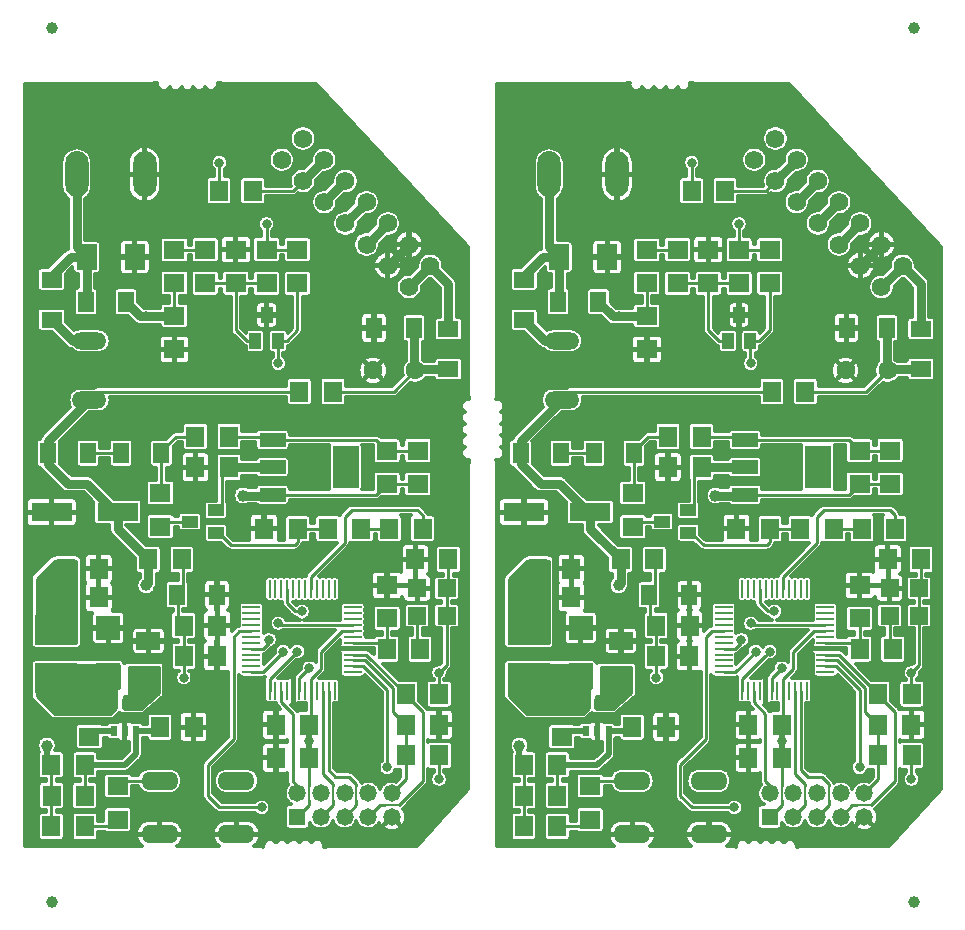
<source format=gtl>
G04 #@! TF.GenerationSoftware,KiCad,Pcbnew,5.0.0-rc2-dev-unknown-9f5316e~63~ubuntu16.04.1*
G04 #@! TF.CreationDate,2018-04-30T23:34:32+02:00*
G04 #@! TF.ProjectId,Rauchmelder_3.6_panelized,52617563686D656C64657220332E365F,rev?*
G04 #@! TF.SameCoordinates,Original*
G04 #@! TF.FileFunction,Copper,L1,Top,Signal*
G04 #@! TF.FilePolarity,Positive*
%FSLAX46Y46*%
G04 Gerber Fmt 4.6, Leading zero omitted, Abs format (unit mm)*
G04 Created by KiCad (PCBNEW 5.0.0-rc2-dev-unknown-9f5316e~63~ubuntu16.04.1) date Mon Apr 30 23:34:32 2018*
%MOMM*%
%LPD*%
G01*
G04 APERTURE LIST*
%ADD10C,1.000000*%
%ADD11R,1.800000X1.600000*%
%ADD12R,1.600000X1.800000*%
%ADD13R,1.400000X1.800000*%
%ADD14R,1.600000X1.803000*%
%ADD15R,1.803000X1.600000*%
%ADD16R,2.200000X3.600000*%
%ADD17R,2.235200X1.219200*%
%ADD18C,1.574800*%
%ADD19R,2.000000X1.500000*%
%ADD20R,3.500000X1.600000*%
%ADD21R,1.000000X1.400000*%
%ADD22R,2.000000X2.000000*%
%ADD23C,1.600200*%
%ADD24O,3.149600X1.574800*%
%ADD25R,1.780000X2.160000*%
%ADD26R,0.600000X0.900000*%
%ADD27R,1.500000X0.250000*%
%ADD28R,0.250000X1.500000*%
%ADD29O,2.917600X1.458800*%
%ADD30R,1.800000X1.400000*%
%ADD31C,1.473200*%
%ADD32R,1.473200X1.473200*%
%ADD33R,3.600000X2.500000*%
%ADD34R,1.400000X1.000000*%
%ADD35R,1.600000X1.500000*%
%ADD36O,1.950000X3.900000*%
%ADD37C,0.800000*%
%ADD38C,0.400000*%
%ADD39C,0.200000*%
%ADD40C,0.800000*%
%ADD41C,0.250000*%
%ADD42C,0.175000*%
%ADD43C,0.500000*%
%ADD44C,0.254000*%
%ADD45C,0.300000*%
G04 APERTURE END LIST*
D10*
X205000000Y-68000000D03*
X132000000Y-68000000D03*
X205000000Y-142000000D03*
D11*
X175200000Y-128000000D03*
X175200000Y-125200000D03*
D12*
X183200000Y-121200000D03*
X186000000Y-121200000D03*
X193800000Y-129800000D03*
X191000000Y-129800000D03*
X202000000Y-127000000D03*
X204800000Y-127000000D03*
X200400000Y-120600000D03*
X203200000Y-120600000D03*
X173200000Y-116200000D03*
X176000000Y-116200000D03*
X173200000Y-113800000D03*
X176000000Y-113800000D03*
D13*
X178300000Y-91200000D03*
X174900000Y-91200000D03*
D14*
X183178000Y-118600000D03*
X186022000Y-118600000D03*
X174822000Y-130400000D03*
X171978000Y-130400000D03*
D15*
X190200000Y-89622000D03*
X190200000Y-86778000D03*
X187600000Y-86778000D03*
X187600000Y-89622000D03*
D11*
X200400000Y-118000000D03*
X200400000Y-115200000D03*
D15*
X177600000Y-132178000D03*
X177600000Y-135022000D03*
X203000000Y-103778000D03*
X203000000Y-106622000D03*
D14*
X171978000Y-135600000D03*
X174822000Y-135600000D03*
D15*
X185000000Y-86778000D03*
X185000000Y-89622000D03*
D14*
X189022000Y-81800000D03*
X186178000Y-81800000D03*
X204822000Y-129600000D03*
X201978000Y-129600000D03*
D15*
X192800000Y-89622000D03*
X192800000Y-86778000D03*
D16*
X196899000Y-105200000D03*
D17*
X190701200Y-107511400D03*
X190701200Y-105200000D03*
X190701200Y-102888600D03*
D14*
X201978000Y-124400000D03*
X204822000Y-124400000D03*
D15*
X182400000Y-95222000D03*
X182400000Y-92378000D03*
D14*
X198222000Y-110400000D03*
X195378000Y-110400000D03*
X189978000Y-110400000D03*
X192822000Y-110400000D03*
D18*
X204057379Y-88143728D03*
X202261328Y-89939779D03*
X202261328Y-86347677D03*
X200465277Y-88143728D03*
X200465277Y-84551626D03*
X198669226Y-86347677D03*
X198669226Y-82755574D03*
X196873174Y-84551626D03*
X196873174Y-80959523D03*
X195077123Y-82755574D03*
X195077123Y-79163472D03*
X193281072Y-80959523D03*
X193281072Y-77367421D03*
X191485021Y-79163472D03*
D14*
X195822000Y-98800000D03*
X192978000Y-98800000D03*
D19*
X180200000Y-119900000D03*
X180200000Y-122900000D03*
D20*
X172000000Y-109000000D03*
X177600000Y-109000000D03*
D21*
X190200000Y-92300000D03*
X191150000Y-94500000D03*
X189250000Y-94500000D03*
D11*
X182400000Y-86800000D03*
X182400000Y-89600000D03*
D13*
X181300000Y-104000000D03*
X177900000Y-104000000D03*
X171700000Y-104000000D03*
X175100000Y-104000000D03*
D22*
X176800000Y-122800000D03*
X176800000Y-118800000D03*
D23*
X199222000Y-97000000D03*
X202778000Y-97000000D03*
D11*
X200400000Y-103800000D03*
X200400000Y-106600000D03*
D14*
X184178000Y-105200000D03*
X187022000Y-105200000D03*
D24*
X187651200Y-136260600D03*
X187651200Y-131739400D03*
X181148800Y-136260600D03*
X181148800Y-131739400D03*
D25*
X174970000Y-87400000D03*
X179040000Y-87400000D03*
D26*
X177250000Y-127550000D03*
X178200000Y-127550000D03*
X179150000Y-127550000D03*
X179150000Y-125250000D03*
X178200000Y-125250000D03*
X177250000Y-125250000D03*
D27*
X197500000Y-122550000D03*
X197500000Y-122050000D03*
X197500000Y-121550000D03*
X197500000Y-121050000D03*
X197500000Y-120550000D03*
X197500000Y-120050000D03*
X197500000Y-119550000D03*
X197500000Y-119050000D03*
X197500000Y-118550000D03*
X197500000Y-118050000D03*
X197500000Y-117550000D03*
X197500000Y-117050000D03*
D28*
X195950000Y-115500000D03*
X195450000Y-115500000D03*
X194950000Y-115500000D03*
X194450000Y-115500000D03*
X193950000Y-115500000D03*
X193450000Y-115500000D03*
X192950000Y-115500000D03*
X192450000Y-115500000D03*
X191950000Y-115500000D03*
X191450000Y-115500000D03*
X190950000Y-115500000D03*
X190450000Y-115500000D03*
D27*
X188900000Y-117050000D03*
X188900000Y-117550000D03*
X188900000Y-118050000D03*
X188900000Y-118550000D03*
X188900000Y-119050000D03*
X188900000Y-119550000D03*
X188900000Y-120050000D03*
X188900000Y-120550000D03*
X188900000Y-121050000D03*
X188900000Y-121550000D03*
X188900000Y-122050000D03*
X188900000Y-122550000D03*
D28*
X190450000Y-124100000D03*
X190950000Y-124100000D03*
X191450000Y-124100000D03*
X191950000Y-124100000D03*
X192450000Y-124100000D03*
X192950000Y-124100000D03*
X193450000Y-124100000D03*
X193950000Y-124100000D03*
X194450000Y-124100000D03*
X194950000Y-124100000D03*
X195450000Y-124100000D03*
X195950000Y-124100000D03*
D29*
X175200000Y-94500000D03*
X175200000Y-99500000D03*
D30*
X205600000Y-93500000D03*
X205600000Y-96900000D03*
D31*
X200801200Y-132803600D03*
X200801200Y-134803600D03*
X198801200Y-132803600D03*
X198801200Y-134803600D03*
X196801200Y-132803600D03*
X196801200Y-134803600D03*
X194801200Y-132803600D03*
X194801200Y-134803600D03*
X192801200Y-132803600D03*
D32*
X192801200Y-134803600D03*
D33*
X172400000Y-123025000D03*
X172400000Y-118975000D03*
D13*
X182600000Y-116000000D03*
X186000000Y-116000000D03*
D34*
X185900000Y-110750000D03*
X185900000Y-108850000D03*
X183700000Y-109800000D03*
D12*
X172000000Y-133000000D03*
X174800000Y-133000000D03*
D14*
X187022000Y-102600000D03*
X184178000Y-102600000D03*
D15*
X181200000Y-110222000D03*
X181200000Y-107378000D03*
D12*
X193800000Y-127000000D03*
X191000000Y-127000000D03*
X203400000Y-110400000D03*
X200600000Y-110400000D03*
D30*
X172000000Y-92700000D03*
X172000000Y-89300000D03*
D35*
X205450000Y-115450000D03*
X202950000Y-115450000D03*
X202950000Y-117750000D03*
X205450000Y-117750000D03*
D36*
X179875000Y-80400000D03*
X174125000Y-80400000D03*
D14*
X180178000Y-113000000D03*
X183022000Y-113000000D03*
X184022000Y-127200000D03*
X181178000Y-127200000D03*
D12*
X205600000Y-113000000D03*
X202800000Y-113000000D03*
D13*
X202700000Y-93400000D03*
X199300000Y-93400000D03*
D12*
X164800000Y-127000000D03*
X162000000Y-127000000D03*
D11*
X142400000Y-89600000D03*
X142400000Y-86800000D03*
D12*
X151000000Y-127000000D03*
X153800000Y-127000000D03*
X160600000Y-110400000D03*
X163400000Y-110400000D03*
D11*
X160400000Y-106600000D03*
X160400000Y-103800000D03*
D12*
X151000000Y-129800000D03*
X153800000Y-129800000D03*
D11*
X160400000Y-115200000D03*
X160400000Y-118000000D03*
D12*
X163200000Y-120600000D03*
X160400000Y-120600000D03*
X162800000Y-113000000D03*
X165600000Y-113000000D03*
X146000000Y-121200000D03*
X143200000Y-121200000D03*
X136000000Y-116200000D03*
X133200000Y-116200000D03*
D11*
X135200000Y-125200000D03*
X135200000Y-128000000D03*
D12*
X134800000Y-133000000D03*
X132000000Y-133000000D03*
X136000000Y-113800000D03*
X133200000Y-113800000D03*
D14*
X164822000Y-124400000D03*
X161978000Y-124400000D03*
X155378000Y-110400000D03*
X158222000Y-110400000D03*
X152822000Y-110400000D03*
X149978000Y-110400000D03*
D15*
X141200000Y-107378000D03*
X141200000Y-110222000D03*
X145000000Y-89622000D03*
X145000000Y-86778000D03*
D14*
X146178000Y-81800000D03*
X149022000Y-81800000D03*
D15*
X142400000Y-92378000D03*
X142400000Y-95222000D03*
D14*
X144178000Y-102600000D03*
X147022000Y-102600000D03*
D15*
X163000000Y-106622000D03*
X163000000Y-103778000D03*
D14*
X134822000Y-135600000D03*
X131978000Y-135600000D03*
D15*
X150200000Y-86778000D03*
X150200000Y-89622000D03*
X147600000Y-89622000D03*
X147600000Y-86778000D03*
D14*
X147022000Y-105200000D03*
X144178000Y-105200000D03*
D15*
X152800000Y-86778000D03*
X152800000Y-89622000D03*
D14*
X161978000Y-129600000D03*
X164822000Y-129600000D03*
X152978000Y-98800000D03*
X155822000Y-98800000D03*
X143022000Y-113000000D03*
X140178000Y-113000000D03*
X146022000Y-118600000D03*
X143178000Y-118600000D03*
X131978000Y-130400000D03*
X134822000Y-130400000D03*
X141178000Y-127200000D03*
X144022000Y-127200000D03*
D15*
X137600000Y-135022000D03*
X137600000Y-132178000D03*
D28*
X155950000Y-124100000D03*
X155450000Y-124100000D03*
X154950000Y-124100000D03*
X154450000Y-124100000D03*
X153950000Y-124100000D03*
X153450000Y-124100000D03*
X152950000Y-124100000D03*
X152450000Y-124100000D03*
X151950000Y-124100000D03*
X151450000Y-124100000D03*
X150950000Y-124100000D03*
X150450000Y-124100000D03*
D27*
X148900000Y-122550000D03*
X148900000Y-122050000D03*
X148900000Y-121550000D03*
X148900000Y-121050000D03*
X148900000Y-120550000D03*
X148900000Y-120050000D03*
X148900000Y-119550000D03*
X148900000Y-119050000D03*
X148900000Y-118550000D03*
X148900000Y-118050000D03*
X148900000Y-117550000D03*
X148900000Y-117050000D03*
D28*
X150450000Y-115500000D03*
X150950000Y-115500000D03*
X151450000Y-115500000D03*
X151950000Y-115500000D03*
X152450000Y-115500000D03*
X152950000Y-115500000D03*
X153450000Y-115500000D03*
X153950000Y-115500000D03*
X154450000Y-115500000D03*
X154950000Y-115500000D03*
X155450000Y-115500000D03*
X155950000Y-115500000D03*
D27*
X157500000Y-117050000D03*
X157500000Y-117550000D03*
X157500000Y-118050000D03*
X157500000Y-118550000D03*
X157500000Y-119050000D03*
X157500000Y-119550000D03*
X157500000Y-120050000D03*
X157500000Y-120550000D03*
X157500000Y-121050000D03*
X157500000Y-121550000D03*
X157500000Y-122050000D03*
X157500000Y-122550000D03*
D35*
X165450000Y-117750000D03*
X162950000Y-117750000D03*
X162950000Y-115450000D03*
X165450000Y-115450000D03*
D20*
X137600000Y-109000000D03*
X132000000Y-109000000D03*
D17*
X150701200Y-102888600D03*
X150701200Y-105200000D03*
X150701200Y-107511400D03*
D16*
X156899000Y-105200000D03*
D30*
X132000000Y-89300000D03*
X132000000Y-92700000D03*
D21*
X149250000Y-94500000D03*
X151150000Y-94500000D03*
X150200000Y-92300000D03*
D24*
X141148800Y-131739400D03*
X141148800Y-136260600D03*
X147651200Y-131739400D03*
X147651200Y-136260600D03*
D29*
X135200000Y-99500000D03*
X135200000Y-94500000D03*
D18*
X151485021Y-79163472D03*
X153281072Y-77367421D03*
X153281072Y-80959523D03*
X155077123Y-79163472D03*
X155077123Y-82755574D03*
X156873174Y-80959523D03*
X156873174Y-84551626D03*
X158669226Y-82755574D03*
X158669226Y-86347677D03*
X160465277Y-84551626D03*
X160465277Y-88143728D03*
X162261328Y-86347677D03*
X162261328Y-89939779D03*
X164057379Y-88143728D03*
D25*
X139040000Y-87400000D03*
X134970000Y-87400000D03*
D23*
X162778000Y-97000000D03*
X159222000Y-97000000D03*
D36*
X134125000Y-80400000D03*
X139875000Y-80400000D03*
D30*
X165600000Y-96900000D03*
X165600000Y-93500000D03*
D13*
X134900000Y-91200000D03*
X138300000Y-91200000D03*
X135100000Y-104000000D03*
X131700000Y-104000000D03*
D34*
X143700000Y-109800000D03*
X145900000Y-108850000D03*
X145900000Y-110750000D03*
D13*
X137900000Y-104000000D03*
X141300000Y-104000000D03*
X159300000Y-93400000D03*
X162700000Y-93400000D03*
D32*
X152801200Y-134803600D03*
D31*
X152801200Y-132803600D03*
X154801200Y-134803600D03*
X154801200Y-132803600D03*
X156801200Y-134803600D03*
X156801200Y-132803600D03*
X158801200Y-134803600D03*
X158801200Y-132803600D03*
X160801200Y-134803600D03*
X160801200Y-132803600D03*
D13*
X146000000Y-116000000D03*
X142600000Y-116000000D03*
D26*
X137250000Y-125250000D03*
X138200000Y-125250000D03*
X139150000Y-125250000D03*
X139150000Y-127550000D03*
X138200000Y-127550000D03*
X137250000Y-127550000D03*
D33*
X132400000Y-118975000D03*
X132400000Y-123025000D03*
D19*
X140200000Y-122900000D03*
X140200000Y-119900000D03*
D22*
X136800000Y-118800000D03*
X136800000Y-122800000D03*
D10*
X132000000Y-142000000D03*
D37*
X152600000Y-122200000D03*
X148800000Y-115000000D03*
D10*
X139600000Y-100200000D03*
X139600000Y-97400000D03*
D37*
X138200000Y-128800000D03*
X151800000Y-91400000D03*
X148600000Y-91400000D03*
D10*
X130400000Y-107000000D03*
X130400000Y-111000000D03*
X138200000Y-115000000D03*
X138200000Y-116400000D03*
D37*
X138200000Y-126400000D03*
X140200000Y-128800000D03*
X141600000Y-125400000D03*
X160400000Y-113000000D03*
X155800000Y-122200000D03*
X166600000Y-127000000D03*
X195800000Y-122200000D03*
X206600000Y-127000000D03*
X178200000Y-126400000D03*
X180200000Y-128800000D03*
X181600000Y-125400000D03*
X200400000Y-113000000D03*
X191800000Y-91400000D03*
X188600000Y-91400000D03*
D10*
X179600000Y-97400000D03*
X170400000Y-107000000D03*
X179600000Y-100200000D03*
D37*
X178200000Y-128800000D03*
X192600000Y-122200000D03*
X188800000Y-115000000D03*
D10*
X170400000Y-111000000D03*
X178200000Y-115000000D03*
X178200000Y-116400000D03*
D37*
X140000000Y-92400000D03*
D10*
X148200000Y-107600000D03*
D37*
X180000000Y-92400000D03*
D10*
X188200000Y-107600000D03*
D37*
X160400000Y-130600000D03*
X200400000Y-130600000D03*
X153200000Y-117400000D03*
X193200000Y-117400000D03*
X151600000Y-120800008D03*
X191600000Y-120800008D03*
X152800000Y-120800000D03*
X192800000Y-120800000D03*
X151199992Y-96400000D03*
X151200000Y-118400000D03*
X191200000Y-118400000D03*
X191199992Y-96400000D03*
X143200000Y-123000000D03*
X153800000Y-122200000D03*
X193800000Y-122200000D03*
X183200000Y-123000000D03*
X146200000Y-79400000D03*
X150400000Y-119800000D03*
X190400000Y-119800000D03*
X186200000Y-79400000D03*
X149800000Y-134000000D03*
X189800000Y-134000000D03*
D10*
X131601200Y-115853600D03*
D37*
X150200000Y-84600000D03*
D10*
X131601200Y-128766885D03*
D37*
X164800000Y-131600000D03*
X164800000Y-122600000D03*
X153800000Y-128400000D03*
X193800000Y-128400000D03*
X204800000Y-122600000D03*
X190200000Y-84600000D03*
X204800000Y-131600000D03*
D10*
X171601200Y-115853600D03*
X171601200Y-128766885D03*
X140000000Y-124400000D03*
X140000000Y-115200004D03*
X180000000Y-115200004D03*
X180000000Y-124400000D03*
D38*
X141208650Y-136271600D02*
X147711050Y-136271600D01*
D39*
X145873200Y-113259600D02*
X146029200Y-113103600D01*
X145751200Y-115725600D02*
X145751199Y-115725600D01*
X145751199Y-115725600D02*
X145860274Y-115715404D01*
X145860274Y-115715404D02*
X145959833Y-115761112D01*
X145959833Y-115761112D02*
X146023200Y-115850475D01*
D38*
X162800000Y-115300000D02*
X162950000Y-115450000D01*
X162800000Y-113000000D02*
X162800000Y-115300000D01*
X162700000Y-115200000D02*
X162950000Y-115450000D01*
X160400000Y-115200000D02*
X162700000Y-115200000D01*
D40*
X162261328Y-86347677D02*
X160465277Y-88143728D01*
D39*
X185873200Y-113259600D02*
X186029200Y-113103600D01*
D40*
X202261328Y-86347677D02*
X200465277Y-88143728D01*
D39*
X185959833Y-115761112D02*
X186023200Y-115850475D01*
X185751200Y-115725600D02*
X185751199Y-115725600D01*
D38*
X181208650Y-136271600D02*
X187711050Y-136271600D01*
D39*
X185751199Y-115725600D02*
X185860274Y-115715404D01*
X185860274Y-115715404D02*
X185959833Y-115761112D01*
D38*
X202800000Y-115300000D02*
X202950000Y-115450000D01*
X202800000Y-113000000D02*
X202800000Y-115300000D01*
X202700000Y-115200000D02*
X202950000Y-115450000D01*
X200400000Y-115200000D02*
X202700000Y-115200000D01*
D41*
X144978000Y-86800000D02*
X145000000Y-86778000D01*
X142400000Y-86800000D02*
X144978000Y-86800000D01*
X184978000Y-86800000D02*
X185000000Y-86778000D01*
X182400000Y-86800000D02*
X184978000Y-86800000D01*
X142400000Y-89600000D02*
X142400000Y-92378000D01*
D40*
X142378000Y-92400000D02*
X142400000Y-92378000D01*
X138300000Y-91200000D02*
X139500000Y-92400000D01*
X139500000Y-92400000D02*
X140000000Y-92400000D01*
X140000000Y-92400000D02*
X142378000Y-92400000D01*
X150612600Y-107600000D02*
X150701200Y-107511400D01*
X148200000Y-107600000D02*
X150612600Y-107600000D01*
D41*
X160422000Y-106622000D02*
X160400000Y-106600000D01*
X163000000Y-106622000D02*
X160422000Y-106622000D01*
X159488600Y-107511400D02*
X160400000Y-106600000D01*
X150701200Y-107511400D02*
X159488600Y-107511400D01*
D40*
X180000000Y-92400000D02*
X182378000Y-92400000D01*
D41*
X190701200Y-107511400D02*
X199488600Y-107511400D01*
D40*
X190612600Y-107600000D02*
X190701200Y-107511400D01*
D41*
X182400000Y-89600000D02*
X182400000Y-92378000D01*
D40*
X182378000Y-92400000D02*
X182400000Y-92378000D01*
X178300000Y-91200000D02*
X179500000Y-92400000D01*
X179500000Y-92400000D02*
X180000000Y-92400000D01*
X188200000Y-107600000D02*
X190612600Y-107600000D01*
D41*
X200422000Y-106622000D02*
X200400000Y-106600000D01*
X203000000Y-106622000D02*
X200422000Y-106622000D01*
X199488600Y-107511400D02*
X200400000Y-106600000D01*
X156800000Y-111600000D02*
X153950000Y-114450000D01*
X163400000Y-110400000D02*
X163400000Y-109250000D01*
X163400000Y-109250000D02*
X162950000Y-108800000D01*
X157400000Y-108800000D02*
X156800000Y-109400000D01*
X153950000Y-114450000D02*
X153950000Y-115500000D01*
X156800000Y-109400000D02*
X156800000Y-111600000D01*
X162950000Y-108800000D02*
X157400000Y-108800000D01*
X197400000Y-108800000D02*
X196800000Y-109400000D01*
X193950000Y-114450000D02*
X193950000Y-115500000D01*
X196800000Y-109400000D02*
X196800000Y-111600000D01*
X202950000Y-108800000D02*
X197400000Y-108800000D01*
X196800000Y-111600000D02*
X193950000Y-114450000D01*
X203400000Y-110400000D02*
X203400000Y-109250000D01*
X203400000Y-109250000D02*
X202950000Y-108800000D01*
X160600000Y-110400000D02*
X158222000Y-110400000D01*
X200600000Y-110400000D02*
X198222000Y-110400000D01*
X155378000Y-110400000D02*
X152822000Y-110400000D01*
X146150000Y-110750000D02*
X145900000Y-110750000D01*
X152822000Y-110400000D02*
X152822000Y-111551500D01*
X147200000Y-111800000D02*
X146150000Y-110750000D01*
X152822000Y-111551500D02*
X152573500Y-111800000D01*
X152573500Y-111800000D02*
X147200000Y-111800000D01*
X186150000Y-110750000D02*
X185900000Y-110750000D01*
X192822000Y-110400000D02*
X192822000Y-111551500D01*
X187200000Y-111800000D02*
X186150000Y-110750000D01*
X195378000Y-110400000D02*
X192822000Y-110400000D01*
X192822000Y-111551500D02*
X192573500Y-111800000D01*
X192573500Y-111800000D02*
X187200000Y-111800000D01*
X138038600Y-131739400D02*
X137600000Y-132178000D01*
X141148800Y-131739400D02*
X138038600Y-131739400D01*
X160400000Y-124051054D02*
X160400000Y-130034315D01*
X160400000Y-130034315D02*
X160400000Y-130600000D01*
X158398946Y-122050000D02*
X160400000Y-124051054D01*
X157500000Y-122050000D02*
X158398946Y-122050000D01*
X200400000Y-124051054D02*
X200400000Y-130034315D01*
X200400000Y-130034315D02*
X200400000Y-130600000D01*
X198398946Y-122050000D02*
X200400000Y-124051054D01*
X197500000Y-122050000D02*
X198398946Y-122050000D01*
X178038600Y-131739400D02*
X177600000Y-132178000D01*
X181148800Y-131739400D02*
X178038600Y-131739400D01*
X141622000Y-109800000D02*
X141200000Y-110222000D01*
X143700000Y-109800000D02*
X141622000Y-109800000D01*
X183700000Y-109800000D02*
X181622000Y-109800000D01*
X181622000Y-109800000D02*
X181200000Y-110222000D01*
X143128000Y-102600000D02*
X144178000Y-102600000D01*
X142500000Y-102600000D02*
X143128000Y-102600000D01*
X141300000Y-103800000D02*
X142500000Y-102600000D01*
X141300000Y-104000000D02*
X141300000Y-103800000D01*
X141300000Y-107278000D02*
X141200000Y-107378000D01*
X141300000Y-104000000D02*
X141300000Y-107278000D01*
X183128000Y-102600000D02*
X184178000Y-102600000D01*
X182500000Y-102600000D02*
X183128000Y-102600000D01*
X181300000Y-103800000D02*
X182500000Y-102600000D01*
X181300000Y-104000000D02*
X181300000Y-103800000D01*
X181300000Y-107278000D02*
X181200000Y-107378000D01*
X181300000Y-104000000D02*
X181300000Y-107278000D01*
X162978000Y-103800000D02*
X163000000Y-103778000D01*
X160400000Y-103800000D02*
X162978000Y-103800000D01*
X159488600Y-102888600D02*
X160400000Y-103800000D01*
X150701200Y-102888600D02*
X159488600Y-102888600D01*
X150412600Y-102600000D02*
X150701200Y-102888600D01*
X147022000Y-102600000D02*
X150412600Y-102600000D01*
X190412600Y-102600000D02*
X190701200Y-102888600D01*
X187022000Y-102600000D02*
X190412600Y-102600000D01*
X202978000Y-103800000D02*
X203000000Y-103778000D01*
X200400000Y-103800000D02*
X202978000Y-103800000D01*
X199488600Y-102888600D02*
X200400000Y-103800000D01*
X190701200Y-102888600D02*
X199488600Y-102888600D01*
D40*
X133800000Y-94500000D02*
X132000000Y-92700000D01*
X135200000Y-94500000D02*
X133800000Y-94500000D01*
X173800000Y-94500000D02*
X172000000Y-92700000D01*
X175200000Y-94500000D02*
X173800000Y-94500000D01*
D38*
X153281071Y-80959525D02*
X153195275Y-80959525D01*
D41*
X152440595Y-81800000D02*
X153281072Y-80959523D01*
X149022000Y-81800000D02*
X152440595Y-81800000D01*
D40*
X153281072Y-80959523D02*
X155077123Y-79163472D01*
X193281072Y-80959523D02*
X195077123Y-79163472D01*
D38*
X193281071Y-80959525D02*
X193195275Y-80959525D01*
D41*
X192440595Y-81800000D02*
X193281072Y-80959523D01*
X189022000Y-81800000D02*
X192440595Y-81800000D01*
X151950000Y-116500000D02*
X151950000Y-115500000D01*
X151950000Y-116715685D02*
X151950000Y-116500000D01*
X152634315Y-117400000D02*
X151950000Y-116715685D01*
X153200000Y-117400000D02*
X152634315Y-117400000D01*
D40*
X155077123Y-82755574D02*
X156873174Y-80959523D01*
D41*
X191950000Y-116500000D02*
X191950000Y-115500000D01*
X191950000Y-116715685D02*
X191950000Y-116500000D01*
X192634315Y-117400000D02*
X191950000Y-116715685D01*
X193200000Y-117400000D02*
X192634315Y-117400000D01*
D40*
X195077123Y-82755574D02*
X196873174Y-80959523D01*
D41*
X148900000Y-122550000D02*
X149900000Y-122550000D01*
X149900000Y-122550000D02*
X151600000Y-120850000D01*
X151600000Y-120850000D02*
X151600000Y-120800008D01*
D40*
X156873174Y-84551626D02*
X158669226Y-82755574D01*
X196873174Y-84551626D02*
X198669226Y-82755574D01*
D41*
X188900000Y-122550000D02*
X189900000Y-122550000D01*
X189900000Y-122550000D02*
X191600000Y-120850000D01*
X191600000Y-120850000D02*
X191600000Y-120800008D01*
X152400001Y-121199999D02*
X152800000Y-120800000D01*
X150450000Y-123150000D02*
X152400001Y-121199999D01*
X150450000Y-124100000D02*
X150450000Y-123150000D01*
D40*
X158669226Y-86347677D02*
X160465277Y-84551626D01*
D41*
X192400001Y-121199999D02*
X192800000Y-120800000D01*
X190450000Y-123150000D02*
X192400001Y-121199999D01*
X190450000Y-124100000D02*
X190450000Y-123150000D01*
D40*
X198669226Y-86347677D02*
X200465277Y-84551626D01*
X165600000Y-89686349D02*
X164057379Y-88143728D01*
X165600000Y-93500000D02*
X165600000Y-89686349D01*
X162261328Y-89939779D02*
X164057379Y-88143728D01*
X205600000Y-89686349D02*
X204057379Y-88143728D01*
X205600000Y-93500000D02*
X205600000Y-89686349D01*
X202261328Y-89939779D02*
X204057379Y-88143728D01*
D41*
X147600000Y-89622000D02*
X150200000Y-89622000D01*
X145000000Y-89622000D02*
X147600000Y-89622000D01*
X148500000Y-94500000D02*
X149250000Y-94500000D01*
X147600000Y-93600000D02*
X148500000Y-94500000D01*
X147600000Y-89622000D02*
X147600000Y-93600000D01*
X187600000Y-89622000D02*
X190200000Y-89622000D01*
X185000000Y-89622000D02*
X187600000Y-89622000D01*
X188500000Y-94500000D02*
X189250000Y-94500000D01*
X187600000Y-93600000D02*
X188500000Y-94500000D01*
X187600000Y-89622000D02*
X187600000Y-93600000D01*
D40*
X150701200Y-105200000D02*
X147022000Y-105200000D01*
D41*
X146400000Y-108550000D02*
X146100000Y-108850000D01*
X146400000Y-105822000D02*
X146400000Y-108550000D01*
X146100000Y-108850000D02*
X145900000Y-108850000D01*
X147022000Y-105200000D02*
X146400000Y-105822000D01*
X186100000Y-108850000D02*
X185900000Y-108850000D01*
X187022000Y-105200000D02*
X186400000Y-105822000D01*
D40*
X190701200Y-105200000D02*
X187022000Y-105200000D01*
D41*
X186400000Y-108550000D02*
X186100000Y-108850000D01*
X186400000Y-105822000D02*
X186400000Y-108550000D01*
X151900000Y-94500000D02*
X151150000Y-94500000D01*
X152800000Y-93600000D02*
X151900000Y-94500000D01*
X152800000Y-89622000D02*
X152800000Y-93600000D01*
X151150000Y-96350008D02*
X151199992Y-96400000D01*
X151150000Y-94500000D02*
X151150000Y-96350008D01*
X151350000Y-118550000D02*
X151200000Y-118400000D01*
X157500000Y-118550000D02*
X151350000Y-118550000D01*
X191900000Y-94500000D02*
X191150000Y-94500000D01*
X192800000Y-93600000D02*
X191900000Y-94500000D01*
X197500000Y-118550000D02*
X191350000Y-118550000D01*
X191350000Y-118550000D02*
X191200000Y-118400000D01*
X192800000Y-89622000D02*
X192800000Y-93600000D01*
X191150000Y-96350008D02*
X191199992Y-96400000D01*
X191150000Y-94500000D02*
X191150000Y-96350008D01*
D40*
X134125000Y-86555000D02*
X134970000Y-87400000D01*
X134125000Y-80400000D02*
X134125000Y-86555000D01*
X133600000Y-87400000D02*
X132000000Y-89000000D01*
X132000000Y-89000000D02*
X132000000Y-89300000D01*
X134970000Y-87400000D02*
X133600000Y-87400000D01*
X134970000Y-91130000D02*
X134900000Y-91200000D01*
X134970000Y-87400000D02*
X134970000Y-91130000D01*
X174125000Y-86555000D02*
X174970000Y-87400000D01*
X174125000Y-80400000D02*
X174125000Y-86555000D01*
X173600000Y-87400000D02*
X172000000Y-89000000D01*
X172000000Y-89000000D02*
X172000000Y-89300000D01*
X174970000Y-87400000D02*
X173600000Y-87400000D01*
X174970000Y-91130000D02*
X174900000Y-91200000D01*
X174970000Y-87400000D02*
X174970000Y-91130000D01*
D41*
X160877999Y-123927999D02*
X160877999Y-125877999D01*
X158500000Y-121550000D02*
X160877999Y-123927999D01*
X157500000Y-121550000D02*
X158500000Y-121550000D01*
X160877999Y-125877999D02*
X162000000Y-127000000D01*
X162000000Y-129578000D02*
X161978000Y-129600000D01*
X161978000Y-131626800D02*
X160801200Y-132803600D01*
X162000000Y-129978000D02*
X161978000Y-130000000D01*
X162000000Y-127000000D02*
X162000000Y-129978000D01*
X161978000Y-130000000D02*
X161978000Y-131626800D01*
X198500000Y-121550000D02*
X200877999Y-123927999D01*
X197500000Y-121550000D02*
X198500000Y-121550000D01*
X200877999Y-123927999D02*
X200877999Y-125877999D01*
X200877999Y-125877999D02*
X202000000Y-127000000D01*
X202000000Y-129578000D02*
X201978000Y-129600000D01*
X201978000Y-131626800D02*
X200801200Y-132803600D01*
X202000000Y-129978000D02*
X201978000Y-130000000D01*
X202000000Y-127000000D02*
X202000000Y-129978000D01*
X201978000Y-130000000D02*
X201978000Y-131626800D01*
D40*
X162878000Y-96900000D02*
X162778000Y-97000000D01*
X165600000Y-96900000D02*
X162878000Y-96900000D01*
X162700000Y-96922000D02*
X162778000Y-97000000D01*
X162700000Y-93400000D02*
X162700000Y-96922000D01*
D41*
X160978000Y-98800000D02*
X162778000Y-97000000D01*
X155822000Y-98800000D02*
X160978000Y-98800000D01*
X200978000Y-98800000D02*
X202778000Y-97000000D01*
X195822000Y-98800000D02*
X200978000Y-98800000D01*
D40*
X202878000Y-96900000D02*
X202778000Y-97000000D01*
X205600000Y-96900000D02*
X202878000Y-96900000D01*
X202700000Y-96922000D02*
X202778000Y-97000000D01*
X202700000Y-93400000D02*
X202700000Y-96922000D01*
D41*
X135100000Y-104000000D02*
X137900000Y-104000000D01*
X175100000Y-104000000D02*
X177900000Y-104000000D01*
X156801200Y-134803600D02*
X157800000Y-133804800D01*
X157800000Y-133804800D02*
X157800000Y-133400000D01*
D42*
X157800301Y-133283169D02*
X157800301Y-132200301D01*
X157800000Y-133283470D02*
X157800301Y-133283169D01*
X157800000Y-133400000D02*
X157800000Y-133283470D01*
D41*
X157800301Y-132000301D02*
X157800301Y-132200301D01*
X157200000Y-131400000D02*
X157800301Y-132000301D01*
X155450000Y-124100000D02*
X155450000Y-130850000D01*
X155450000Y-130850000D02*
X156000000Y-131400000D01*
X156000000Y-131400000D02*
X157200000Y-131400000D01*
X196000000Y-131400000D02*
X197200000Y-131400000D01*
X196801200Y-134803600D02*
X197800000Y-133804800D01*
X197800000Y-133804800D02*
X197800000Y-133400000D01*
D42*
X197800301Y-133283169D02*
X197800301Y-132200301D01*
X197800000Y-133283470D02*
X197800301Y-133283169D01*
X197800000Y-133400000D02*
X197800000Y-133283470D01*
D41*
X197800301Y-132000301D02*
X197800301Y-132200301D01*
X197200000Y-131400000D02*
X197800301Y-132000301D01*
X195450000Y-124100000D02*
X195450000Y-130850000D01*
X195450000Y-130850000D02*
X196000000Y-131400000D01*
X154801200Y-134803600D02*
X155800000Y-133804800D01*
X155800000Y-133804800D02*
X155800000Y-133400000D01*
D42*
X155800301Y-133283169D02*
X155800301Y-132200301D01*
X155800000Y-133283470D02*
X155800301Y-133283169D01*
X155800000Y-133400000D02*
X155800000Y-133283470D01*
D41*
X154950000Y-125100000D02*
X154950000Y-124100000D01*
X154950000Y-131150000D02*
X154950000Y-125100000D01*
X155800301Y-132000301D02*
X154950000Y-131150000D01*
X155800301Y-132200301D02*
X155800301Y-132000301D01*
D42*
X195800000Y-133283470D02*
X195800301Y-133283169D01*
X195800000Y-133400000D02*
X195800000Y-133283470D01*
D41*
X194950000Y-125100000D02*
X194950000Y-124100000D01*
X194950000Y-131150000D02*
X194950000Y-125100000D01*
X194801200Y-134803600D02*
X195800000Y-133804800D01*
X195800000Y-133804800D02*
X195800000Y-133400000D01*
D42*
X195800301Y-133283169D02*
X195800301Y-132200301D01*
D41*
X195800301Y-132000301D02*
X194950000Y-131150000D01*
X195800301Y-132200301D02*
X195800301Y-132000301D01*
X143123200Y-115576800D02*
X142700000Y-116000000D01*
X143123200Y-113446725D02*
X143123200Y-115576800D01*
X142700000Y-118122000D02*
X143178000Y-118600000D01*
X142700000Y-116000000D02*
X142700000Y-118122000D01*
X143178000Y-121178000D02*
X143200000Y-121200000D01*
X143178000Y-118600000D02*
X143178000Y-121178000D01*
X143200000Y-123000000D02*
X143200000Y-121200000D01*
X152950000Y-123050000D02*
X152950000Y-124100000D01*
X153800000Y-122200000D02*
X152950000Y-123050000D01*
X183123200Y-113446725D02*
X183123200Y-115576800D01*
X182700000Y-118122000D02*
X183178000Y-118600000D01*
X182700000Y-116000000D02*
X182700000Y-118122000D01*
X183178000Y-121178000D02*
X183200000Y-121200000D01*
X193800000Y-122200000D02*
X192950000Y-123050000D01*
X183123200Y-115576800D02*
X182700000Y-116000000D01*
X192950000Y-123050000D02*
X192950000Y-124100000D01*
X183178000Y-118600000D02*
X183178000Y-121178000D01*
X183200000Y-123000000D02*
X183200000Y-121200000D01*
X152801200Y-132201200D02*
X152801200Y-132803600D01*
X151450000Y-124100000D02*
X151450000Y-125100000D01*
X152400000Y-131800000D02*
X152801200Y-132201200D01*
X151450000Y-125100000D02*
X152400000Y-126050000D01*
X152400000Y-126050000D02*
X152400000Y-131800000D01*
X192801200Y-132201200D02*
X192801200Y-132803600D01*
X191450000Y-124100000D02*
X191450000Y-125100000D01*
X192400000Y-131800000D02*
X192801200Y-132201200D01*
X191450000Y-125100000D02*
X192400000Y-126050000D01*
X192400000Y-126050000D02*
X192400000Y-131800000D01*
X146200000Y-81778000D02*
X146178000Y-81800000D01*
X146200000Y-79400000D02*
X146200000Y-81778000D01*
X149900000Y-120550000D02*
X150400000Y-120050000D01*
X148900000Y-120550000D02*
X149900000Y-120550000D01*
X150400000Y-120050000D02*
X150400000Y-119800000D01*
X186200000Y-79400000D02*
X186200000Y-81778000D01*
X189900000Y-120550000D02*
X190400000Y-120050000D01*
X188900000Y-120550000D02*
X189900000Y-120550000D01*
X186200000Y-81778000D02*
X186178000Y-81800000D01*
X190400000Y-120050000D02*
X190400000Y-119800000D01*
X146200000Y-134000000D02*
X149800000Y-134000000D01*
X145200000Y-133000000D02*
X146200000Y-134000000D01*
X148900000Y-119050000D02*
X147900000Y-119050000D01*
X145200000Y-130400000D02*
X145200000Y-133000000D01*
X147400000Y-128200000D02*
X145200000Y-130400000D01*
X147900000Y-119050000D02*
X147400000Y-119550000D01*
X147400000Y-119550000D02*
X147400000Y-128200000D01*
X185200000Y-133000000D02*
X186200000Y-134000000D01*
X188900000Y-119050000D02*
X187900000Y-119050000D01*
X185200000Y-130400000D02*
X185200000Y-133000000D01*
X187400000Y-128200000D02*
X185200000Y-130400000D01*
X187900000Y-119050000D02*
X187400000Y-119550000D01*
X187400000Y-119550000D02*
X187400000Y-128200000D01*
X186200000Y-134000000D02*
X189800000Y-134000000D01*
X160400000Y-118000000D02*
X160400000Y-120600000D01*
X159850000Y-120050000D02*
X160400000Y-120600000D01*
X157500000Y-120050000D02*
X159850000Y-120050000D01*
X200400000Y-118000000D02*
X200400000Y-120600000D01*
X199850000Y-120050000D02*
X200400000Y-120600000D01*
X197500000Y-120050000D02*
X199850000Y-120050000D01*
D39*
X158801200Y-134803600D02*
X158851200Y-134803600D01*
D41*
X158801200Y-134803600D02*
X159804800Y-133800000D01*
X159804800Y-133800000D02*
X160200000Y-133800000D01*
D42*
X160321631Y-133802701D02*
X161397299Y-133802701D01*
X160318930Y-133800000D02*
X160321631Y-133802701D01*
X160200000Y-133800000D02*
X160318930Y-133800000D01*
D41*
X158650000Y-121050000D02*
X161978000Y-124378000D01*
X161978000Y-124378000D02*
X161978000Y-124400000D01*
X157500000Y-121050000D02*
X158650000Y-121050000D01*
X163400000Y-125923500D02*
X161978000Y-124501500D01*
X163400000Y-131800000D02*
X163400000Y-125923500D01*
X161978000Y-124501500D02*
X161978000Y-124400000D01*
X161397299Y-133802701D02*
X163400000Y-131800000D01*
X199804800Y-133800000D02*
X200200000Y-133800000D01*
D42*
X200321631Y-133802701D02*
X201397299Y-133802701D01*
X200318930Y-133800000D02*
X200321631Y-133802701D01*
X200200000Y-133800000D02*
X200318930Y-133800000D01*
D41*
X203400000Y-131800000D02*
X203400000Y-125923500D01*
X201978000Y-124501500D02*
X201978000Y-124400000D01*
X201397299Y-133802701D02*
X203400000Y-131800000D01*
D39*
X198801200Y-134803600D02*
X198851200Y-134803600D01*
D41*
X198801200Y-134803600D02*
X199804800Y-133800000D01*
X198650000Y-121050000D02*
X201978000Y-124378000D01*
X201978000Y-124378000D02*
X201978000Y-124400000D01*
X197500000Y-121050000D02*
X198650000Y-121050000D01*
X203400000Y-125923500D02*
X201978000Y-124501500D01*
X162950000Y-120350000D02*
X163200000Y-120600000D01*
X162950000Y-117750000D02*
X162950000Y-120350000D01*
X202950000Y-117750000D02*
X202950000Y-120350000D01*
X202950000Y-120350000D02*
X203200000Y-120600000D01*
D38*
X137203700Y-125203600D02*
X137203700Y-125267350D01*
X177203700Y-125203600D02*
X177203700Y-125267350D01*
D43*
X140828000Y-127550000D02*
X141178000Y-127200000D01*
X139150000Y-127550000D02*
X140828000Y-127550000D01*
X138200000Y-130400000D02*
X136122000Y-130400000D01*
X136122000Y-130400000D02*
X134822000Y-130400000D01*
X139150000Y-129450000D02*
X138200000Y-130400000D01*
X139150000Y-127550000D02*
X139150000Y-129450000D01*
D41*
X134822000Y-132978000D02*
X134800000Y-133000000D01*
X134822000Y-130400000D02*
X134822000Y-132978000D01*
X174822000Y-132978000D02*
X174800000Y-133000000D01*
X174822000Y-130400000D02*
X174822000Y-132978000D01*
D43*
X180828000Y-127550000D02*
X181178000Y-127200000D01*
X179150000Y-127550000D02*
X180828000Y-127550000D01*
X178200000Y-130400000D02*
X176122000Y-130400000D01*
X176122000Y-130400000D02*
X174822000Y-130400000D01*
X179150000Y-129450000D02*
X178200000Y-130400000D01*
X179150000Y-127550000D02*
X179150000Y-129450000D01*
X135650000Y-127550000D02*
X135200000Y-128000000D01*
X137250000Y-127550000D02*
X135650000Y-127550000D01*
X175650000Y-127550000D02*
X175200000Y-128000000D01*
X177250000Y-127550000D02*
X175650000Y-127550000D01*
D41*
X137022000Y-135600000D02*
X137600000Y-135022000D01*
X134822000Y-135600000D02*
X137022000Y-135600000D01*
X177022000Y-135600000D02*
X177600000Y-135022000D01*
X174822000Y-135600000D02*
X177022000Y-135600000D01*
D44*
X152801200Y-134803600D02*
X152801200Y-134603600D01*
D41*
X150200000Y-84600000D02*
X150200000Y-86778000D01*
X150200000Y-86778000D02*
X152800000Y-86778000D01*
X131978000Y-133022000D02*
X132000000Y-133000000D01*
X131978000Y-135600000D02*
X131978000Y-133022000D01*
X131978000Y-132978000D02*
X132000000Y-133000000D01*
X131978000Y-130400000D02*
X131978000Y-132978000D01*
D43*
X131601200Y-130023200D02*
X131978000Y-130400000D01*
X131601200Y-128766885D02*
X131601200Y-130023200D01*
D41*
X165600000Y-115300000D02*
X165450000Y-115450000D01*
X165600000Y-113000000D02*
X165600000Y-115300000D01*
X165450000Y-115450000D02*
X165450000Y-117750000D01*
X152801200Y-134803600D02*
X152801200Y-134798800D01*
X152801200Y-134798800D02*
X153800000Y-133800000D01*
X153800000Y-133800000D02*
X153800000Y-133400000D01*
D42*
X153800301Y-133283169D02*
X153800301Y-132200301D01*
X153800000Y-133283470D02*
X153800301Y-133283169D01*
X153800000Y-133400000D02*
X153800000Y-133283470D01*
D41*
X153950000Y-126650000D02*
X153800000Y-126800000D01*
X153950000Y-124100000D02*
X153950000Y-126650000D01*
X157500000Y-119050000D02*
X156584998Y-119050000D01*
X156584998Y-119050000D02*
X154800000Y-120834998D01*
X153950000Y-123100000D02*
X153950000Y-124100000D01*
X154800000Y-120834998D02*
X154800000Y-122250000D01*
X154800000Y-122250000D02*
X153950000Y-123100000D01*
X164822000Y-129498500D02*
X164822000Y-129600000D01*
X164822000Y-130000000D02*
X164822000Y-129898500D01*
X164800000Y-129622000D02*
X164822000Y-129600000D01*
X164800000Y-131600000D02*
X164800000Y-129622000D01*
X164800000Y-124378000D02*
X164822000Y-124400000D01*
X164800000Y-122600000D02*
X164800000Y-124378000D01*
X165450000Y-118750000D02*
X165450000Y-117750000D01*
X165450000Y-121950000D02*
X165450000Y-118750000D01*
X164800000Y-122600000D02*
X165450000Y-121950000D01*
D43*
X153800000Y-129600000D02*
X153800000Y-128400000D01*
X153800000Y-126800000D02*
X153800000Y-128400000D01*
D41*
X153800000Y-132200000D02*
X153800000Y-129800000D01*
X153800301Y-132200301D02*
X153800000Y-132200000D01*
D43*
X171601200Y-130023200D02*
X171978000Y-130400000D01*
D41*
X205600000Y-113000000D02*
X205600000Y-115300000D01*
X205450000Y-115450000D02*
X205450000Y-117750000D01*
X192801200Y-134803600D02*
X192801200Y-134798800D01*
X192801200Y-134798800D02*
X193800000Y-133800000D01*
X193800000Y-133800000D02*
X193800000Y-133400000D01*
D42*
X193800301Y-133283169D02*
X193800301Y-132200301D01*
D41*
X193800301Y-132200301D02*
X193800000Y-132200000D01*
D43*
X193800000Y-129600000D02*
X193800000Y-128400000D01*
X193800000Y-126800000D02*
X193800000Y-128400000D01*
D41*
X193800000Y-132200000D02*
X193800000Y-129800000D01*
X197500000Y-119050000D02*
X196584998Y-119050000D01*
X196584998Y-119050000D02*
X194800000Y-120834998D01*
X193950000Y-123100000D02*
X193950000Y-124100000D01*
X194800000Y-120834998D02*
X194800000Y-122250000D01*
X204800000Y-129622000D02*
X204822000Y-129600000D01*
X204800000Y-131600000D02*
X204800000Y-129622000D01*
X204800000Y-124378000D02*
X204822000Y-124400000D01*
D43*
X171601200Y-128766885D02*
X171601200Y-130023200D01*
D41*
X204800000Y-122600000D02*
X204800000Y-124378000D01*
X205450000Y-118750000D02*
X205450000Y-117750000D01*
X205450000Y-121950000D02*
X205450000Y-118750000D01*
X204800000Y-122600000D02*
X205450000Y-121950000D01*
X171978000Y-133022000D02*
X172000000Y-133000000D01*
X171978000Y-135600000D02*
X171978000Y-133022000D01*
X171978000Y-132978000D02*
X172000000Y-133000000D01*
X194800000Y-122250000D02*
X193950000Y-123100000D01*
X204822000Y-129498500D02*
X204822000Y-129600000D01*
X204822000Y-130000000D02*
X204822000Y-129898500D01*
D42*
X193800000Y-133283470D02*
X193800301Y-133283169D01*
X193800000Y-133400000D02*
X193800000Y-133283470D01*
D41*
X193950000Y-126650000D02*
X193800000Y-126800000D01*
X193950000Y-124100000D02*
X193950000Y-126650000D01*
D44*
X192801200Y-134803600D02*
X192801200Y-134603600D01*
D41*
X171978000Y-130400000D02*
X171978000Y-132978000D01*
X205600000Y-115300000D02*
X205450000Y-115450000D01*
X190200000Y-84600000D02*
X190200000Y-86778000D01*
X190200000Y-86778000D02*
X192800000Y-86778000D01*
X135900000Y-98800000D02*
X135200000Y-99500000D01*
X152978000Y-98800000D02*
X135900000Y-98800000D01*
D40*
X131700000Y-103000000D02*
X135200000Y-99500000D01*
X131700000Y-104000000D02*
X131700000Y-103000000D01*
X137400000Y-109000000D02*
X137600000Y-109000000D01*
X131700000Y-104000000D02*
X131700000Y-104900000D01*
X131700000Y-104900000D02*
X133400000Y-106600000D01*
X133400000Y-106600000D02*
X135000000Y-106600000D01*
X135000000Y-106600000D02*
X137400000Y-109000000D01*
X137600000Y-110422000D02*
X140178000Y-113000000D01*
X137600000Y-109000000D02*
X137600000Y-110422000D01*
X140178000Y-115022004D02*
X140000000Y-115200004D01*
X140178000Y-113000000D02*
X140178000Y-115022004D01*
D41*
X175900000Y-98800000D02*
X175200000Y-99500000D01*
D40*
X180178000Y-115022004D02*
X180000000Y-115200004D01*
X180178000Y-113000000D02*
X180178000Y-115022004D01*
X177600000Y-110422000D02*
X180178000Y-113000000D01*
X177600000Y-109000000D02*
X177600000Y-110422000D01*
D41*
X192978000Y-98800000D02*
X175900000Y-98800000D01*
D40*
X171700000Y-103000000D02*
X175200000Y-99500000D01*
X171700000Y-104000000D02*
X171700000Y-103000000D01*
X177400000Y-109000000D02*
X177600000Y-109000000D01*
X171700000Y-104000000D02*
X171700000Y-104900000D01*
X171700000Y-104900000D02*
X173400000Y-106600000D01*
X173400000Y-106600000D02*
X175000000Y-106600000D01*
X175000000Y-106600000D02*
X177400000Y-109000000D01*
D45*
G36*
X140925000Y-72693367D02*
X140925000Y-72806633D01*
X140947097Y-72917721D01*
X140990442Y-73022365D01*
X141053368Y-73116541D01*
X141133459Y-73196632D01*
X141227635Y-73259558D01*
X141332279Y-73302903D01*
X141443367Y-73325000D01*
X141556633Y-73325000D01*
X141667721Y-73302903D01*
X141772365Y-73259558D01*
X141866541Y-73196632D01*
X141946632Y-73116541D01*
X142000000Y-73036670D01*
X142053368Y-73116541D01*
X142133459Y-73196632D01*
X142227635Y-73259558D01*
X142332279Y-73302903D01*
X142443367Y-73325000D01*
X142556633Y-73325000D01*
X142667721Y-73302903D01*
X142772365Y-73259558D01*
X142866541Y-73196632D01*
X142946632Y-73116541D01*
X143000000Y-73036670D01*
X143053368Y-73116541D01*
X143133459Y-73196632D01*
X143227635Y-73259558D01*
X143332279Y-73302903D01*
X143443367Y-73325000D01*
X143556633Y-73325000D01*
X143667721Y-73302903D01*
X143772365Y-73259558D01*
X143866541Y-73196632D01*
X143946632Y-73116541D01*
X144000000Y-73036670D01*
X144053368Y-73116541D01*
X144133459Y-73196632D01*
X144227635Y-73259558D01*
X144332279Y-73302903D01*
X144443367Y-73325000D01*
X144556633Y-73325000D01*
X144667721Y-73302903D01*
X144772365Y-73259558D01*
X144866541Y-73196632D01*
X144946632Y-73116541D01*
X145000000Y-73036670D01*
X145053368Y-73116541D01*
X145133459Y-73196632D01*
X145227635Y-73259558D01*
X145332279Y-73302903D01*
X145443367Y-73325000D01*
X145556633Y-73325000D01*
X145667721Y-73302903D01*
X145772365Y-73259558D01*
X145866541Y-73196632D01*
X145946632Y-73116541D01*
X146009558Y-73022365D01*
X146052903Y-72917721D01*
X146075000Y-72806633D01*
X146075000Y-72693367D01*
X146066373Y-72650000D01*
X146087207Y-72650000D01*
X146240734Y-72696352D01*
X146260729Y-72700311D01*
X146280686Y-72704553D01*
X146283810Y-72704881D01*
X146478043Y-72723926D01*
X146478048Y-72723926D01*
X146488953Y-72725000D01*
X154401885Y-72725000D01*
X167275001Y-86588356D01*
X167275000Y-99011046D01*
X167275076Y-99011820D01*
X167275102Y-99015525D01*
X167276171Y-99025698D01*
X167276171Y-99035919D01*
X167276499Y-99039043D01*
X167298254Y-99232992D01*
X167302501Y-99252972D01*
X167306456Y-99272945D01*
X167307384Y-99275946D01*
X167350000Y-99410288D01*
X167350000Y-99433626D01*
X167306633Y-99425000D01*
X167193367Y-99425000D01*
X167082279Y-99447097D01*
X166977635Y-99490442D01*
X166883459Y-99553368D01*
X166803368Y-99633459D01*
X166740442Y-99727635D01*
X166697097Y-99832279D01*
X166675000Y-99943367D01*
X166675000Y-100056633D01*
X166697097Y-100167721D01*
X166740442Y-100272365D01*
X166803368Y-100366541D01*
X166883459Y-100446632D01*
X166963330Y-100500000D01*
X166883459Y-100553368D01*
X166803368Y-100633459D01*
X166740442Y-100727635D01*
X166697097Y-100832279D01*
X166675000Y-100943367D01*
X166675000Y-101056633D01*
X166697097Y-101167721D01*
X166740442Y-101272365D01*
X166803368Y-101366541D01*
X166883459Y-101446632D01*
X166963330Y-101500000D01*
X166883459Y-101553368D01*
X166803368Y-101633459D01*
X166740442Y-101727635D01*
X166697097Y-101832279D01*
X166675000Y-101943367D01*
X166675000Y-102056633D01*
X166697097Y-102167721D01*
X166740442Y-102272365D01*
X166803368Y-102366541D01*
X166883459Y-102446632D01*
X166963330Y-102500000D01*
X166883459Y-102553368D01*
X166803368Y-102633459D01*
X166740442Y-102727635D01*
X166697097Y-102832279D01*
X166675000Y-102943367D01*
X166675000Y-103056633D01*
X166697097Y-103167721D01*
X166740442Y-103272365D01*
X166803368Y-103366541D01*
X166883459Y-103446632D01*
X166963330Y-103500000D01*
X166883459Y-103553368D01*
X166803368Y-103633459D01*
X166740442Y-103727635D01*
X166697097Y-103832279D01*
X166675000Y-103943367D01*
X166675000Y-104056633D01*
X166697097Y-104167721D01*
X166740442Y-104272365D01*
X166803368Y-104366541D01*
X166883459Y-104446632D01*
X166977635Y-104509558D01*
X167082279Y-104552903D01*
X167193367Y-104575000D01*
X167306633Y-104575000D01*
X167350000Y-104566373D01*
X167350000Y-104587207D01*
X167303648Y-104740734D01*
X167299689Y-104760729D01*
X167295447Y-104780686D01*
X167295119Y-104783810D01*
X167276074Y-104978044D01*
X167276074Y-104978058D01*
X167275001Y-104988953D01*
X167275000Y-132413659D01*
X162899794Y-137275000D01*
X155488953Y-137275000D01*
X155488179Y-137275076D01*
X155484475Y-137275102D01*
X155474302Y-137276171D01*
X155464081Y-137276171D01*
X155460957Y-137276499D01*
X155267007Y-137298254D01*
X155247014Y-137302504D01*
X155227055Y-137306456D01*
X155224054Y-137307384D01*
X155089712Y-137350000D01*
X155066374Y-137350000D01*
X155075000Y-137306633D01*
X155075000Y-137193367D01*
X155052903Y-137082279D01*
X155009558Y-136977635D01*
X154946632Y-136883459D01*
X154866541Y-136803368D01*
X154772365Y-136740442D01*
X154667721Y-136697097D01*
X154556633Y-136675000D01*
X154443367Y-136675000D01*
X154332279Y-136697097D01*
X154227635Y-136740442D01*
X154133459Y-136803368D01*
X154053368Y-136883459D01*
X154000000Y-136963330D01*
X153946632Y-136883459D01*
X153866541Y-136803368D01*
X153772365Y-136740442D01*
X153667721Y-136697097D01*
X153556633Y-136675000D01*
X153443367Y-136675000D01*
X153332279Y-136697097D01*
X153227635Y-136740442D01*
X153133459Y-136803368D01*
X153053368Y-136883459D01*
X153000000Y-136963330D01*
X152946632Y-136883459D01*
X152866541Y-136803368D01*
X152772365Y-136740442D01*
X152667721Y-136697097D01*
X152556633Y-136675000D01*
X152443367Y-136675000D01*
X152332279Y-136697097D01*
X152227635Y-136740442D01*
X152133459Y-136803368D01*
X152053368Y-136883459D01*
X152000000Y-136963330D01*
X151946632Y-136883459D01*
X151866541Y-136803368D01*
X151772365Y-136740442D01*
X151667721Y-136697097D01*
X151556633Y-136675000D01*
X151443367Y-136675000D01*
X151332279Y-136697097D01*
X151227635Y-136740442D01*
X151133459Y-136803368D01*
X151053368Y-136883459D01*
X151000000Y-136963330D01*
X150946632Y-136883459D01*
X150866541Y-136803368D01*
X150772365Y-136740442D01*
X150667721Y-136697097D01*
X150556633Y-136675000D01*
X150443367Y-136675000D01*
X150332279Y-136697097D01*
X150227635Y-136740442D01*
X150133459Y-136803368D01*
X150053368Y-136883459D01*
X149990442Y-136977635D01*
X149947097Y-137082279D01*
X149925000Y-137193367D01*
X149925000Y-137306633D01*
X149933627Y-137350000D01*
X149912793Y-137350000D01*
X149759266Y-137303648D01*
X149739271Y-137299689D01*
X149719314Y-137295447D01*
X149716190Y-137295119D01*
X149521956Y-137276074D01*
X149521952Y-137276074D01*
X149511047Y-137275000D01*
X149144971Y-137275000D01*
X149167636Y-137261682D01*
X149348929Y-137100219D01*
X149495239Y-136906490D01*
X149600943Y-136687939D01*
X149651945Y-136503398D01*
X149562388Y-136310600D01*
X147701200Y-136310600D01*
X147701200Y-136330600D01*
X147601200Y-136330600D01*
X147601200Y-136310600D01*
X145740012Y-136310600D01*
X145650455Y-136503398D01*
X145701457Y-136687939D01*
X145807161Y-136906490D01*
X145953471Y-137100219D01*
X146134764Y-137261682D01*
X146157429Y-137275000D01*
X142642571Y-137275000D01*
X142665236Y-137261682D01*
X142846529Y-137100219D01*
X142992839Y-136906490D01*
X143098543Y-136687939D01*
X143149545Y-136503398D01*
X143059988Y-136310600D01*
X141198800Y-136310600D01*
X141198800Y-136330600D01*
X141098800Y-136330600D01*
X141098800Y-136310600D01*
X139237612Y-136310600D01*
X139148055Y-136503398D01*
X139199057Y-136687939D01*
X139304761Y-136906490D01*
X139451071Y-137100219D01*
X139632364Y-137261682D01*
X139655029Y-137275000D01*
X129725000Y-137275000D01*
X129725000Y-128685630D01*
X130776200Y-128685630D01*
X130776200Y-128848140D01*
X130807904Y-129007529D01*
X130870094Y-129157669D01*
X130945125Y-129269960D01*
X130906465Y-129317066D01*
X130876287Y-129373526D01*
X130857703Y-129434789D01*
X130851428Y-129498500D01*
X130851428Y-131301500D01*
X130857703Y-131365211D01*
X130876287Y-131426474D01*
X130906465Y-131482934D01*
X130947079Y-131532421D01*
X130996566Y-131573035D01*
X131053026Y-131603213D01*
X131114289Y-131621797D01*
X131178000Y-131628072D01*
X131528000Y-131628072D01*
X131528001Y-131773428D01*
X131200000Y-131773428D01*
X131136289Y-131779703D01*
X131075026Y-131798287D01*
X131018566Y-131828465D01*
X130969079Y-131869079D01*
X130928465Y-131918566D01*
X130898287Y-131975026D01*
X130879703Y-132036289D01*
X130873428Y-132100000D01*
X130873428Y-133900000D01*
X130879703Y-133963711D01*
X130898287Y-134024974D01*
X130928465Y-134081434D01*
X130969079Y-134130921D01*
X131018566Y-134171535D01*
X131075026Y-134201713D01*
X131136289Y-134220297D01*
X131200000Y-134226572D01*
X131528001Y-134226572D01*
X131528000Y-134371928D01*
X131178000Y-134371928D01*
X131114289Y-134378203D01*
X131053026Y-134396787D01*
X130996566Y-134426965D01*
X130947079Y-134467579D01*
X130906465Y-134517066D01*
X130876287Y-134573526D01*
X130857703Y-134634789D01*
X130851428Y-134698500D01*
X130851428Y-136501500D01*
X130857703Y-136565211D01*
X130876287Y-136626474D01*
X130906465Y-136682934D01*
X130947079Y-136732421D01*
X130996566Y-136773035D01*
X131053026Y-136803213D01*
X131114289Y-136821797D01*
X131178000Y-136828072D01*
X132778000Y-136828072D01*
X132841711Y-136821797D01*
X132902974Y-136803213D01*
X132959434Y-136773035D01*
X133008921Y-136732421D01*
X133049535Y-136682934D01*
X133079713Y-136626474D01*
X133098297Y-136565211D01*
X133104572Y-136501500D01*
X133104572Y-134698500D01*
X133695428Y-134698500D01*
X133695428Y-136501500D01*
X133701703Y-136565211D01*
X133720287Y-136626474D01*
X133750465Y-136682934D01*
X133791079Y-136732421D01*
X133840566Y-136773035D01*
X133897026Y-136803213D01*
X133958289Y-136821797D01*
X134022000Y-136828072D01*
X135622000Y-136828072D01*
X135685711Y-136821797D01*
X135746974Y-136803213D01*
X135803434Y-136773035D01*
X135852921Y-136732421D01*
X135893535Y-136682934D01*
X135923713Y-136626474D01*
X135942297Y-136565211D01*
X135948572Y-136501500D01*
X135948572Y-136050000D01*
X136465182Y-136050000D01*
X136467579Y-136052921D01*
X136517066Y-136093535D01*
X136573526Y-136123713D01*
X136634789Y-136142297D01*
X136698500Y-136148572D01*
X138501500Y-136148572D01*
X138565211Y-136142297D01*
X138626474Y-136123713D01*
X138682934Y-136093535D01*
X138732421Y-136052921D01*
X138761243Y-136017802D01*
X139148055Y-136017802D01*
X139237612Y-136210600D01*
X141098800Y-136210600D01*
X141098800Y-135023200D01*
X141198800Y-135023200D01*
X141198800Y-136210600D01*
X143059988Y-136210600D01*
X143149545Y-136017802D01*
X145650455Y-136017802D01*
X145740012Y-136210600D01*
X147601200Y-136210600D01*
X147601200Y-135023200D01*
X147701200Y-135023200D01*
X147701200Y-136210600D01*
X149562388Y-136210600D01*
X149651945Y-136017802D01*
X149600943Y-135833261D01*
X149495239Y-135614710D01*
X149348929Y-135420981D01*
X149167636Y-135259518D01*
X148958326Y-135136526D01*
X148729044Y-135056731D01*
X148488600Y-135023200D01*
X147701200Y-135023200D01*
X147601200Y-135023200D01*
X146813800Y-135023200D01*
X146573356Y-135056731D01*
X146344074Y-135136526D01*
X146134764Y-135259518D01*
X145953471Y-135420981D01*
X145807161Y-135614710D01*
X145701457Y-135833261D01*
X145650455Y-136017802D01*
X143149545Y-136017802D01*
X143098543Y-135833261D01*
X142992839Y-135614710D01*
X142846529Y-135420981D01*
X142665236Y-135259518D01*
X142455926Y-135136526D01*
X142226644Y-135056731D01*
X141986200Y-135023200D01*
X141198800Y-135023200D01*
X141098800Y-135023200D01*
X140311400Y-135023200D01*
X140070956Y-135056731D01*
X139841674Y-135136526D01*
X139632364Y-135259518D01*
X139451071Y-135420981D01*
X139304761Y-135614710D01*
X139199057Y-135833261D01*
X139148055Y-136017802D01*
X138761243Y-136017802D01*
X138773035Y-136003434D01*
X138803213Y-135946974D01*
X138821797Y-135885711D01*
X138828072Y-135822000D01*
X138828072Y-134222000D01*
X138821797Y-134158289D01*
X138803213Y-134097026D01*
X138773035Y-134040566D01*
X138732421Y-133991079D01*
X138682934Y-133950465D01*
X138626474Y-133920287D01*
X138565211Y-133901703D01*
X138501500Y-133895428D01*
X136698500Y-133895428D01*
X136634789Y-133901703D01*
X136573526Y-133920287D01*
X136517066Y-133950465D01*
X136467579Y-133991079D01*
X136426965Y-134040566D01*
X136396787Y-134097026D01*
X136378203Y-134158289D01*
X136371928Y-134222000D01*
X136371928Y-135150000D01*
X135948572Y-135150000D01*
X135948572Y-134698500D01*
X135942297Y-134634789D01*
X135923713Y-134573526D01*
X135893535Y-134517066D01*
X135852921Y-134467579D01*
X135803434Y-134426965D01*
X135746974Y-134396787D01*
X135685711Y-134378203D01*
X135622000Y-134371928D01*
X134022000Y-134371928D01*
X133958289Y-134378203D01*
X133897026Y-134396787D01*
X133840566Y-134426965D01*
X133791079Y-134467579D01*
X133750465Y-134517066D01*
X133720287Y-134573526D01*
X133701703Y-134634789D01*
X133695428Y-134698500D01*
X133104572Y-134698500D01*
X133098297Y-134634789D01*
X133079713Y-134573526D01*
X133049535Y-134517066D01*
X133008921Y-134467579D01*
X132959434Y-134426965D01*
X132902974Y-134396787D01*
X132841711Y-134378203D01*
X132778000Y-134371928D01*
X132428000Y-134371928D01*
X132428000Y-134226572D01*
X132800000Y-134226572D01*
X132863711Y-134220297D01*
X132924974Y-134201713D01*
X132981434Y-134171535D01*
X133030921Y-134130921D01*
X133071535Y-134081434D01*
X133101713Y-134024974D01*
X133120297Y-133963711D01*
X133126572Y-133900000D01*
X133126572Y-132100000D01*
X133673428Y-132100000D01*
X133673428Y-133900000D01*
X133679703Y-133963711D01*
X133698287Y-134024974D01*
X133728465Y-134081434D01*
X133769079Y-134130921D01*
X133818566Y-134171535D01*
X133875026Y-134201713D01*
X133936289Y-134220297D01*
X134000000Y-134226572D01*
X135600000Y-134226572D01*
X135663711Y-134220297D01*
X135724974Y-134201713D01*
X135781434Y-134171535D01*
X135830921Y-134130921D01*
X135871535Y-134081434D01*
X135901713Y-134024974D01*
X135920297Y-133963711D01*
X135926572Y-133900000D01*
X135926572Y-132100000D01*
X135920297Y-132036289D01*
X135901713Y-131975026D01*
X135871535Y-131918566D01*
X135830921Y-131869079D01*
X135781434Y-131828465D01*
X135724974Y-131798287D01*
X135663711Y-131779703D01*
X135600000Y-131773428D01*
X135272000Y-131773428D01*
X135272000Y-131628072D01*
X135622000Y-131628072D01*
X135685711Y-131621797D01*
X135746974Y-131603213D01*
X135803434Y-131573035D01*
X135852921Y-131532421D01*
X135893535Y-131482934D01*
X135923713Y-131426474D01*
X135938417Y-131378000D01*
X136371928Y-131378000D01*
X136371928Y-132978000D01*
X136378203Y-133041711D01*
X136396787Y-133102974D01*
X136426965Y-133159434D01*
X136467579Y-133208921D01*
X136517066Y-133249535D01*
X136573526Y-133279713D01*
X136634789Y-133298297D01*
X136698500Y-133304572D01*
X138501500Y-133304572D01*
X138565211Y-133298297D01*
X138626474Y-133279713D01*
X138682934Y-133249535D01*
X138732421Y-133208921D01*
X138773035Y-133159434D01*
X138803213Y-133102974D01*
X138821797Y-133041711D01*
X138828072Y-132978000D01*
X138828072Y-132189400D01*
X139340593Y-132189400D01*
X139431998Y-132360406D01*
X139571009Y-132529791D01*
X139740394Y-132668802D01*
X139933643Y-132772096D01*
X140143332Y-132835704D01*
X140306756Y-132851800D01*
X141990844Y-132851800D01*
X142154268Y-132835704D01*
X142363957Y-132772096D01*
X142557206Y-132668802D01*
X142726591Y-132529791D01*
X142865602Y-132360406D01*
X142968896Y-132167157D01*
X143032504Y-131957468D01*
X143053982Y-131739400D01*
X143032504Y-131521332D01*
X142968896Y-131311643D01*
X142865602Y-131118394D01*
X142726591Y-130949009D01*
X142557206Y-130809998D01*
X142363957Y-130706704D01*
X142154268Y-130643096D01*
X141990844Y-130627000D01*
X140306756Y-130627000D01*
X140143332Y-130643096D01*
X139933643Y-130706704D01*
X139740394Y-130809998D01*
X139571009Y-130949009D01*
X139431998Y-131118394D01*
X139340593Y-131289400D01*
X138814247Y-131289400D01*
X138803213Y-131253026D01*
X138773035Y-131196566D01*
X138732421Y-131147079D01*
X138682934Y-131106465D01*
X138626474Y-131076287D01*
X138565211Y-131057703D01*
X138501500Y-131051428D01*
X136698500Y-131051428D01*
X136634789Y-131057703D01*
X136573526Y-131076287D01*
X136517066Y-131106465D01*
X136467579Y-131147079D01*
X136426965Y-131196566D01*
X136396787Y-131253026D01*
X136378203Y-131314289D01*
X136371928Y-131378000D01*
X135938417Y-131378000D01*
X135942297Y-131365211D01*
X135948572Y-131301500D01*
X135948572Y-130975000D01*
X138171757Y-130975000D01*
X138200000Y-130977782D01*
X138228243Y-130975000D01*
X138228246Y-130975000D01*
X138312720Y-130966680D01*
X138421108Y-130933801D01*
X138520998Y-130880408D01*
X138608554Y-130808554D01*
X138626565Y-130786607D01*
X139013172Y-130400000D01*
X144747824Y-130400000D01*
X144750000Y-130422095D01*
X144750001Y-132977896D01*
X144747824Y-133000000D01*
X144750001Y-133022105D01*
X144751932Y-133041711D01*
X144756512Y-133088215D01*
X144782243Y-133173040D01*
X144824029Y-133251216D01*
X144866172Y-133302567D01*
X144866177Y-133302572D01*
X144880264Y-133319737D01*
X144897429Y-133333824D01*
X145866176Y-134302572D01*
X145880263Y-134319737D01*
X145897428Y-134333824D01*
X145897432Y-134333828D01*
X145948783Y-134375971D01*
X145987727Y-134396787D01*
X146026959Y-134417757D01*
X146111785Y-134443489D01*
X146177895Y-134450000D01*
X146177906Y-134450000D01*
X146200000Y-134452176D01*
X146222094Y-134450000D01*
X149228730Y-134450000D01*
X149236856Y-134462161D01*
X149337839Y-134563144D01*
X149456584Y-134642487D01*
X149588525Y-134697139D01*
X149728594Y-134725000D01*
X149871406Y-134725000D01*
X150011475Y-134697139D01*
X150143416Y-134642487D01*
X150262161Y-134563144D01*
X150363144Y-134462161D01*
X150442487Y-134343416D01*
X150497139Y-134211475D01*
X150525000Y-134071406D01*
X150525000Y-133928594D01*
X150497139Y-133788525D01*
X150442487Y-133656584D01*
X150363144Y-133537839D01*
X150262161Y-133436856D01*
X150143416Y-133357513D01*
X150011475Y-133302861D01*
X149871406Y-133275000D01*
X149728594Y-133275000D01*
X149588525Y-133302861D01*
X149456584Y-133357513D01*
X149337839Y-133436856D01*
X149236856Y-133537839D01*
X149228730Y-133550000D01*
X146386396Y-133550000D01*
X145650000Y-132813605D01*
X145650000Y-131739400D01*
X145746018Y-131739400D01*
X145767496Y-131957468D01*
X145831104Y-132167157D01*
X145934398Y-132360406D01*
X146073409Y-132529791D01*
X146242794Y-132668802D01*
X146436043Y-132772096D01*
X146645732Y-132835704D01*
X146809156Y-132851800D01*
X148493244Y-132851800D01*
X148656668Y-132835704D01*
X148866357Y-132772096D01*
X149059606Y-132668802D01*
X149228991Y-132529791D01*
X149368002Y-132360406D01*
X149471296Y-132167157D01*
X149534904Y-131957468D01*
X149556382Y-131739400D01*
X149534904Y-131521332D01*
X149471296Y-131311643D01*
X149368002Y-131118394D01*
X149228991Y-130949009D01*
X149059606Y-130809998D01*
X148866357Y-130706704D01*
X148656668Y-130643096D01*
X148493244Y-130627000D01*
X146809156Y-130627000D01*
X146645732Y-130643096D01*
X146436043Y-130706704D01*
X146242794Y-130809998D01*
X146073409Y-130949009D01*
X145934398Y-131118394D01*
X145831104Y-131311643D01*
X145767496Y-131521332D01*
X145746018Y-131739400D01*
X145650000Y-131739400D01*
X145650000Y-130586395D01*
X146273895Y-129962500D01*
X149750000Y-129962500D01*
X149750000Y-130744321D01*
X149767293Y-130831260D01*
X149801215Y-130913155D01*
X149850462Y-130986858D01*
X149913142Y-131049538D01*
X149986845Y-131098785D01*
X150068740Y-131132707D01*
X150155679Y-131150000D01*
X150837500Y-131150000D01*
X150950000Y-131037500D01*
X150950000Y-129850000D01*
X149862500Y-129850000D01*
X149750000Y-129962500D01*
X146273895Y-129962500D01*
X147380716Y-128855679D01*
X149750000Y-128855679D01*
X149750000Y-129637500D01*
X149862500Y-129750000D01*
X150950000Y-129750000D01*
X150950000Y-128562500D01*
X150837500Y-128450000D01*
X150155679Y-128450000D01*
X150068740Y-128467293D01*
X149986845Y-128501215D01*
X149913142Y-128550462D01*
X149850462Y-128613142D01*
X149801215Y-128686845D01*
X149767293Y-128768740D01*
X149750000Y-128855679D01*
X147380716Y-128855679D01*
X147702572Y-128533824D01*
X147719737Y-128519737D01*
X147733824Y-128502572D01*
X147733828Y-128502568D01*
X147775971Y-128451217D01*
X147817757Y-128373041D01*
X147824746Y-128350000D01*
X147843489Y-128288215D01*
X147850000Y-128222105D01*
X147850000Y-128222094D01*
X147852176Y-128200000D01*
X147850000Y-128177906D01*
X147850000Y-127162500D01*
X149750000Y-127162500D01*
X149750000Y-127944321D01*
X149767293Y-128031260D01*
X149801215Y-128113155D01*
X149850462Y-128186858D01*
X149913142Y-128249538D01*
X149986845Y-128298785D01*
X150068740Y-128332707D01*
X150155679Y-128350000D01*
X150837500Y-128350000D01*
X150950000Y-128237500D01*
X150950000Y-127050000D01*
X149862500Y-127050000D01*
X149750000Y-127162500D01*
X147850000Y-127162500D01*
X147850000Y-126055679D01*
X149750000Y-126055679D01*
X149750000Y-126837500D01*
X149862500Y-126950000D01*
X150950000Y-126950000D01*
X150950000Y-125762500D01*
X150837500Y-125650000D01*
X150155679Y-125650000D01*
X150068740Y-125667293D01*
X149986845Y-125701215D01*
X149913142Y-125750462D01*
X149850462Y-125813142D01*
X149801215Y-125886845D01*
X149767293Y-125968740D01*
X149750000Y-126055679D01*
X147850000Y-126055679D01*
X147850000Y-122803179D01*
X147878465Y-122856434D01*
X147919079Y-122905921D01*
X147968566Y-122946535D01*
X148025026Y-122976713D01*
X148086289Y-122995297D01*
X148150000Y-123001572D01*
X149650000Y-123001572D01*
X149665961Y-123000000D01*
X149877906Y-123000000D01*
X149900000Y-123002176D01*
X149922094Y-123000000D01*
X149922105Y-123000000D01*
X149988215Y-122993489D01*
X150031183Y-122980455D01*
X150006512Y-123061785D01*
X149997824Y-123150000D01*
X150000001Y-123172104D01*
X150000001Y-123334031D01*
X149998428Y-123350000D01*
X149998428Y-124850000D01*
X150004703Y-124913711D01*
X150023287Y-124974974D01*
X150053465Y-125031434D01*
X150094079Y-125080921D01*
X150143566Y-125121535D01*
X150200026Y-125151713D01*
X150261289Y-125170297D01*
X150325000Y-125176572D01*
X150575000Y-125176572D01*
X150638711Y-125170297D01*
X150699974Y-125151713D01*
X150700000Y-125151699D01*
X150700026Y-125151713D01*
X150761289Y-125170297D01*
X150825000Y-125176572D01*
X151005365Y-125176572D01*
X151006512Y-125188215D01*
X151032243Y-125273040D01*
X151074029Y-125351216D01*
X151116172Y-125402567D01*
X151116177Y-125402572D01*
X151130264Y-125419737D01*
X151147429Y-125433824D01*
X151363605Y-125650000D01*
X151162500Y-125650000D01*
X151050000Y-125762500D01*
X151050000Y-126950000D01*
X151070000Y-126950000D01*
X151070000Y-127050000D01*
X151050000Y-127050000D01*
X151050000Y-128237500D01*
X151162500Y-128350000D01*
X151844321Y-128350000D01*
X151931260Y-128332707D01*
X151950000Y-128324944D01*
X151950000Y-128475056D01*
X151931260Y-128467293D01*
X151844321Y-128450000D01*
X151162500Y-128450000D01*
X151050000Y-128562500D01*
X151050000Y-129750000D01*
X151070000Y-129750000D01*
X151070000Y-129850000D01*
X151050000Y-129850000D01*
X151050000Y-131037500D01*
X151162500Y-131150000D01*
X151844321Y-131150000D01*
X151931260Y-131132707D01*
X151950001Y-131124944D01*
X151950001Y-131777896D01*
X151947824Y-131800000D01*
X151950001Y-131822104D01*
X151950001Y-131822105D01*
X151950309Y-131825229D01*
X151956512Y-131888215D01*
X151982243Y-131973040D01*
X152024029Y-132051216D01*
X152036752Y-132066718D01*
X151976601Y-132126869D01*
X151860422Y-132300744D01*
X151780396Y-132493943D01*
X151739600Y-132699041D01*
X151739600Y-132908159D01*
X151780396Y-133113257D01*
X151860422Y-133306456D01*
X151976601Y-133480331D01*
X152124469Y-133628199D01*
X152292432Y-133740428D01*
X152064600Y-133740428D01*
X152000889Y-133746703D01*
X151939626Y-133765287D01*
X151883166Y-133795465D01*
X151833679Y-133836079D01*
X151793065Y-133885566D01*
X151762887Y-133942026D01*
X151744303Y-134003289D01*
X151738028Y-134067000D01*
X151738028Y-135540200D01*
X151744303Y-135603911D01*
X151762887Y-135665174D01*
X151793065Y-135721634D01*
X151833679Y-135771121D01*
X151883166Y-135811735D01*
X151939626Y-135841913D01*
X152000889Y-135860497D01*
X152064600Y-135866772D01*
X153537800Y-135866772D01*
X153601511Y-135860497D01*
X153662774Y-135841913D01*
X153719234Y-135811735D01*
X153768721Y-135771121D01*
X153809335Y-135721634D01*
X153839513Y-135665174D01*
X153858097Y-135603911D01*
X153864372Y-135540200D01*
X153864372Y-135312368D01*
X153976601Y-135480331D01*
X154124469Y-135628199D01*
X154298344Y-135744378D01*
X154491543Y-135824404D01*
X154696641Y-135865200D01*
X154905759Y-135865200D01*
X155110857Y-135824404D01*
X155304056Y-135744378D01*
X155477931Y-135628199D01*
X155625799Y-135480331D01*
X155741978Y-135306456D01*
X155801200Y-135163482D01*
X155860422Y-135306456D01*
X155976601Y-135480331D01*
X156124469Y-135628199D01*
X156298344Y-135744378D01*
X156491543Y-135824404D01*
X156696641Y-135865200D01*
X156905759Y-135865200D01*
X157110857Y-135824404D01*
X157304056Y-135744378D01*
X157477931Y-135628199D01*
X157625799Y-135480331D01*
X157741978Y-135306456D01*
X157801200Y-135163482D01*
X157860422Y-135306456D01*
X157976601Y-135480331D01*
X158124469Y-135628199D01*
X158298344Y-135744378D01*
X158491543Y-135824404D01*
X158696641Y-135865200D01*
X158905759Y-135865200D01*
X159110857Y-135824404D01*
X159304056Y-135744378D01*
X159477931Y-135628199D01*
X159504431Y-135601699D01*
X160073811Y-135601699D01*
X160141428Y-135796765D01*
X160347862Y-135906396D01*
X160571717Y-135973648D01*
X160804392Y-135995936D01*
X161036944Y-135972404D01*
X161260436Y-135903954D01*
X161460972Y-135796765D01*
X161528589Y-135601699D01*
X160801200Y-134874311D01*
X160073811Y-135601699D01*
X159504431Y-135601699D01*
X159625799Y-135480331D01*
X159732080Y-135321270D01*
X159808035Y-135463372D01*
X160003101Y-135530989D01*
X160730489Y-134803600D01*
X160716347Y-134789458D01*
X160787058Y-134718747D01*
X160801200Y-134732889D01*
X160815342Y-134718747D01*
X160886053Y-134789458D01*
X160871911Y-134803600D01*
X161599299Y-135530989D01*
X161794365Y-135463372D01*
X161903996Y-135256938D01*
X161971248Y-135033083D01*
X161993536Y-134800408D01*
X161970004Y-134567856D01*
X161901554Y-134344364D01*
X161794365Y-134143828D01*
X161718771Y-134117624D01*
X163702573Y-132133823D01*
X163719737Y-132119737D01*
X163733824Y-132102572D01*
X163733828Y-132102568D01*
X163775971Y-132051217D01*
X163817757Y-131973041D01*
X163824751Y-131949984D01*
X163843489Y-131888215D01*
X163850000Y-131822105D01*
X163850000Y-131822095D01*
X163852176Y-131800000D01*
X163850000Y-131777906D01*
X163850000Y-130778077D01*
X163897026Y-130803213D01*
X163958289Y-130821797D01*
X164022000Y-130828072D01*
X164350000Y-130828072D01*
X164350000Y-131028730D01*
X164337839Y-131036856D01*
X164236856Y-131137839D01*
X164157513Y-131256584D01*
X164102861Y-131388525D01*
X164075000Y-131528594D01*
X164075000Y-131671406D01*
X164102861Y-131811475D01*
X164157513Y-131943416D01*
X164236856Y-132062161D01*
X164337839Y-132163144D01*
X164456584Y-132242487D01*
X164588525Y-132297139D01*
X164728594Y-132325000D01*
X164871406Y-132325000D01*
X165011475Y-132297139D01*
X165143416Y-132242487D01*
X165262161Y-132163144D01*
X165363144Y-132062161D01*
X165442487Y-131943416D01*
X165497139Y-131811475D01*
X165525000Y-131671406D01*
X165525000Y-131528594D01*
X165497139Y-131388525D01*
X165442487Y-131256584D01*
X165363144Y-131137839D01*
X165262161Y-131036856D01*
X165250000Y-131028730D01*
X165250000Y-130828072D01*
X165622000Y-130828072D01*
X165685711Y-130821797D01*
X165746974Y-130803213D01*
X165803434Y-130773035D01*
X165852921Y-130732421D01*
X165893535Y-130682934D01*
X165923713Y-130626474D01*
X165942297Y-130565211D01*
X165948572Y-130501500D01*
X165948572Y-128698500D01*
X165942297Y-128634789D01*
X165923713Y-128573526D01*
X165893535Y-128517066D01*
X165852921Y-128467579D01*
X165803434Y-128426965D01*
X165746974Y-128396787D01*
X165685711Y-128378203D01*
X165622000Y-128371928D01*
X164022000Y-128371928D01*
X163958289Y-128378203D01*
X163897026Y-128396787D01*
X163850000Y-128421923D01*
X163850000Y-128324945D01*
X163868740Y-128332707D01*
X163955679Y-128350000D01*
X164637500Y-128350000D01*
X164750000Y-128237500D01*
X164750000Y-127050000D01*
X164850000Y-127050000D01*
X164850000Y-128237500D01*
X164962500Y-128350000D01*
X165644321Y-128350000D01*
X165731260Y-128332707D01*
X165813155Y-128298785D01*
X165886858Y-128249538D01*
X165949538Y-128186858D01*
X165998785Y-128113155D01*
X166032707Y-128031260D01*
X166050000Y-127944321D01*
X166050000Y-127162500D01*
X165937500Y-127050000D01*
X164850000Y-127050000D01*
X164750000Y-127050000D01*
X164730000Y-127050000D01*
X164730000Y-126950000D01*
X164750000Y-126950000D01*
X164750000Y-125762500D01*
X164850000Y-125762500D01*
X164850000Y-126950000D01*
X165937500Y-126950000D01*
X166050000Y-126837500D01*
X166050000Y-126055679D01*
X166032707Y-125968740D01*
X165998785Y-125886845D01*
X165949538Y-125813142D01*
X165886858Y-125750462D01*
X165813155Y-125701215D01*
X165731260Y-125667293D01*
X165644321Y-125650000D01*
X164962500Y-125650000D01*
X164850000Y-125762500D01*
X164750000Y-125762500D01*
X164637500Y-125650000D01*
X163955679Y-125650000D01*
X163868740Y-125667293D01*
X163790603Y-125699658D01*
X163775971Y-125672283D01*
X163733828Y-125620932D01*
X163733824Y-125620928D01*
X163719737Y-125603763D01*
X163702572Y-125589676D01*
X163104572Y-124991676D01*
X163104572Y-123498500D01*
X163695428Y-123498500D01*
X163695428Y-125301500D01*
X163701703Y-125365211D01*
X163720287Y-125426474D01*
X163750465Y-125482934D01*
X163791079Y-125532421D01*
X163840566Y-125573035D01*
X163897026Y-125603213D01*
X163958289Y-125621797D01*
X164022000Y-125628072D01*
X165622000Y-125628072D01*
X165685711Y-125621797D01*
X165746974Y-125603213D01*
X165803434Y-125573035D01*
X165852921Y-125532421D01*
X165893535Y-125482934D01*
X165923713Y-125426474D01*
X165942297Y-125365211D01*
X165948572Y-125301500D01*
X165948572Y-123498500D01*
X165942297Y-123434789D01*
X165923713Y-123373526D01*
X165893535Y-123317066D01*
X165852921Y-123267579D01*
X165803434Y-123226965D01*
X165746974Y-123196787D01*
X165685711Y-123178203D01*
X165622000Y-123171928D01*
X165250000Y-123171928D01*
X165250000Y-123171270D01*
X165262161Y-123163144D01*
X165363144Y-123062161D01*
X165442487Y-122943416D01*
X165497139Y-122811475D01*
X165525000Y-122671406D01*
X165525000Y-122528594D01*
X165522147Y-122514249D01*
X165752573Y-122283823D01*
X165769737Y-122269737D01*
X165783824Y-122252572D01*
X165783828Y-122252568D01*
X165825971Y-122201217D01*
X165867757Y-122123041D01*
X165867757Y-122123040D01*
X165893489Y-122038215D01*
X165900000Y-121972105D01*
X165900000Y-121972094D01*
X165902176Y-121950000D01*
X165900000Y-121927906D01*
X165900000Y-118826572D01*
X166250000Y-118826572D01*
X166313711Y-118820297D01*
X166374974Y-118801713D01*
X166431434Y-118771535D01*
X166480921Y-118730921D01*
X166521535Y-118681434D01*
X166551713Y-118624974D01*
X166570297Y-118563711D01*
X166576572Y-118500000D01*
X166576572Y-117000000D01*
X166570297Y-116936289D01*
X166551713Y-116875026D01*
X166521535Y-116818566D01*
X166480921Y-116769079D01*
X166431434Y-116728465D01*
X166374974Y-116698287D01*
X166313711Y-116679703D01*
X166250000Y-116673428D01*
X165900000Y-116673428D01*
X165900000Y-116526572D01*
X166250000Y-116526572D01*
X166313711Y-116520297D01*
X166374974Y-116501713D01*
X166431434Y-116471535D01*
X166480921Y-116430921D01*
X166521535Y-116381434D01*
X166551713Y-116324974D01*
X166570297Y-116263711D01*
X166576572Y-116200000D01*
X166576572Y-114700000D01*
X166570297Y-114636289D01*
X166551713Y-114575026D01*
X166521535Y-114518566D01*
X166480921Y-114469079D01*
X166431434Y-114428465D01*
X166374974Y-114398287D01*
X166313711Y-114379703D01*
X166250000Y-114373428D01*
X166050000Y-114373428D01*
X166050000Y-114226572D01*
X166400000Y-114226572D01*
X166463711Y-114220297D01*
X166524974Y-114201713D01*
X166581434Y-114171535D01*
X166630921Y-114130921D01*
X166671535Y-114081434D01*
X166701713Y-114024974D01*
X166720297Y-113963711D01*
X166726572Y-113900000D01*
X166726572Y-112100000D01*
X166720297Y-112036289D01*
X166701713Y-111975026D01*
X166671535Y-111918566D01*
X166630921Y-111869079D01*
X166581434Y-111828465D01*
X166524974Y-111798287D01*
X166463711Y-111779703D01*
X166400000Y-111773428D01*
X164800000Y-111773428D01*
X164736289Y-111779703D01*
X164675026Y-111798287D01*
X164618566Y-111828465D01*
X164569079Y-111869079D01*
X164528465Y-111918566D01*
X164498287Y-111975026D01*
X164479703Y-112036289D01*
X164473428Y-112100000D01*
X164473428Y-113900000D01*
X164479703Y-113963711D01*
X164498287Y-114024974D01*
X164528465Y-114081434D01*
X164569079Y-114130921D01*
X164618566Y-114171535D01*
X164675026Y-114201713D01*
X164736289Y-114220297D01*
X164800000Y-114226572D01*
X165150001Y-114226572D01*
X165150001Y-114373428D01*
X164650000Y-114373428D01*
X164586289Y-114379703D01*
X164525026Y-114398287D01*
X164468566Y-114428465D01*
X164419079Y-114469079D01*
X164378465Y-114518566D01*
X164348287Y-114575026D01*
X164329703Y-114636289D01*
X164323428Y-114700000D01*
X164323428Y-116200000D01*
X164329703Y-116263711D01*
X164348287Y-116324974D01*
X164378465Y-116381434D01*
X164419079Y-116430921D01*
X164468566Y-116471535D01*
X164525026Y-116501713D01*
X164586289Y-116520297D01*
X164650000Y-116526572D01*
X165000000Y-116526572D01*
X165000001Y-116673428D01*
X164650000Y-116673428D01*
X164586289Y-116679703D01*
X164525026Y-116698287D01*
X164468566Y-116728465D01*
X164419079Y-116769079D01*
X164378465Y-116818566D01*
X164348287Y-116875026D01*
X164329703Y-116936289D01*
X164323428Y-117000000D01*
X164323428Y-118500000D01*
X164329703Y-118563711D01*
X164348287Y-118624974D01*
X164378465Y-118681434D01*
X164419079Y-118730921D01*
X164468566Y-118771535D01*
X164525026Y-118801713D01*
X164586289Y-118820297D01*
X164650000Y-118826572D01*
X165000001Y-118826572D01*
X165000000Y-121763604D01*
X164885751Y-121877853D01*
X164871406Y-121875000D01*
X164728594Y-121875000D01*
X164588525Y-121902861D01*
X164456584Y-121957513D01*
X164337839Y-122036856D01*
X164236856Y-122137839D01*
X164157513Y-122256584D01*
X164102861Y-122388525D01*
X164075000Y-122528594D01*
X164075000Y-122671406D01*
X164102861Y-122811475D01*
X164157513Y-122943416D01*
X164236856Y-123062161D01*
X164337839Y-123163144D01*
X164350000Y-123171270D01*
X164350000Y-123171928D01*
X164022000Y-123171928D01*
X163958289Y-123178203D01*
X163897026Y-123196787D01*
X163840566Y-123226965D01*
X163791079Y-123267579D01*
X163750465Y-123317066D01*
X163720287Y-123373526D01*
X163701703Y-123434789D01*
X163695428Y-123498500D01*
X163104572Y-123498500D01*
X163098297Y-123434789D01*
X163079713Y-123373526D01*
X163049535Y-123317066D01*
X163008921Y-123267579D01*
X162959434Y-123226965D01*
X162902974Y-123196787D01*
X162841711Y-123178203D01*
X162778000Y-123171928D01*
X161408324Y-123171928D01*
X160062967Y-121826572D01*
X161200000Y-121826572D01*
X161263711Y-121820297D01*
X161324974Y-121801713D01*
X161381434Y-121771535D01*
X161430921Y-121730921D01*
X161471535Y-121681434D01*
X161501713Y-121624974D01*
X161520297Y-121563711D01*
X161526572Y-121500000D01*
X161526572Y-119700000D01*
X161520297Y-119636289D01*
X161501713Y-119575026D01*
X161471535Y-119518566D01*
X161430921Y-119469079D01*
X161381434Y-119428465D01*
X161324974Y-119398287D01*
X161263711Y-119379703D01*
X161200000Y-119373428D01*
X160850000Y-119373428D01*
X160850000Y-119126572D01*
X161300000Y-119126572D01*
X161363711Y-119120297D01*
X161424974Y-119101713D01*
X161481434Y-119071535D01*
X161530921Y-119030921D01*
X161571535Y-118981434D01*
X161601713Y-118924974D01*
X161620297Y-118863711D01*
X161626572Y-118800000D01*
X161626572Y-117200000D01*
X161620297Y-117136289D01*
X161601713Y-117075026D01*
X161571535Y-117018566D01*
X161556298Y-117000000D01*
X161823428Y-117000000D01*
X161823428Y-118500000D01*
X161829703Y-118563711D01*
X161848287Y-118624974D01*
X161878465Y-118681434D01*
X161919079Y-118730921D01*
X161968566Y-118771535D01*
X162025026Y-118801713D01*
X162086289Y-118820297D01*
X162150000Y-118826572D01*
X162500000Y-118826572D01*
X162500001Y-119373428D01*
X162400000Y-119373428D01*
X162336289Y-119379703D01*
X162275026Y-119398287D01*
X162218566Y-119428465D01*
X162169079Y-119469079D01*
X162128465Y-119518566D01*
X162098287Y-119575026D01*
X162079703Y-119636289D01*
X162073428Y-119700000D01*
X162073428Y-121500000D01*
X162079703Y-121563711D01*
X162098287Y-121624974D01*
X162128465Y-121681434D01*
X162169079Y-121730921D01*
X162218566Y-121771535D01*
X162275026Y-121801713D01*
X162336289Y-121820297D01*
X162400000Y-121826572D01*
X164000000Y-121826572D01*
X164063711Y-121820297D01*
X164124974Y-121801713D01*
X164181434Y-121771535D01*
X164230921Y-121730921D01*
X164271535Y-121681434D01*
X164301713Y-121624974D01*
X164320297Y-121563711D01*
X164326572Y-121500000D01*
X164326572Y-119700000D01*
X164320297Y-119636289D01*
X164301713Y-119575026D01*
X164271535Y-119518566D01*
X164230921Y-119469079D01*
X164181434Y-119428465D01*
X164124974Y-119398287D01*
X164063711Y-119379703D01*
X164000000Y-119373428D01*
X163400000Y-119373428D01*
X163400000Y-118826572D01*
X163750000Y-118826572D01*
X163813711Y-118820297D01*
X163874974Y-118801713D01*
X163931434Y-118771535D01*
X163980921Y-118730921D01*
X164021535Y-118681434D01*
X164051713Y-118624974D01*
X164070297Y-118563711D01*
X164076572Y-118500000D01*
X164076572Y-117000000D01*
X164070297Y-116936289D01*
X164051713Y-116875026D01*
X164021535Y-116818566D01*
X163980921Y-116769079D01*
X163931434Y-116728465D01*
X163874974Y-116698287D01*
X163813711Y-116679703D01*
X163750000Y-116673428D01*
X162150000Y-116673428D01*
X162086289Y-116679703D01*
X162025026Y-116698287D01*
X161968566Y-116728465D01*
X161919079Y-116769079D01*
X161878465Y-116818566D01*
X161848287Y-116875026D01*
X161829703Y-116936289D01*
X161823428Y-117000000D01*
X161556298Y-117000000D01*
X161530921Y-116969079D01*
X161481434Y-116928465D01*
X161424974Y-116898287D01*
X161363711Y-116879703D01*
X161300000Y-116873428D01*
X159500000Y-116873428D01*
X159436289Y-116879703D01*
X159375026Y-116898287D01*
X159318566Y-116928465D01*
X159269079Y-116969079D01*
X159228465Y-117018566D01*
X159198287Y-117075026D01*
X159179703Y-117136289D01*
X159173428Y-117200000D01*
X159173428Y-118800000D01*
X159179703Y-118863711D01*
X159198287Y-118924974D01*
X159228465Y-118981434D01*
X159269079Y-119030921D01*
X159318566Y-119071535D01*
X159375026Y-119101713D01*
X159436289Y-119120297D01*
X159500000Y-119126572D01*
X159950000Y-119126572D01*
X159950001Y-119373428D01*
X159600000Y-119373428D01*
X159536289Y-119379703D01*
X159475026Y-119398287D01*
X159418566Y-119428465D01*
X159369079Y-119469079D01*
X159328465Y-119518566D01*
X159298287Y-119575026D01*
X159290711Y-119600000D01*
X158576572Y-119600000D01*
X158576572Y-119425000D01*
X158570297Y-119361289D01*
X158551713Y-119300026D01*
X158551699Y-119300000D01*
X158551713Y-119299974D01*
X158570297Y-119238711D01*
X158576572Y-119175000D01*
X158576572Y-118925000D01*
X158570297Y-118861289D01*
X158551713Y-118800026D01*
X158551699Y-118800000D01*
X158551713Y-118799974D01*
X158570297Y-118738711D01*
X158576572Y-118675000D01*
X158576572Y-118425000D01*
X158570297Y-118361289D01*
X158551713Y-118300026D01*
X158551699Y-118300000D01*
X158551713Y-118299974D01*
X158570297Y-118238711D01*
X158576572Y-118175000D01*
X158576572Y-117925000D01*
X158570297Y-117861289D01*
X158551713Y-117800026D01*
X158551699Y-117800000D01*
X158551713Y-117799974D01*
X158570297Y-117738711D01*
X158576572Y-117675000D01*
X158576572Y-117425000D01*
X158570297Y-117361289D01*
X158551713Y-117300026D01*
X158551699Y-117300000D01*
X158551713Y-117299974D01*
X158570297Y-117238711D01*
X158576572Y-117175000D01*
X158576572Y-116925000D01*
X158570297Y-116861289D01*
X158551713Y-116800026D01*
X158521535Y-116743566D01*
X158480921Y-116694079D01*
X158431434Y-116653465D01*
X158374974Y-116623287D01*
X158313711Y-116604703D01*
X158250000Y-116598428D01*
X156750000Y-116598428D01*
X156686289Y-116604703D01*
X156625026Y-116623287D01*
X156568566Y-116653465D01*
X156519079Y-116694079D01*
X156478465Y-116743566D01*
X156448287Y-116800026D01*
X156429703Y-116861289D01*
X156423428Y-116925000D01*
X156423428Y-117175000D01*
X156429703Y-117238711D01*
X156448287Y-117299974D01*
X156448301Y-117300000D01*
X156448287Y-117300026D01*
X156429703Y-117361289D01*
X156423428Y-117425000D01*
X156423428Y-117675000D01*
X156429703Y-117738711D01*
X156448287Y-117799974D01*
X156448301Y-117800000D01*
X156448287Y-117800026D01*
X156429703Y-117861289D01*
X156423428Y-117925000D01*
X156423428Y-118100000D01*
X153397092Y-118100000D01*
X153411475Y-118097139D01*
X153543416Y-118042487D01*
X153662161Y-117963144D01*
X153763144Y-117862161D01*
X153842487Y-117743416D01*
X153897139Y-117611475D01*
X153925000Y-117471406D01*
X153925000Y-117328594D01*
X153897139Y-117188525D01*
X153842487Y-117056584D01*
X153763144Y-116937839D01*
X153662161Y-116836856D01*
X153543416Y-116757513D01*
X153411475Y-116702861D01*
X153271406Y-116675000D01*
X153128594Y-116675000D01*
X152988525Y-116702861D01*
X152856584Y-116757513D01*
X152737839Y-116836856D01*
X152722703Y-116851992D01*
X152447282Y-116576572D01*
X152575000Y-116576572D01*
X152638711Y-116570297D01*
X152699974Y-116551713D01*
X152700000Y-116551699D01*
X152700026Y-116551713D01*
X152761289Y-116570297D01*
X152825000Y-116576572D01*
X153075000Y-116576572D01*
X153138711Y-116570297D01*
X153199974Y-116551713D01*
X153200000Y-116551699D01*
X153200026Y-116551713D01*
X153261289Y-116570297D01*
X153325000Y-116576572D01*
X153575000Y-116576572D01*
X153638711Y-116570297D01*
X153699974Y-116551713D01*
X153700000Y-116551699D01*
X153700026Y-116551713D01*
X153761289Y-116570297D01*
X153825000Y-116576572D01*
X154075000Y-116576572D01*
X154138711Y-116570297D01*
X154199974Y-116551713D01*
X154200000Y-116551699D01*
X154200026Y-116551713D01*
X154261289Y-116570297D01*
X154325000Y-116576572D01*
X154575000Y-116576572D01*
X154638711Y-116570297D01*
X154699974Y-116551713D01*
X154700000Y-116551699D01*
X154700026Y-116551713D01*
X154761289Y-116570297D01*
X154825000Y-116576572D01*
X155075000Y-116576572D01*
X155138711Y-116570297D01*
X155199974Y-116551713D01*
X155200000Y-116551699D01*
X155200026Y-116551713D01*
X155261289Y-116570297D01*
X155325000Y-116576572D01*
X155575000Y-116576572D01*
X155638711Y-116570297D01*
X155699974Y-116551713D01*
X155700000Y-116551699D01*
X155700026Y-116551713D01*
X155761289Y-116570297D01*
X155825000Y-116576572D01*
X156075000Y-116576572D01*
X156138711Y-116570297D01*
X156199974Y-116551713D01*
X156256434Y-116521535D01*
X156305921Y-116480921D01*
X156346535Y-116431434D01*
X156376713Y-116374974D01*
X156395297Y-116313711D01*
X156401572Y-116250000D01*
X156401572Y-115362500D01*
X159050000Y-115362500D01*
X159050000Y-116044321D01*
X159067293Y-116131260D01*
X159101215Y-116213155D01*
X159150462Y-116286858D01*
X159213142Y-116349538D01*
X159286845Y-116398785D01*
X159368740Y-116432707D01*
X159455679Y-116450000D01*
X160237500Y-116450000D01*
X160350000Y-116337500D01*
X160350000Y-115250000D01*
X159162500Y-115250000D01*
X159050000Y-115362500D01*
X156401572Y-115362500D01*
X156401572Y-114750000D01*
X156395297Y-114686289D01*
X156376713Y-114625026D01*
X156346535Y-114568566D01*
X156305921Y-114519079D01*
X156256434Y-114478465D01*
X156199974Y-114448287D01*
X156138711Y-114429703D01*
X156075000Y-114423428D01*
X155825000Y-114423428D01*
X155761289Y-114429703D01*
X155700026Y-114448287D01*
X155700000Y-114448301D01*
X155699974Y-114448287D01*
X155638711Y-114429703D01*
X155575000Y-114423428D01*
X155325000Y-114423428D01*
X155261289Y-114429703D01*
X155200026Y-114448287D01*
X155200000Y-114448301D01*
X155199974Y-114448287D01*
X155138711Y-114429703D01*
X155075000Y-114423428D01*
X154825000Y-114423428D01*
X154761289Y-114429703D01*
X154700026Y-114448287D01*
X154700000Y-114448301D01*
X154699974Y-114448287D01*
X154638711Y-114429703D01*
X154609563Y-114426832D01*
X154680716Y-114355679D01*
X159050000Y-114355679D01*
X159050000Y-115037500D01*
X159162500Y-115150000D01*
X160350000Y-115150000D01*
X160350000Y-114062500D01*
X160450000Y-114062500D01*
X160450000Y-115150000D01*
X160470000Y-115150000D01*
X160470000Y-115250000D01*
X160450000Y-115250000D01*
X160450000Y-116337500D01*
X160562500Y-116450000D01*
X161344321Y-116450000D01*
X161431260Y-116432707D01*
X161513155Y-116398785D01*
X161586858Y-116349538D01*
X161649538Y-116286858D01*
X161698785Y-116213155D01*
X161700000Y-116210222D01*
X161700000Y-116244321D01*
X161717293Y-116331260D01*
X161751215Y-116413155D01*
X161800462Y-116486858D01*
X161863142Y-116549538D01*
X161936845Y-116598785D01*
X162018740Y-116632707D01*
X162105679Y-116650000D01*
X162787500Y-116650000D01*
X162900000Y-116537500D01*
X162900000Y-115500000D01*
X163000000Y-115500000D01*
X163000000Y-116537500D01*
X163112500Y-116650000D01*
X163794321Y-116650000D01*
X163881260Y-116632707D01*
X163963155Y-116598785D01*
X164036858Y-116549538D01*
X164099538Y-116486858D01*
X164148785Y-116413155D01*
X164182707Y-116331260D01*
X164200000Y-116244321D01*
X164200000Y-115612500D01*
X164087500Y-115500000D01*
X163000000Y-115500000D01*
X162900000Y-115500000D01*
X162880000Y-115500000D01*
X162880000Y-115400000D01*
X162900000Y-115400000D01*
X162900000Y-115380000D01*
X163000000Y-115380000D01*
X163000000Y-115400000D01*
X164087500Y-115400000D01*
X164200000Y-115287500D01*
X164200000Y-114655679D01*
X164182707Y-114568740D01*
X164148785Y-114486845D01*
X164099538Y-114413142D01*
X164036858Y-114350462D01*
X163963155Y-114301215D01*
X163881260Y-114267293D01*
X163865097Y-114264078D01*
X163886858Y-114249538D01*
X163949538Y-114186858D01*
X163998785Y-114113155D01*
X164032707Y-114031260D01*
X164050000Y-113944321D01*
X164050000Y-113162500D01*
X163937500Y-113050000D01*
X162850000Y-113050000D01*
X162850000Y-113070000D01*
X162750000Y-113070000D01*
X162750000Y-113050000D01*
X161662500Y-113050000D01*
X161550000Y-113162500D01*
X161550000Y-113944321D01*
X161567293Y-114031260D01*
X161570803Y-114039735D01*
X161513155Y-114001215D01*
X161431260Y-113967293D01*
X161344321Y-113950000D01*
X160562500Y-113950000D01*
X160450000Y-114062500D01*
X160350000Y-114062500D01*
X160237500Y-113950000D01*
X159455679Y-113950000D01*
X159368740Y-113967293D01*
X159286845Y-114001215D01*
X159213142Y-114050462D01*
X159150462Y-114113142D01*
X159101215Y-114186845D01*
X159067293Y-114268740D01*
X159050000Y-114355679D01*
X154680716Y-114355679D01*
X156980716Y-112055679D01*
X161550000Y-112055679D01*
X161550000Y-112837500D01*
X161662500Y-112950000D01*
X162750000Y-112950000D01*
X162750000Y-111762500D01*
X162850000Y-111762500D01*
X162850000Y-112950000D01*
X163937500Y-112950000D01*
X164050000Y-112837500D01*
X164050000Y-112055679D01*
X164032707Y-111968740D01*
X163998785Y-111886845D01*
X163949538Y-111813142D01*
X163886858Y-111750462D01*
X163813155Y-111701215D01*
X163731260Y-111667293D01*
X163644321Y-111650000D01*
X162962500Y-111650000D01*
X162850000Y-111762500D01*
X162750000Y-111762500D01*
X162637500Y-111650000D01*
X161955679Y-111650000D01*
X161868740Y-111667293D01*
X161786845Y-111701215D01*
X161713142Y-111750462D01*
X161650462Y-111813142D01*
X161601215Y-111886845D01*
X161567293Y-111968740D01*
X161550000Y-112055679D01*
X156980716Y-112055679D01*
X157102572Y-111933824D01*
X157119737Y-111919737D01*
X157133824Y-111902572D01*
X157133828Y-111902568D01*
X157175971Y-111851217D01*
X157217757Y-111773041D01*
X157218095Y-111771928D01*
X157243489Y-111688215D01*
X157250000Y-111622105D01*
X157250000Y-111622094D01*
X157252176Y-111600000D01*
X157250018Y-111578087D01*
X157297026Y-111603213D01*
X157358289Y-111621797D01*
X157422000Y-111628072D01*
X159022000Y-111628072D01*
X159085711Y-111621797D01*
X159146974Y-111603213D01*
X159203434Y-111573035D01*
X159252921Y-111532421D01*
X159293535Y-111482934D01*
X159323713Y-111426474D01*
X159342297Y-111365211D01*
X159348572Y-111301500D01*
X159348572Y-110850000D01*
X159473428Y-110850000D01*
X159473428Y-111300000D01*
X159479703Y-111363711D01*
X159498287Y-111424974D01*
X159528465Y-111481434D01*
X159569079Y-111530921D01*
X159618566Y-111571535D01*
X159675026Y-111601713D01*
X159736289Y-111620297D01*
X159800000Y-111626572D01*
X161400000Y-111626572D01*
X161463711Y-111620297D01*
X161524974Y-111601713D01*
X161581434Y-111571535D01*
X161630921Y-111530921D01*
X161671535Y-111481434D01*
X161701713Y-111424974D01*
X161720297Y-111363711D01*
X161726572Y-111300000D01*
X161726572Y-109500000D01*
X161720297Y-109436289D01*
X161701713Y-109375026D01*
X161671535Y-109318566D01*
X161630921Y-109269079D01*
X161607674Y-109250000D01*
X162392326Y-109250000D01*
X162369079Y-109269079D01*
X162328465Y-109318566D01*
X162298287Y-109375026D01*
X162279703Y-109436289D01*
X162273428Y-109500000D01*
X162273428Y-111300000D01*
X162279703Y-111363711D01*
X162298287Y-111424974D01*
X162328465Y-111481434D01*
X162369079Y-111530921D01*
X162418566Y-111571535D01*
X162475026Y-111601713D01*
X162536289Y-111620297D01*
X162600000Y-111626572D01*
X164200000Y-111626572D01*
X164263711Y-111620297D01*
X164324974Y-111601713D01*
X164381434Y-111571535D01*
X164430921Y-111530921D01*
X164471535Y-111481434D01*
X164501713Y-111424974D01*
X164520297Y-111363711D01*
X164526572Y-111300000D01*
X164526572Y-109500000D01*
X164520297Y-109436289D01*
X164501713Y-109375026D01*
X164471535Y-109318566D01*
X164430921Y-109269079D01*
X164381434Y-109228465D01*
X164324974Y-109198287D01*
X164263711Y-109179703D01*
X164200000Y-109173428D01*
X163844636Y-109173428D01*
X163843489Y-109161785D01*
X163817757Y-109076959D01*
X163811789Y-109065793D01*
X163775971Y-108998783D01*
X163733828Y-108947432D01*
X163733824Y-108947428D01*
X163719737Y-108930263D01*
X163702572Y-108916176D01*
X163283828Y-108497433D01*
X163269737Y-108480263D01*
X163201216Y-108424029D01*
X163123041Y-108382243D01*
X163038215Y-108356511D01*
X162972105Y-108350000D01*
X162972094Y-108350000D01*
X162950000Y-108347824D01*
X162927906Y-108350000D01*
X157422094Y-108350000D01*
X157399999Y-108347824D01*
X157377905Y-108350000D01*
X157377895Y-108350000D01*
X157311785Y-108356511D01*
X157244375Y-108376960D01*
X157226959Y-108382243D01*
X157148783Y-108424029D01*
X157097432Y-108466172D01*
X157097428Y-108466176D01*
X157080263Y-108480263D01*
X157066176Y-108497428D01*
X156497433Y-109066172D01*
X156480263Y-109080263D01*
X156466172Y-109097433D01*
X156424029Y-109148784D01*
X156405298Y-109183828D01*
X156382243Y-109226960D01*
X156377695Y-109241952D01*
X156359434Y-109226965D01*
X156302974Y-109196787D01*
X156241711Y-109178203D01*
X156178000Y-109171928D01*
X154578000Y-109171928D01*
X154514289Y-109178203D01*
X154453026Y-109196787D01*
X154396566Y-109226965D01*
X154347079Y-109267579D01*
X154306465Y-109317066D01*
X154276287Y-109373526D01*
X154257703Y-109434789D01*
X154251428Y-109498500D01*
X154251428Y-109950000D01*
X153948572Y-109950000D01*
X153948572Y-109498500D01*
X153942297Y-109434789D01*
X153923713Y-109373526D01*
X153893535Y-109317066D01*
X153852921Y-109267579D01*
X153803434Y-109226965D01*
X153746974Y-109196787D01*
X153685711Y-109178203D01*
X153622000Y-109171928D01*
X152022000Y-109171928D01*
X151958289Y-109178203D01*
X151897026Y-109196787D01*
X151840566Y-109226965D01*
X151791079Y-109267579D01*
X151750465Y-109317066D01*
X151720287Y-109373526D01*
X151701703Y-109434789D01*
X151695428Y-109498500D01*
X151695428Y-111301500D01*
X151700205Y-111350000D01*
X151227169Y-111350000D01*
X151228000Y-111345821D01*
X151228000Y-110562500D01*
X151115500Y-110450000D01*
X150028000Y-110450000D01*
X150028000Y-110470000D01*
X149928000Y-110470000D01*
X149928000Y-110450000D01*
X148840500Y-110450000D01*
X148728000Y-110562500D01*
X148728000Y-111345821D01*
X148728831Y-111350000D01*
X147386396Y-111350000D01*
X146926572Y-110890177D01*
X146926572Y-110250000D01*
X146920297Y-110186289D01*
X146901713Y-110125026D01*
X146871535Y-110068566D01*
X146830921Y-110019079D01*
X146781434Y-109978465D01*
X146724974Y-109948287D01*
X146663711Y-109929703D01*
X146600000Y-109923428D01*
X145200000Y-109923428D01*
X145136289Y-109929703D01*
X145075026Y-109948287D01*
X145018566Y-109978465D01*
X144969079Y-110019079D01*
X144928465Y-110068566D01*
X144898287Y-110125026D01*
X144879703Y-110186289D01*
X144873428Y-110250000D01*
X144873428Y-111250000D01*
X144879703Y-111313711D01*
X144898287Y-111374974D01*
X144928465Y-111431434D01*
X144969079Y-111480921D01*
X145018566Y-111521535D01*
X145075026Y-111551713D01*
X145136289Y-111570297D01*
X145200000Y-111576572D01*
X146340177Y-111576572D01*
X146866176Y-112102572D01*
X146880263Y-112119737D01*
X146897428Y-112133824D01*
X146897432Y-112133828D01*
X146948783Y-112175971D01*
X147026959Y-112217757D01*
X147111785Y-112243489D01*
X147177895Y-112250000D01*
X147177905Y-112250000D01*
X147199999Y-112252176D01*
X147222093Y-112250000D01*
X152551406Y-112250000D01*
X152573500Y-112252176D01*
X152595594Y-112250000D01*
X152595605Y-112250000D01*
X152661715Y-112243489D01*
X152746541Y-112217757D01*
X152824716Y-112175971D01*
X152893237Y-112119737D01*
X152907329Y-112102566D01*
X153124566Y-111885329D01*
X153141737Y-111871237D01*
X153197971Y-111802716D01*
X153239757Y-111724541D01*
X153265489Y-111639715D01*
X153266636Y-111628072D01*
X153622000Y-111628072D01*
X153685711Y-111621797D01*
X153746974Y-111603213D01*
X153803434Y-111573035D01*
X153852921Y-111532421D01*
X153893535Y-111482934D01*
X153923713Y-111426474D01*
X153942297Y-111365211D01*
X153948572Y-111301500D01*
X153948572Y-110850000D01*
X154251428Y-110850000D01*
X154251428Y-111301500D01*
X154257703Y-111365211D01*
X154276287Y-111426474D01*
X154306465Y-111482934D01*
X154347079Y-111532421D01*
X154396566Y-111573035D01*
X154453026Y-111603213D01*
X154514289Y-111621797D01*
X154578000Y-111628072D01*
X156135532Y-111628072D01*
X153647434Y-114116171D01*
X153630263Y-114130263D01*
X153616172Y-114147433D01*
X153574029Y-114198784D01*
X153537410Y-114267293D01*
X153532243Y-114276960D01*
X153506511Y-114361786D01*
X153500440Y-114423428D01*
X153325000Y-114423428D01*
X153261289Y-114429703D01*
X153200026Y-114448287D01*
X153200000Y-114448301D01*
X153199974Y-114448287D01*
X153138711Y-114429703D01*
X153075000Y-114423428D01*
X152825000Y-114423428D01*
X152761289Y-114429703D01*
X152700026Y-114448287D01*
X152700000Y-114448301D01*
X152699974Y-114448287D01*
X152638711Y-114429703D01*
X152575000Y-114423428D01*
X152325000Y-114423428D01*
X152261289Y-114429703D01*
X152200026Y-114448287D01*
X152200000Y-114448301D01*
X152199974Y-114448287D01*
X152138711Y-114429703D01*
X152075000Y-114423428D01*
X151825000Y-114423428D01*
X151761289Y-114429703D01*
X151700026Y-114448287D01*
X151700000Y-114448301D01*
X151699974Y-114448287D01*
X151638711Y-114429703D01*
X151575000Y-114423428D01*
X151325000Y-114423428D01*
X151261289Y-114429703D01*
X151200026Y-114448287D01*
X151200000Y-114448301D01*
X151199974Y-114448287D01*
X151138711Y-114429703D01*
X151075000Y-114423428D01*
X150825000Y-114423428D01*
X150761289Y-114429703D01*
X150700026Y-114448287D01*
X150700000Y-114448301D01*
X150699974Y-114448287D01*
X150638711Y-114429703D01*
X150575000Y-114423428D01*
X150325000Y-114423428D01*
X150261289Y-114429703D01*
X150200026Y-114448287D01*
X150143566Y-114478465D01*
X150094079Y-114519079D01*
X150053465Y-114568566D01*
X150023287Y-114625026D01*
X150004703Y-114686289D01*
X149998428Y-114750000D01*
X149998428Y-116250000D01*
X150004703Y-116313711D01*
X150023287Y-116374974D01*
X150053465Y-116431434D01*
X150094079Y-116480921D01*
X150143566Y-116521535D01*
X150200026Y-116551713D01*
X150261289Y-116570297D01*
X150325000Y-116576572D01*
X150575000Y-116576572D01*
X150638711Y-116570297D01*
X150699974Y-116551713D01*
X150700000Y-116551699D01*
X150700026Y-116551713D01*
X150761289Y-116570297D01*
X150825000Y-116576572D01*
X151075000Y-116576572D01*
X151138711Y-116570297D01*
X151199974Y-116551713D01*
X151200000Y-116551699D01*
X151200026Y-116551713D01*
X151261289Y-116570297D01*
X151325000Y-116576572D01*
X151500000Y-116576572D01*
X151500000Y-116693591D01*
X151497824Y-116715685D01*
X151500000Y-116737779D01*
X151500000Y-116737789D01*
X151506511Y-116803899D01*
X151528374Y-116875971D01*
X151532243Y-116888725D01*
X151574029Y-116966901D01*
X151601193Y-117000000D01*
X151630263Y-117035422D01*
X151647433Y-117049513D01*
X152300491Y-117702572D01*
X152314578Y-117719737D01*
X152331743Y-117733824D01*
X152331747Y-117733828D01*
X152383098Y-117775971D01*
X152428102Y-117800026D01*
X152461274Y-117817757D01*
X152546100Y-117843489D01*
X152612210Y-117850000D01*
X152612221Y-117850000D01*
X152629893Y-117851741D01*
X152636856Y-117862161D01*
X152737839Y-117963144D01*
X152856584Y-118042487D01*
X152988525Y-118097139D01*
X153002908Y-118100000D01*
X151860471Y-118100000D01*
X151842487Y-118056584D01*
X151763144Y-117937839D01*
X151662161Y-117836856D01*
X151543416Y-117757513D01*
X151411475Y-117702861D01*
X151271406Y-117675000D01*
X151128594Y-117675000D01*
X150988525Y-117702861D01*
X150856584Y-117757513D01*
X150737839Y-117836856D01*
X150636856Y-117937839D01*
X150557513Y-118056584D01*
X150502861Y-118188525D01*
X150475000Y-118328594D01*
X150475000Y-118471406D01*
X150502861Y-118611475D01*
X150557513Y-118743416D01*
X150636856Y-118862161D01*
X150737839Y-118963144D01*
X150856584Y-119042487D01*
X150988525Y-119097139D01*
X151128594Y-119125000D01*
X151271406Y-119125000D01*
X151411475Y-119097139D01*
X151543416Y-119042487D01*
X151607002Y-119000000D01*
X155998602Y-119000000D01*
X154497434Y-120501169D01*
X154480263Y-120515261D01*
X154466172Y-120532431D01*
X154424029Y-120583782D01*
X154411880Y-120606511D01*
X154382243Y-120661958D01*
X154356511Y-120746784D01*
X154350000Y-120812894D01*
X154350000Y-120812904D01*
X154347824Y-120834998D01*
X154350000Y-120857093D01*
X154350001Y-121724696D01*
X154262161Y-121636856D01*
X154143416Y-121557513D01*
X154011475Y-121502861D01*
X153871406Y-121475000D01*
X153728594Y-121475000D01*
X153588525Y-121502861D01*
X153456584Y-121557513D01*
X153337839Y-121636856D01*
X153236856Y-121737839D01*
X153157513Y-121856584D01*
X153102861Y-121988525D01*
X153075000Y-122128594D01*
X153075000Y-122271406D01*
X153077853Y-122285751D01*
X152647433Y-122716171D01*
X152630263Y-122730263D01*
X152616172Y-122747433D01*
X152574029Y-122798784D01*
X152536104Y-122869737D01*
X152532243Y-122876960D01*
X152506511Y-122961786D01*
X152501682Y-123010818D01*
X152500000Y-123012500D01*
X152500000Y-123027906D01*
X152497824Y-123050000D01*
X152500000Y-123072094D01*
X152500000Y-123334039D01*
X152498428Y-123350000D01*
X152498428Y-124850000D01*
X152500000Y-124865961D01*
X152500000Y-125187500D01*
X152612500Y-125300000D01*
X152619321Y-125300000D01*
X152706260Y-125282707D01*
X152788155Y-125248785D01*
X152861858Y-125199538D01*
X152884824Y-125176572D01*
X153075000Y-125176572D01*
X153138711Y-125170297D01*
X153199974Y-125151713D01*
X153200000Y-125151699D01*
X153200026Y-125151713D01*
X153261289Y-125170297D01*
X153325000Y-125176572D01*
X153500000Y-125176572D01*
X153500001Y-125773428D01*
X153000000Y-125773428D01*
X152936289Y-125779703D01*
X152875026Y-125798287D01*
X152818566Y-125828465D01*
X152799987Y-125843713D01*
X152775971Y-125798783D01*
X152733828Y-125747432D01*
X152733824Y-125747428D01*
X152719737Y-125730263D01*
X152702573Y-125716177D01*
X152286396Y-125300000D01*
X152287500Y-125300000D01*
X152400000Y-125187500D01*
X152400000Y-124865961D01*
X152401572Y-124850000D01*
X152401572Y-123350000D01*
X152400000Y-123334039D01*
X152400000Y-123012500D01*
X152287500Y-122900000D01*
X152280679Y-122900000D01*
X152193740Y-122917293D01*
X152111845Y-122951215D01*
X152038142Y-123000462D01*
X152015176Y-123023428D01*
X151825000Y-123023428D01*
X151761289Y-123029703D01*
X151700026Y-123048287D01*
X151700000Y-123048301D01*
X151699974Y-123048287D01*
X151638711Y-123029703D01*
X151575000Y-123023428D01*
X151325000Y-123023428D01*
X151261289Y-123029703D01*
X151200026Y-123048287D01*
X151200000Y-123048301D01*
X151199974Y-123048287D01*
X151190870Y-123045525D01*
X152714249Y-121522147D01*
X152728594Y-121525000D01*
X152871406Y-121525000D01*
X153011475Y-121497139D01*
X153143416Y-121442487D01*
X153262161Y-121363144D01*
X153363144Y-121262161D01*
X153442487Y-121143416D01*
X153497139Y-121011475D01*
X153525000Y-120871406D01*
X153525000Y-120728594D01*
X153497139Y-120588525D01*
X153442487Y-120456584D01*
X153363144Y-120337839D01*
X153262161Y-120236856D01*
X153143416Y-120157513D01*
X153011475Y-120102861D01*
X152871406Y-120075000D01*
X152728594Y-120075000D01*
X152588525Y-120102861D01*
X152456584Y-120157513D01*
X152337839Y-120236856D01*
X152236856Y-120337839D01*
X152199997Y-120393002D01*
X152163144Y-120337847D01*
X152062161Y-120236864D01*
X151943416Y-120157521D01*
X151811475Y-120102869D01*
X151671406Y-120075008D01*
X151528594Y-120075008D01*
X151388525Y-120102869D01*
X151256584Y-120157521D01*
X151137839Y-120236864D01*
X151036856Y-120337847D01*
X150957513Y-120456592D01*
X150902861Y-120588533D01*
X150875000Y-120728602D01*
X150875000Y-120871414D01*
X150886147Y-120927457D01*
X149966112Y-121847493D01*
X149951713Y-121800026D01*
X149951699Y-121800000D01*
X149951713Y-121799974D01*
X149970297Y-121738711D01*
X149976572Y-121675000D01*
X149976572Y-121425000D01*
X149970297Y-121361289D01*
X149951713Y-121300026D01*
X149951699Y-121300000D01*
X149951713Y-121299974D01*
X149970297Y-121238711D01*
X149976572Y-121175000D01*
X149976572Y-120994636D01*
X149988215Y-120993489D01*
X150073041Y-120967757D01*
X150151216Y-120925971D01*
X150219737Y-120869737D01*
X150233828Y-120852567D01*
X150583740Y-120502656D01*
X150611475Y-120497139D01*
X150743416Y-120442487D01*
X150862161Y-120363144D01*
X150963144Y-120262161D01*
X151042487Y-120143416D01*
X151097139Y-120011475D01*
X151125000Y-119871406D01*
X151125000Y-119728594D01*
X151097139Y-119588525D01*
X151042487Y-119456584D01*
X150963144Y-119337839D01*
X150862161Y-119236856D01*
X150743416Y-119157513D01*
X150611475Y-119102861D01*
X150471406Y-119075000D01*
X150328594Y-119075000D01*
X150188525Y-119102861D01*
X150056584Y-119157513D01*
X149972779Y-119213510D01*
X149976572Y-119175000D01*
X149976572Y-118925000D01*
X149970297Y-118861289D01*
X149951713Y-118800026D01*
X149951699Y-118800000D01*
X149951713Y-118799974D01*
X149970297Y-118738711D01*
X149976572Y-118675000D01*
X149976572Y-118425000D01*
X149970297Y-118361289D01*
X149951713Y-118300026D01*
X149951699Y-118300000D01*
X149951713Y-118299974D01*
X149970297Y-118238711D01*
X149976572Y-118175000D01*
X149976572Y-117925000D01*
X149970297Y-117861289D01*
X149951713Y-117800026D01*
X149951699Y-117800000D01*
X149951713Y-117799974D01*
X149970297Y-117738711D01*
X149976572Y-117675000D01*
X149976572Y-117425000D01*
X149970297Y-117361289D01*
X149951713Y-117300026D01*
X149951699Y-117300000D01*
X149951713Y-117299974D01*
X149970297Y-117238711D01*
X149976572Y-117175000D01*
X149976572Y-116925000D01*
X149970297Y-116861289D01*
X149951713Y-116800026D01*
X149921535Y-116743566D01*
X149880921Y-116694079D01*
X149831434Y-116653465D01*
X149774974Y-116623287D01*
X149713711Y-116604703D01*
X149650000Y-116598428D01*
X148150000Y-116598428D01*
X148086289Y-116604703D01*
X148025026Y-116623287D01*
X147968566Y-116653465D01*
X147919079Y-116694079D01*
X147878465Y-116743566D01*
X147848287Y-116800026D01*
X147829703Y-116861289D01*
X147823428Y-116925000D01*
X147823428Y-117175000D01*
X147829703Y-117238711D01*
X147848287Y-117299974D01*
X147848301Y-117300000D01*
X147848287Y-117300026D01*
X147829703Y-117361289D01*
X147823428Y-117425000D01*
X147823428Y-117675000D01*
X147829703Y-117738711D01*
X147848287Y-117799974D01*
X147848301Y-117800000D01*
X147848287Y-117800026D01*
X147829703Y-117861289D01*
X147823428Y-117925000D01*
X147823428Y-118175000D01*
X147829703Y-118238711D01*
X147848287Y-118299974D01*
X147848301Y-118300000D01*
X147848287Y-118300026D01*
X147829703Y-118361289D01*
X147823428Y-118425000D01*
X147823428Y-118605364D01*
X147811785Y-118606511D01*
X147726959Y-118632243D01*
X147648783Y-118674029D01*
X147597432Y-118716172D01*
X147597428Y-118716176D01*
X147580263Y-118730263D01*
X147566176Y-118747428D01*
X147272000Y-119041605D01*
X147272000Y-118762500D01*
X147159500Y-118650000D01*
X146072000Y-118650000D01*
X146072000Y-119839000D01*
X146122750Y-119889750D01*
X146050000Y-119962500D01*
X146050000Y-121150000D01*
X146070000Y-121150000D01*
X146070000Y-121250000D01*
X146050000Y-121250000D01*
X146050000Y-122437500D01*
X146162500Y-122550000D01*
X146844321Y-122550000D01*
X146931260Y-122532707D01*
X146950000Y-122524944D01*
X146950001Y-128013603D01*
X144897434Y-130066171D01*
X144880263Y-130080263D01*
X144866172Y-130097433D01*
X144824029Y-130148784D01*
X144792722Y-130207356D01*
X144782243Y-130226960D01*
X144756511Y-130311786D01*
X144750000Y-130377896D01*
X144750000Y-130377906D01*
X144747824Y-130400000D01*
X139013172Y-130400000D01*
X139536612Y-129876561D01*
X139558554Y-129858554D01*
X139602537Y-129804960D01*
X139630408Y-129770999D01*
X139683801Y-129671108D01*
X139698082Y-129624029D01*
X139716680Y-129562720D01*
X139725000Y-129478246D01*
X139725000Y-129478243D01*
X139727782Y-129450000D01*
X139725000Y-129421757D01*
X139725000Y-128174951D01*
X139751699Y-128125000D01*
X140053743Y-128125000D01*
X140057703Y-128165211D01*
X140076287Y-128226474D01*
X140106465Y-128282934D01*
X140147079Y-128332421D01*
X140196566Y-128373035D01*
X140253026Y-128403213D01*
X140314289Y-128421797D01*
X140378000Y-128428072D01*
X141978000Y-128428072D01*
X142041711Y-128421797D01*
X142102974Y-128403213D01*
X142159434Y-128373035D01*
X142208921Y-128332421D01*
X142249535Y-128282934D01*
X142279713Y-128226474D01*
X142298297Y-128165211D01*
X142304572Y-128101500D01*
X142304572Y-127362500D01*
X142772000Y-127362500D01*
X142772000Y-128145821D01*
X142789293Y-128232760D01*
X142823215Y-128314655D01*
X142872462Y-128388358D01*
X142935142Y-128451038D01*
X143008845Y-128500285D01*
X143090740Y-128534207D01*
X143177679Y-128551500D01*
X143859500Y-128551500D01*
X143972000Y-128439000D01*
X143972000Y-127250000D01*
X144072000Y-127250000D01*
X144072000Y-128439000D01*
X144184500Y-128551500D01*
X144866321Y-128551500D01*
X144953260Y-128534207D01*
X145035155Y-128500285D01*
X145108858Y-128451038D01*
X145171538Y-128388358D01*
X145220785Y-128314655D01*
X145254707Y-128232760D01*
X145272000Y-128145821D01*
X145272000Y-127362500D01*
X145159500Y-127250000D01*
X144072000Y-127250000D01*
X143972000Y-127250000D01*
X142884500Y-127250000D01*
X142772000Y-127362500D01*
X142304572Y-127362500D01*
X142304572Y-126298500D01*
X142300207Y-126254179D01*
X142772000Y-126254179D01*
X142772000Y-127037500D01*
X142884500Y-127150000D01*
X143972000Y-127150000D01*
X143972000Y-125961000D01*
X144072000Y-125961000D01*
X144072000Y-127150000D01*
X145159500Y-127150000D01*
X145272000Y-127037500D01*
X145272000Y-126254179D01*
X145254707Y-126167240D01*
X145220785Y-126085345D01*
X145171538Y-126011642D01*
X145108858Y-125948962D01*
X145035155Y-125899715D01*
X144953260Y-125865793D01*
X144866321Y-125848500D01*
X144184500Y-125848500D01*
X144072000Y-125961000D01*
X143972000Y-125961000D01*
X143859500Y-125848500D01*
X143177679Y-125848500D01*
X143090740Y-125865793D01*
X143008845Y-125899715D01*
X142935142Y-125948962D01*
X142872462Y-126011642D01*
X142823215Y-126085345D01*
X142789293Y-126167240D01*
X142772000Y-126254179D01*
X142300207Y-126254179D01*
X142298297Y-126234789D01*
X142279713Y-126173526D01*
X142249535Y-126117066D01*
X142208921Y-126067579D01*
X142159434Y-126026965D01*
X142102974Y-125996787D01*
X142041711Y-125978203D01*
X141978000Y-125971928D01*
X140378000Y-125971928D01*
X140314289Y-125978203D01*
X140253026Y-125996787D01*
X140196566Y-126026965D01*
X140147079Y-126067579D01*
X140106465Y-126117066D01*
X140076287Y-126173526D01*
X140057703Y-126234789D01*
X140051428Y-126298500D01*
X140051428Y-126975000D01*
X139751699Y-126975000D01*
X139721535Y-126918566D01*
X139680921Y-126869079D01*
X139631434Y-126828465D01*
X139574974Y-126798287D01*
X139513711Y-126779703D01*
X139450000Y-126773428D01*
X138850000Y-126773428D01*
X138813426Y-126777030D01*
X138786858Y-126750462D01*
X138713155Y-126701215D01*
X138631260Y-126667293D01*
X138544321Y-126650000D01*
X138362500Y-126650000D01*
X138250000Y-126762500D01*
X138250000Y-127500000D01*
X138270000Y-127500000D01*
X138270000Y-127600000D01*
X138250000Y-127600000D01*
X138250000Y-128337500D01*
X138362500Y-128450000D01*
X138544321Y-128450000D01*
X138575000Y-128443898D01*
X138575001Y-129211826D01*
X137961828Y-129825000D01*
X135948572Y-129825000D01*
X135948572Y-129498500D01*
X135942297Y-129434789D01*
X135923713Y-129373526D01*
X135893535Y-129317066D01*
X135852921Y-129267579D01*
X135803434Y-129226965D01*
X135746974Y-129196787D01*
X135685711Y-129178203D01*
X135622000Y-129171928D01*
X134022000Y-129171928D01*
X133958289Y-129178203D01*
X133897026Y-129196787D01*
X133840566Y-129226965D01*
X133791079Y-129267579D01*
X133750465Y-129317066D01*
X133720287Y-129373526D01*
X133701703Y-129434789D01*
X133695428Y-129498500D01*
X133695428Y-131301500D01*
X133701703Y-131365211D01*
X133720287Y-131426474D01*
X133750465Y-131482934D01*
X133791079Y-131532421D01*
X133840566Y-131573035D01*
X133897026Y-131603213D01*
X133958289Y-131621797D01*
X134022000Y-131628072D01*
X134372000Y-131628072D01*
X134372001Y-131773428D01*
X134000000Y-131773428D01*
X133936289Y-131779703D01*
X133875026Y-131798287D01*
X133818566Y-131828465D01*
X133769079Y-131869079D01*
X133728465Y-131918566D01*
X133698287Y-131975026D01*
X133679703Y-132036289D01*
X133673428Y-132100000D01*
X133126572Y-132100000D01*
X133120297Y-132036289D01*
X133101713Y-131975026D01*
X133071535Y-131918566D01*
X133030921Y-131869079D01*
X132981434Y-131828465D01*
X132924974Y-131798287D01*
X132863711Y-131779703D01*
X132800000Y-131773428D01*
X132428000Y-131773428D01*
X132428000Y-131628072D01*
X132778000Y-131628072D01*
X132841711Y-131621797D01*
X132902974Y-131603213D01*
X132959434Y-131573035D01*
X133008921Y-131532421D01*
X133049535Y-131482934D01*
X133079713Y-131426474D01*
X133098297Y-131365211D01*
X133104572Y-131301500D01*
X133104572Y-129498500D01*
X133098297Y-129434789D01*
X133079713Y-129373526D01*
X133049535Y-129317066D01*
X133008921Y-129267579D01*
X132959434Y-129226965D01*
X132902974Y-129196787D01*
X132841711Y-129178203D01*
X132778000Y-129171928D01*
X132322778Y-129171928D01*
X132332306Y-129157669D01*
X132394496Y-129007529D01*
X132426200Y-128848140D01*
X132426200Y-128685630D01*
X132394496Y-128526241D01*
X132332306Y-128376101D01*
X132242019Y-128240978D01*
X132127107Y-128126066D01*
X131991984Y-128035779D01*
X131841844Y-127973589D01*
X131682455Y-127941885D01*
X131519945Y-127941885D01*
X131360556Y-127973589D01*
X131210416Y-128035779D01*
X131075293Y-128126066D01*
X130960381Y-128240978D01*
X130870094Y-128376101D01*
X130807904Y-128526241D01*
X130776200Y-128685630D01*
X129725000Y-128685630D01*
X129725000Y-127200000D01*
X133973428Y-127200000D01*
X133973428Y-128800000D01*
X133979703Y-128863711D01*
X133998287Y-128924974D01*
X134028465Y-128981434D01*
X134069079Y-129030921D01*
X134118566Y-129071535D01*
X134175026Y-129101713D01*
X134236289Y-129120297D01*
X134300000Y-129126572D01*
X136100000Y-129126572D01*
X136163711Y-129120297D01*
X136224974Y-129101713D01*
X136281434Y-129071535D01*
X136330921Y-129030921D01*
X136371535Y-128981434D01*
X136401713Y-128924974D01*
X136420297Y-128863711D01*
X136426572Y-128800000D01*
X136426572Y-128125000D01*
X136648301Y-128125000D01*
X136678465Y-128181434D01*
X136719079Y-128230921D01*
X136768566Y-128271535D01*
X136825026Y-128301713D01*
X136886289Y-128320297D01*
X136950000Y-128326572D01*
X137550000Y-128326572D01*
X137586574Y-128322970D01*
X137613142Y-128349538D01*
X137686845Y-128398785D01*
X137768740Y-128432707D01*
X137855679Y-128450000D01*
X138037500Y-128450000D01*
X138150000Y-128337500D01*
X138150000Y-127600000D01*
X138130000Y-127600000D01*
X138130000Y-127500000D01*
X138150000Y-127500000D01*
X138150000Y-126762500D01*
X138037500Y-126650000D01*
X137855679Y-126650000D01*
X137768740Y-126667293D01*
X137686845Y-126701215D01*
X137613142Y-126750462D01*
X137586574Y-126777030D01*
X137550000Y-126773428D01*
X136950000Y-126773428D01*
X136886289Y-126779703D01*
X136825026Y-126798287D01*
X136768566Y-126828465D01*
X136719079Y-126869079D01*
X136678465Y-126918566D01*
X136648301Y-126975000D01*
X136335780Y-126975000D01*
X136330921Y-126969079D01*
X136281434Y-126928465D01*
X136224974Y-126898287D01*
X136163711Y-126879703D01*
X136100000Y-126873428D01*
X134300000Y-126873428D01*
X134236289Y-126879703D01*
X134175026Y-126898287D01*
X134118566Y-126928465D01*
X134069079Y-126969079D01*
X134028465Y-127018566D01*
X133998287Y-127075026D01*
X133979703Y-127136289D01*
X133973428Y-127200000D01*
X129725000Y-127200000D01*
X129725000Y-121800000D01*
X130250000Y-121800000D01*
X130250000Y-124600000D01*
X130276642Y-124733939D01*
X130352513Y-124847487D01*
X131952513Y-126447487D01*
X132066061Y-126523358D01*
X132200000Y-126550000D01*
X137000000Y-126550000D01*
X137133939Y-126523358D01*
X137247487Y-126447487D01*
X137714259Y-125980715D01*
X137725000Y-125974974D01*
X137738300Y-125982083D01*
X137770190Y-126029810D01*
X137875628Y-126100261D01*
X138000000Y-126125000D01*
X139600000Y-126125000D01*
X139704124Y-126107869D01*
X139814014Y-126044587D01*
X141414014Y-124644587D01*
X141500261Y-124524372D01*
X141525000Y-124400000D01*
X141525000Y-123665961D01*
X141526572Y-123650000D01*
X141526572Y-122150000D01*
X141525000Y-122134039D01*
X141525000Y-122000000D01*
X141500261Y-121875628D01*
X141429810Y-121770190D01*
X141324372Y-121699739D01*
X141200000Y-121675000D01*
X138400000Y-121675000D01*
X138275628Y-121699739D01*
X138170190Y-121770190D01*
X138150000Y-121800407D01*
X138150000Y-121800000D01*
X138123358Y-121666061D01*
X138047487Y-121552513D01*
X137933939Y-121476642D01*
X137800000Y-121450000D01*
X134215961Y-121450000D01*
X134200000Y-121448428D01*
X130600000Y-121448428D01*
X130536289Y-121454703D01*
X130475026Y-121473287D01*
X130470342Y-121475790D01*
X130466061Y-121476642D01*
X130455313Y-121483824D01*
X130418566Y-121503465D01*
X130386357Y-121529899D01*
X130352513Y-121552513D01*
X130276642Y-121666061D01*
X130250000Y-121800000D01*
X129725000Y-121800000D01*
X129725000Y-114600000D01*
X130250000Y-114600000D01*
X130250000Y-120200000D01*
X130276642Y-120333939D01*
X130352513Y-120447487D01*
X130386357Y-120470101D01*
X130418566Y-120496535D01*
X130455313Y-120516176D01*
X130466061Y-120523358D01*
X130470342Y-120524210D01*
X130475026Y-120526713D01*
X130536289Y-120545297D01*
X130600000Y-120551572D01*
X134200000Y-120551572D01*
X134263711Y-120545297D01*
X134324974Y-120526713D01*
X134329658Y-120524210D01*
X134333939Y-120523358D01*
X134344687Y-120516176D01*
X134381434Y-120496535D01*
X134413643Y-120470101D01*
X134447487Y-120447487D01*
X134523358Y-120333939D01*
X134550000Y-120200000D01*
X134550000Y-118962500D01*
X135350000Y-118962500D01*
X135350000Y-119844321D01*
X135367293Y-119931260D01*
X135401215Y-120013155D01*
X135450462Y-120086858D01*
X135513142Y-120149538D01*
X135586845Y-120198785D01*
X135668740Y-120232707D01*
X135755679Y-120250000D01*
X136637500Y-120250000D01*
X136750000Y-120137500D01*
X136750000Y-118850000D01*
X136850000Y-118850000D01*
X136850000Y-120137500D01*
X136962500Y-120250000D01*
X137844321Y-120250000D01*
X137931260Y-120232707D01*
X138013155Y-120198785D01*
X138086858Y-120149538D01*
X138149538Y-120086858D01*
X138165813Y-120062500D01*
X138750000Y-120062500D01*
X138750000Y-120694321D01*
X138767293Y-120781260D01*
X138801215Y-120863155D01*
X138850462Y-120936858D01*
X138913142Y-120999538D01*
X138986845Y-121048785D01*
X139068740Y-121082707D01*
X139155679Y-121100000D01*
X140037500Y-121100000D01*
X140150000Y-120987500D01*
X140150000Y-119950000D01*
X140250000Y-119950000D01*
X140250000Y-120987500D01*
X140362500Y-121100000D01*
X141244321Y-121100000D01*
X141331260Y-121082707D01*
X141413155Y-121048785D01*
X141486858Y-120999538D01*
X141549538Y-120936858D01*
X141598785Y-120863155D01*
X141632707Y-120781260D01*
X141650000Y-120694321D01*
X141650000Y-120062500D01*
X141537500Y-119950000D01*
X140250000Y-119950000D01*
X140150000Y-119950000D01*
X138862500Y-119950000D01*
X138750000Y-120062500D01*
X138165813Y-120062500D01*
X138198785Y-120013155D01*
X138232707Y-119931260D01*
X138250000Y-119844321D01*
X138250000Y-119105679D01*
X138750000Y-119105679D01*
X138750000Y-119737500D01*
X138862500Y-119850000D01*
X140150000Y-119850000D01*
X140150000Y-118812500D01*
X140250000Y-118812500D01*
X140250000Y-119850000D01*
X141537500Y-119850000D01*
X141650000Y-119737500D01*
X141650000Y-119105679D01*
X141632707Y-119018740D01*
X141598785Y-118936845D01*
X141549538Y-118863142D01*
X141486858Y-118800462D01*
X141413155Y-118751215D01*
X141331260Y-118717293D01*
X141244321Y-118700000D01*
X140362500Y-118700000D01*
X140250000Y-118812500D01*
X140150000Y-118812500D01*
X140037500Y-118700000D01*
X139155679Y-118700000D01*
X139068740Y-118717293D01*
X138986845Y-118751215D01*
X138913142Y-118800462D01*
X138850462Y-118863142D01*
X138801215Y-118936845D01*
X138767293Y-119018740D01*
X138750000Y-119105679D01*
X138250000Y-119105679D01*
X138250000Y-118962500D01*
X138137500Y-118850000D01*
X136850000Y-118850000D01*
X136750000Y-118850000D01*
X135462500Y-118850000D01*
X135350000Y-118962500D01*
X134550000Y-118962500D01*
X134550000Y-116362500D01*
X134750000Y-116362500D01*
X134750000Y-117144321D01*
X134767293Y-117231260D01*
X134801215Y-117313155D01*
X134850462Y-117386858D01*
X134913142Y-117449538D01*
X134986845Y-117498785D01*
X135068740Y-117532707D01*
X135155679Y-117550000D01*
X135425834Y-117550000D01*
X135401215Y-117586845D01*
X135367293Y-117668740D01*
X135350000Y-117755679D01*
X135350000Y-118637500D01*
X135462500Y-118750000D01*
X136750000Y-118750000D01*
X136750000Y-118730000D01*
X136850000Y-118730000D01*
X136850000Y-118750000D01*
X138137500Y-118750000D01*
X138250000Y-118637500D01*
X138250000Y-117755679D01*
X138232707Y-117668740D01*
X138198785Y-117586845D01*
X138149538Y-117513142D01*
X138086858Y-117450462D01*
X138013155Y-117401215D01*
X137931260Y-117367293D01*
X137844321Y-117350000D01*
X137174166Y-117350000D01*
X137198785Y-117313155D01*
X137232707Y-117231260D01*
X137250000Y-117144321D01*
X137250000Y-116362500D01*
X137137500Y-116250000D01*
X136050000Y-116250000D01*
X136050000Y-116270000D01*
X135950000Y-116270000D01*
X135950000Y-116250000D01*
X134862500Y-116250000D01*
X134750000Y-116362500D01*
X134550000Y-116362500D01*
X134550000Y-113962500D01*
X134750000Y-113962500D01*
X134750000Y-114744321D01*
X134767293Y-114831260D01*
X134801215Y-114913155D01*
X134850462Y-114986858D01*
X134863604Y-115000000D01*
X134850462Y-115013142D01*
X134801215Y-115086845D01*
X134767293Y-115168740D01*
X134750000Y-115255679D01*
X134750000Y-116037500D01*
X134862500Y-116150000D01*
X135950000Y-116150000D01*
X135950000Y-113850000D01*
X136050000Y-113850000D01*
X136050000Y-116150000D01*
X137137500Y-116150000D01*
X137250000Y-116037500D01*
X137250000Y-115255679D01*
X137232707Y-115168740D01*
X137198785Y-115086845D01*
X137149538Y-115013142D01*
X137136396Y-115000000D01*
X137149538Y-114986858D01*
X137198785Y-114913155D01*
X137232707Y-114831260D01*
X137250000Y-114744321D01*
X137250000Y-113962500D01*
X137137500Y-113850000D01*
X136050000Y-113850000D01*
X135950000Y-113850000D01*
X134862500Y-113850000D01*
X134750000Y-113962500D01*
X134550000Y-113962500D01*
X134550000Y-113000000D01*
X134523358Y-112866061D01*
X134516421Y-112855679D01*
X134750000Y-112855679D01*
X134750000Y-113637500D01*
X134862500Y-113750000D01*
X135950000Y-113750000D01*
X135950000Y-112562500D01*
X136050000Y-112562500D01*
X136050000Y-113750000D01*
X137137500Y-113750000D01*
X137250000Y-113637500D01*
X137250000Y-112855679D01*
X137232707Y-112768740D01*
X137198785Y-112686845D01*
X137149538Y-112613142D01*
X137086858Y-112550462D01*
X137013155Y-112501215D01*
X136931260Y-112467293D01*
X136844321Y-112450000D01*
X136162500Y-112450000D01*
X136050000Y-112562500D01*
X135950000Y-112562500D01*
X135837500Y-112450000D01*
X135155679Y-112450000D01*
X135068740Y-112467293D01*
X134986845Y-112501215D01*
X134913142Y-112550462D01*
X134850462Y-112613142D01*
X134801215Y-112686845D01*
X134767293Y-112768740D01*
X134750000Y-112855679D01*
X134516421Y-112855679D01*
X134447487Y-112752513D01*
X134333939Y-112676642D01*
X134210129Y-112652015D01*
X134181434Y-112628465D01*
X134124974Y-112598287D01*
X134063711Y-112579703D01*
X134000000Y-112573428D01*
X132400000Y-112573428D01*
X132336289Y-112579703D01*
X132275026Y-112598287D01*
X132218566Y-112628465D01*
X132189871Y-112652015D01*
X132066061Y-112676642D01*
X131952513Y-112752513D01*
X130352513Y-114352513D01*
X130276642Y-114466061D01*
X130250000Y-114600000D01*
X129725000Y-114600000D01*
X129725000Y-113497209D01*
X129744878Y-113460020D01*
X129757744Y-113417608D01*
X129762088Y-113373500D01*
X129757744Y-113329392D01*
X129744878Y-113286980D01*
X129725000Y-113249791D01*
X129725000Y-109162500D01*
X129800000Y-109162500D01*
X129800000Y-109844321D01*
X129817293Y-109931260D01*
X129851215Y-110013155D01*
X129900462Y-110086858D01*
X129963142Y-110149538D01*
X130036845Y-110198785D01*
X130118740Y-110232707D01*
X130205679Y-110250000D01*
X131837500Y-110250000D01*
X131950000Y-110137500D01*
X131950000Y-109050000D01*
X132050000Y-109050000D01*
X132050000Y-110137500D01*
X132162500Y-110250000D01*
X133794321Y-110250000D01*
X133881260Y-110232707D01*
X133963155Y-110198785D01*
X134036858Y-110149538D01*
X134099538Y-110086858D01*
X134148785Y-110013155D01*
X134182707Y-109931260D01*
X134200000Y-109844321D01*
X134200000Y-109162500D01*
X134087500Y-109050000D01*
X132050000Y-109050000D01*
X131950000Y-109050000D01*
X129912500Y-109050000D01*
X129800000Y-109162500D01*
X129725000Y-109162500D01*
X129725000Y-108155679D01*
X129800000Y-108155679D01*
X129800000Y-108837500D01*
X129912500Y-108950000D01*
X131950000Y-108950000D01*
X131950000Y-107862500D01*
X132050000Y-107862500D01*
X132050000Y-108950000D01*
X134087500Y-108950000D01*
X134200000Y-108837500D01*
X134200000Y-108155679D01*
X134182707Y-108068740D01*
X134148785Y-107986845D01*
X134099538Y-107913142D01*
X134036858Y-107850462D01*
X133963155Y-107801215D01*
X133881260Y-107767293D01*
X133794321Y-107750000D01*
X132162500Y-107750000D01*
X132050000Y-107862500D01*
X131950000Y-107862500D01*
X131837500Y-107750000D01*
X130205679Y-107750000D01*
X130118740Y-107767293D01*
X130036845Y-107801215D01*
X129963142Y-107850462D01*
X129900462Y-107913142D01*
X129851215Y-107986845D01*
X129817293Y-108068740D01*
X129800000Y-108155679D01*
X129725000Y-108155679D01*
X129725000Y-103972209D01*
X129744878Y-103935020D01*
X129757744Y-103892608D01*
X129762088Y-103848500D01*
X129757744Y-103804392D01*
X129744878Y-103761980D01*
X129725000Y-103724791D01*
X129725000Y-103100000D01*
X130673428Y-103100000D01*
X130673428Y-104900000D01*
X130679703Y-104963711D01*
X130698287Y-105024974D01*
X130728465Y-105081434D01*
X130769079Y-105130921D01*
X130818566Y-105171535D01*
X130875026Y-105201713D01*
X130936289Y-105220297D01*
X131000000Y-105226572D01*
X131052489Y-105226572D01*
X131094269Y-105304736D01*
X131162170Y-105387474D01*
X131162173Y-105387477D01*
X131184869Y-105415132D01*
X131212523Y-105437827D01*
X132862172Y-107087477D01*
X132884868Y-107115132D01*
X132912523Y-107137828D01*
X132912525Y-107137830D01*
X132965657Y-107181434D01*
X132995263Y-107205731D01*
X133121212Y-107273053D01*
X133257875Y-107314509D01*
X133364393Y-107325000D01*
X133364402Y-107325000D01*
X133399999Y-107328506D01*
X133435596Y-107325000D01*
X134699696Y-107325000D01*
X135528025Y-108153329D01*
X135523428Y-108200000D01*
X135523428Y-109800000D01*
X135529703Y-109863711D01*
X135548287Y-109924974D01*
X135578465Y-109981434D01*
X135619079Y-110030921D01*
X135668566Y-110071535D01*
X135725026Y-110101713D01*
X135786289Y-110120297D01*
X135850000Y-110126572D01*
X136875001Y-110126572D01*
X136875001Y-110386393D01*
X136871494Y-110422000D01*
X136875001Y-110457607D01*
X136885492Y-110564125D01*
X136895759Y-110597971D01*
X136926947Y-110700787D01*
X136994269Y-110826736D01*
X137062170Y-110909474D01*
X137062173Y-110909477D01*
X137084869Y-110937132D01*
X137112523Y-110959827D01*
X139051428Y-112898733D01*
X139051428Y-113901500D01*
X139057703Y-113965211D01*
X139076287Y-114026474D01*
X139106465Y-114082934D01*
X139147079Y-114132421D01*
X139196566Y-114173035D01*
X139253026Y-114203213D01*
X139314289Y-114221797D01*
X139378000Y-114228072D01*
X139453001Y-114228072D01*
X139453001Y-114580277D01*
X139359181Y-114674097D01*
X139268894Y-114809220D01*
X139206704Y-114959360D01*
X139175000Y-115118749D01*
X139175000Y-115281259D01*
X139206704Y-115440648D01*
X139268894Y-115590788D01*
X139359181Y-115725911D01*
X139474093Y-115840823D01*
X139609216Y-115931110D01*
X139759356Y-115993300D01*
X139918745Y-116025004D01*
X140081255Y-116025004D01*
X140240644Y-115993300D01*
X140390784Y-115931110D01*
X140525907Y-115840823D01*
X140640819Y-115725911D01*
X140731106Y-115590788D01*
X140793296Y-115440648D01*
X140803371Y-115389998D01*
X140851053Y-115300792D01*
X140892509Y-115164129D01*
X140898825Y-115100000D01*
X141573428Y-115100000D01*
X141573428Y-116900000D01*
X141579703Y-116963711D01*
X141598287Y-117024974D01*
X141628465Y-117081434D01*
X141669079Y-117130921D01*
X141718566Y-117171535D01*
X141775026Y-117201713D01*
X141836289Y-117220297D01*
X141900000Y-117226572D01*
X142250001Y-117226572D01*
X142250001Y-117398404D01*
X142196566Y-117426965D01*
X142147079Y-117467579D01*
X142106465Y-117517066D01*
X142076287Y-117573526D01*
X142057703Y-117634789D01*
X142051428Y-117698500D01*
X142051428Y-119501500D01*
X142057703Y-119565211D01*
X142076287Y-119626474D01*
X142106465Y-119682934D01*
X142147079Y-119732421D01*
X142196566Y-119773035D01*
X142253026Y-119803213D01*
X142314289Y-119821797D01*
X142378000Y-119828072D01*
X142728000Y-119828072D01*
X142728001Y-119973428D01*
X142400000Y-119973428D01*
X142336289Y-119979703D01*
X142275026Y-119998287D01*
X142218566Y-120028465D01*
X142169079Y-120069079D01*
X142128465Y-120118566D01*
X142098287Y-120175026D01*
X142079703Y-120236289D01*
X142073428Y-120300000D01*
X142073428Y-122100000D01*
X142079703Y-122163711D01*
X142098287Y-122224974D01*
X142128465Y-122281434D01*
X142169079Y-122330921D01*
X142218566Y-122371535D01*
X142275026Y-122401713D01*
X142336289Y-122420297D01*
X142400000Y-122426572D01*
X142750000Y-122426572D01*
X142750000Y-122428730D01*
X142737839Y-122436856D01*
X142636856Y-122537839D01*
X142557513Y-122656584D01*
X142502861Y-122788525D01*
X142475000Y-122928594D01*
X142475000Y-123071406D01*
X142502861Y-123211475D01*
X142557513Y-123343416D01*
X142636856Y-123462161D01*
X142737839Y-123563144D01*
X142856584Y-123642487D01*
X142988525Y-123697139D01*
X143128594Y-123725000D01*
X143271406Y-123725000D01*
X143411475Y-123697139D01*
X143543416Y-123642487D01*
X143662161Y-123563144D01*
X143763144Y-123462161D01*
X143842487Y-123343416D01*
X143897139Y-123211475D01*
X143925000Y-123071406D01*
X143925000Y-122928594D01*
X143897139Y-122788525D01*
X143842487Y-122656584D01*
X143763144Y-122537839D01*
X143662161Y-122436856D01*
X143650000Y-122428730D01*
X143650000Y-122426572D01*
X144000000Y-122426572D01*
X144063711Y-122420297D01*
X144124974Y-122401713D01*
X144181434Y-122371535D01*
X144230921Y-122330921D01*
X144271535Y-122281434D01*
X144301713Y-122224974D01*
X144320297Y-122163711D01*
X144326572Y-122100000D01*
X144326572Y-121362500D01*
X144750000Y-121362500D01*
X144750000Y-122144321D01*
X144767293Y-122231260D01*
X144801215Y-122313155D01*
X144850462Y-122386858D01*
X144913142Y-122449538D01*
X144986845Y-122498785D01*
X145068740Y-122532707D01*
X145155679Y-122550000D01*
X145837500Y-122550000D01*
X145950000Y-122437500D01*
X145950000Y-121250000D01*
X144862500Y-121250000D01*
X144750000Y-121362500D01*
X144326572Y-121362500D01*
X144326572Y-120300000D01*
X144322207Y-120255679D01*
X144750000Y-120255679D01*
X144750000Y-121037500D01*
X144862500Y-121150000D01*
X145950000Y-121150000D01*
X145950000Y-119962500D01*
X145899250Y-119911750D01*
X145972000Y-119839000D01*
X145972000Y-118650000D01*
X144884500Y-118650000D01*
X144772000Y-118762500D01*
X144772000Y-119545821D01*
X144789293Y-119632760D01*
X144823215Y-119714655D01*
X144872462Y-119788358D01*
X144935142Y-119851038D01*
X145001285Y-119895234D01*
X144986845Y-119901215D01*
X144913142Y-119950462D01*
X144850462Y-120013142D01*
X144801215Y-120086845D01*
X144767293Y-120168740D01*
X144750000Y-120255679D01*
X144322207Y-120255679D01*
X144320297Y-120236289D01*
X144301713Y-120175026D01*
X144271535Y-120118566D01*
X144230921Y-120069079D01*
X144181434Y-120028465D01*
X144124974Y-119998287D01*
X144063711Y-119979703D01*
X144000000Y-119973428D01*
X143628000Y-119973428D01*
X143628000Y-119828072D01*
X143978000Y-119828072D01*
X144041711Y-119821797D01*
X144102974Y-119803213D01*
X144159434Y-119773035D01*
X144208921Y-119732421D01*
X144249535Y-119682934D01*
X144279713Y-119626474D01*
X144298297Y-119565211D01*
X144304572Y-119501500D01*
X144304572Y-117698500D01*
X144300207Y-117654179D01*
X144772000Y-117654179D01*
X144772000Y-118437500D01*
X144884500Y-118550000D01*
X145972000Y-118550000D01*
X145972000Y-117361000D01*
X145899250Y-117288250D01*
X145950000Y-117237500D01*
X145950000Y-116050000D01*
X146050000Y-116050000D01*
X146050000Y-117237500D01*
X146122750Y-117310250D01*
X146072000Y-117361000D01*
X146072000Y-118550000D01*
X147159500Y-118550000D01*
X147272000Y-118437500D01*
X147272000Y-117654179D01*
X147254707Y-117567240D01*
X147220785Y-117485345D01*
X147171538Y-117411642D01*
X147108858Y-117348962D01*
X147035155Y-117299715D01*
X146958983Y-117268164D01*
X146986858Y-117249538D01*
X147049538Y-117186858D01*
X147098785Y-117113155D01*
X147132707Y-117031260D01*
X147150000Y-116944321D01*
X147150000Y-116162500D01*
X147037500Y-116050000D01*
X146050000Y-116050000D01*
X145950000Y-116050000D01*
X144962500Y-116050000D01*
X144850000Y-116162500D01*
X144850000Y-116944321D01*
X144867293Y-117031260D01*
X144901215Y-117113155D01*
X144950462Y-117186858D01*
X145013142Y-117249538D01*
X145057855Y-117279414D01*
X145008845Y-117299715D01*
X144935142Y-117348962D01*
X144872462Y-117411642D01*
X144823215Y-117485345D01*
X144789293Y-117567240D01*
X144772000Y-117654179D01*
X144300207Y-117654179D01*
X144298297Y-117634789D01*
X144279713Y-117573526D01*
X144249535Y-117517066D01*
X144208921Y-117467579D01*
X144159434Y-117426965D01*
X144102974Y-117396787D01*
X144041711Y-117378203D01*
X143978000Y-117371928D01*
X143150000Y-117371928D01*
X143150000Y-117226572D01*
X143300000Y-117226572D01*
X143363711Y-117220297D01*
X143424974Y-117201713D01*
X143481434Y-117171535D01*
X143530921Y-117130921D01*
X143571535Y-117081434D01*
X143601713Y-117024974D01*
X143620297Y-116963711D01*
X143626572Y-116900000D01*
X143626572Y-115100000D01*
X143622207Y-115055679D01*
X144850000Y-115055679D01*
X144850000Y-115837500D01*
X144962500Y-115950000D01*
X145950000Y-115950000D01*
X145950000Y-114762500D01*
X146050000Y-114762500D01*
X146050000Y-115950000D01*
X147037500Y-115950000D01*
X147150000Y-115837500D01*
X147150000Y-115055679D01*
X147132707Y-114968740D01*
X147098785Y-114886845D01*
X147049538Y-114813142D01*
X146986858Y-114750462D01*
X146913155Y-114701215D01*
X146831260Y-114667293D01*
X146744321Y-114650000D01*
X146162500Y-114650000D01*
X146050000Y-114762500D01*
X145950000Y-114762500D01*
X145837500Y-114650000D01*
X145255679Y-114650000D01*
X145168740Y-114667293D01*
X145086845Y-114701215D01*
X145013142Y-114750462D01*
X144950462Y-114813142D01*
X144901215Y-114886845D01*
X144867293Y-114968740D01*
X144850000Y-115055679D01*
X143622207Y-115055679D01*
X143620297Y-115036289D01*
X143601713Y-114975026D01*
X143573200Y-114921681D01*
X143573200Y-114228072D01*
X143822000Y-114228072D01*
X143885711Y-114221797D01*
X143946974Y-114203213D01*
X144003434Y-114173035D01*
X144052921Y-114132421D01*
X144093535Y-114082934D01*
X144123713Y-114026474D01*
X144142297Y-113965211D01*
X144148572Y-113901500D01*
X144148572Y-112098500D01*
X144142297Y-112034789D01*
X144123713Y-111973526D01*
X144093535Y-111917066D01*
X144052921Y-111867579D01*
X144003434Y-111826965D01*
X143946974Y-111796787D01*
X143885711Y-111778203D01*
X143822000Y-111771928D01*
X142222000Y-111771928D01*
X142158289Y-111778203D01*
X142097026Y-111796787D01*
X142040566Y-111826965D01*
X141991079Y-111867579D01*
X141950465Y-111917066D01*
X141920287Y-111973526D01*
X141901703Y-112034789D01*
X141895428Y-112098500D01*
X141895428Y-113901500D01*
X141901703Y-113965211D01*
X141920287Y-114026474D01*
X141950465Y-114082934D01*
X141991079Y-114132421D01*
X142040566Y-114173035D01*
X142097026Y-114203213D01*
X142158289Y-114221797D01*
X142222000Y-114228072D01*
X142673200Y-114228072D01*
X142673201Y-114773428D01*
X141900000Y-114773428D01*
X141836289Y-114779703D01*
X141775026Y-114798287D01*
X141718566Y-114828465D01*
X141669079Y-114869079D01*
X141628465Y-114918566D01*
X141598287Y-114975026D01*
X141579703Y-115036289D01*
X141573428Y-115100000D01*
X140898825Y-115100000D01*
X140903000Y-115057611D01*
X140903000Y-115057602D01*
X140906506Y-115022005D01*
X140903000Y-114986408D01*
X140903000Y-114228072D01*
X140978000Y-114228072D01*
X141041711Y-114221797D01*
X141102974Y-114203213D01*
X141159434Y-114173035D01*
X141208921Y-114132421D01*
X141249535Y-114082934D01*
X141279713Y-114026474D01*
X141298297Y-113965211D01*
X141304572Y-113901500D01*
X141304572Y-112098500D01*
X141298297Y-112034789D01*
X141279713Y-111973526D01*
X141249535Y-111917066D01*
X141208921Y-111867579D01*
X141159434Y-111826965D01*
X141102974Y-111796787D01*
X141041711Y-111778203D01*
X140978000Y-111771928D01*
X139975233Y-111771928D01*
X138329876Y-110126572D01*
X139350000Y-110126572D01*
X139413711Y-110120297D01*
X139474974Y-110101713D01*
X139531434Y-110071535D01*
X139580921Y-110030921D01*
X139621535Y-109981434D01*
X139651713Y-109924974D01*
X139670297Y-109863711D01*
X139676572Y-109800000D01*
X139676572Y-109422000D01*
X139971928Y-109422000D01*
X139971928Y-111022000D01*
X139978203Y-111085711D01*
X139996787Y-111146974D01*
X140026965Y-111203434D01*
X140067579Y-111252921D01*
X140117066Y-111293535D01*
X140173526Y-111323713D01*
X140234789Y-111342297D01*
X140298500Y-111348572D01*
X142101500Y-111348572D01*
X142165211Y-111342297D01*
X142226474Y-111323713D01*
X142282934Y-111293535D01*
X142332421Y-111252921D01*
X142373035Y-111203434D01*
X142403213Y-111146974D01*
X142421797Y-111085711D01*
X142428072Y-111022000D01*
X142428072Y-110250000D01*
X142673428Y-110250000D01*
X142673428Y-110300000D01*
X142679703Y-110363711D01*
X142698287Y-110424974D01*
X142728465Y-110481434D01*
X142769079Y-110530921D01*
X142818566Y-110571535D01*
X142875026Y-110601713D01*
X142936289Y-110620297D01*
X143000000Y-110626572D01*
X144400000Y-110626572D01*
X144463711Y-110620297D01*
X144524974Y-110601713D01*
X144581434Y-110571535D01*
X144630921Y-110530921D01*
X144671535Y-110481434D01*
X144701713Y-110424974D01*
X144720297Y-110363711D01*
X144726572Y-110300000D01*
X144726572Y-109300000D01*
X144720297Y-109236289D01*
X144701713Y-109175026D01*
X144671535Y-109118566D01*
X144630921Y-109069079D01*
X144581434Y-109028465D01*
X144524974Y-108998287D01*
X144463711Y-108979703D01*
X144400000Y-108973428D01*
X143000000Y-108973428D01*
X142936289Y-108979703D01*
X142875026Y-108998287D01*
X142818566Y-109028465D01*
X142769079Y-109069079D01*
X142728465Y-109118566D01*
X142698287Y-109175026D01*
X142679703Y-109236289D01*
X142673428Y-109300000D01*
X142673428Y-109350000D01*
X142419283Y-109350000D01*
X142403213Y-109297026D01*
X142373035Y-109240566D01*
X142332421Y-109191079D01*
X142282934Y-109150465D01*
X142226474Y-109120287D01*
X142165211Y-109101703D01*
X142101500Y-109095428D01*
X140298500Y-109095428D01*
X140234789Y-109101703D01*
X140173526Y-109120287D01*
X140117066Y-109150465D01*
X140067579Y-109191079D01*
X140026965Y-109240566D01*
X139996787Y-109297026D01*
X139978203Y-109358289D01*
X139971928Y-109422000D01*
X139676572Y-109422000D01*
X139676572Y-108200000D01*
X139670297Y-108136289D01*
X139651713Y-108075026D01*
X139621535Y-108018566D01*
X139580921Y-107969079D01*
X139531434Y-107928465D01*
X139474974Y-107898287D01*
X139413711Y-107879703D01*
X139350000Y-107873428D01*
X137298733Y-107873428D01*
X136003305Y-106578000D01*
X139971928Y-106578000D01*
X139971928Y-108178000D01*
X139978203Y-108241711D01*
X139996787Y-108302974D01*
X140026965Y-108359434D01*
X140067579Y-108408921D01*
X140117066Y-108449535D01*
X140173526Y-108479713D01*
X140234789Y-108498297D01*
X140298500Y-108504572D01*
X142101500Y-108504572D01*
X142165211Y-108498297D01*
X142226474Y-108479713D01*
X142282934Y-108449535D01*
X142332421Y-108408921D01*
X142373035Y-108359434D01*
X142378077Y-108350000D01*
X144873428Y-108350000D01*
X144873428Y-109350000D01*
X144879703Y-109413711D01*
X144898287Y-109474974D01*
X144928465Y-109531434D01*
X144969079Y-109580921D01*
X145018566Y-109621535D01*
X145075026Y-109651713D01*
X145136289Y-109670297D01*
X145200000Y-109676572D01*
X146600000Y-109676572D01*
X146663711Y-109670297D01*
X146724974Y-109651713D01*
X146781434Y-109621535D01*
X146830921Y-109580921D01*
X146871535Y-109531434D01*
X146901713Y-109474974D01*
X146908021Y-109454179D01*
X148728000Y-109454179D01*
X148728000Y-110237500D01*
X148840500Y-110350000D01*
X149928000Y-110350000D01*
X149928000Y-109161000D01*
X150028000Y-109161000D01*
X150028000Y-110350000D01*
X151115500Y-110350000D01*
X151228000Y-110237500D01*
X151228000Y-109454179D01*
X151210707Y-109367240D01*
X151176785Y-109285345D01*
X151127538Y-109211642D01*
X151064858Y-109148962D01*
X150991155Y-109099715D01*
X150909260Y-109065793D01*
X150822321Y-109048500D01*
X150140500Y-109048500D01*
X150028000Y-109161000D01*
X149928000Y-109161000D01*
X149815500Y-109048500D01*
X149133679Y-109048500D01*
X149046740Y-109065793D01*
X148964845Y-109099715D01*
X148891142Y-109148962D01*
X148828462Y-109211642D01*
X148779215Y-109285345D01*
X148745293Y-109367240D01*
X148728000Y-109454179D01*
X146908021Y-109454179D01*
X146920297Y-109413711D01*
X146926572Y-109350000D01*
X146926572Y-108350000D01*
X146920297Y-108286289D01*
X146901713Y-108225026D01*
X146871535Y-108168566D01*
X146850000Y-108142326D01*
X146850000Y-106428072D01*
X147822000Y-106428072D01*
X147885711Y-106421797D01*
X147946974Y-106403213D01*
X148003434Y-106373035D01*
X148052921Y-106332421D01*
X148093535Y-106282934D01*
X148123713Y-106226474D01*
X148142297Y-106165211D01*
X148148572Y-106101500D01*
X148148572Y-105925000D01*
X149278983Y-105925000D01*
X149281887Y-105934574D01*
X149312065Y-105991034D01*
X149352679Y-106040521D01*
X149402166Y-106081135D01*
X149458626Y-106111313D01*
X149519889Y-106129897D01*
X149583600Y-106136172D01*
X151818800Y-106136172D01*
X151882511Y-106129897D01*
X151943774Y-106111313D01*
X152000234Y-106081135D01*
X152049721Y-106040521D01*
X152090335Y-105991034D01*
X152120513Y-105934574D01*
X152139097Y-105873311D01*
X152145372Y-105809600D01*
X152145372Y-104590400D01*
X152139097Y-104526689D01*
X152120513Y-104465426D01*
X152090335Y-104408966D01*
X152049721Y-104359479D01*
X152000234Y-104318865D01*
X151943774Y-104288687D01*
X151882511Y-104270103D01*
X151818800Y-104263828D01*
X149583600Y-104263828D01*
X149519889Y-104270103D01*
X149458626Y-104288687D01*
X149402166Y-104318865D01*
X149352679Y-104359479D01*
X149312065Y-104408966D01*
X149281887Y-104465426D01*
X149278983Y-104475000D01*
X148148572Y-104475000D01*
X148148572Y-104298500D01*
X148142297Y-104234789D01*
X148123713Y-104173526D01*
X148093535Y-104117066D01*
X148052921Y-104067579D01*
X148003434Y-104026965D01*
X147946974Y-103996787D01*
X147885711Y-103978203D01*
X147822000Y-103971928D01*
X146222000Y-103971928D01*
X146158289Y-103978203D01*
X146097026Y-103996787D01*
X146040566Y-104026965D01*
X145991079Y-104067579D01*
X145950465Y-104117066D01*
X145920287Y-104173526D01*
X145901703Y-104234789D01*
X145895428Y-104298500D01*
X145895428Y-106101500D01*
X145901703Y-106165211D01*
X145920287Y-106226474D01*
X145950000Y-106282064D01*
X145950001Y-108023428D01*
X145200000Y-108023428D01*
X145136289Y-108029703D01*
X145075026Y-108048287D01*
X145018566Y-108078465D01*
X144969079Y-108119079D01*
X144928465Y-108168566D01*
X144898287Y-108225026D01*
X144879703Y-108286289D01*
X144873428Y-108350000D01*
X142378077Y-108350000D01*
X142403213Y-108302974D01*
X142421797Y-108241711D01*
X142428072Y-108178000D01*
X142428072Y-106578000D01*
X142421797Y-106514289D01*
X142403213Y-106453026D01*
X142373035Y-106396566D01*
X142332421Y-106347079D01*
X142282934Y-106306465D01*
X142226474Y-106276287D01*
X142165211Y-106257703D01*
X142101500Y-106251428D01*
X141750000Y-106251428D01*
X141750000Y-105362500D01*
X142928000Y-105362500D01*
X142928000Y-106145821D01*
X142945293Y-106232760D01*
X142979215Y-106314655D01*
X143028462Y-106388358D01*
X143091142Y-106451038D01*
X143164845Y-106500285D01*
X143246740Y-106534207D01*
X143333679Y-106551500D01*
X144015500Y-106551500D01*
X144128000Y-106439000D01*
X144128000Y-105250000D01*
X144228000Y-105250000D01*
X144228000Y-106439000D01*
X144340500Y-106551500D01*
X145022321Y-106551500D01*
X145109260Y-106534207D01*
X145191155Y-106500285D01*
X145264858Y-106451038D01*
X145327538Y-106388358D01*
X145376785Y-106314655D01*
X145410707Y-106232760D01*
X145428000Y-106145821D01*
X145428000Y-105362500D01*
X145315500Y-105250000D01*
X144228000Y-105250000D01*
X144128000Y-105250000D01*
X143040500Y-105250000D01*
X142928000Y-105362500D01*
X141750000Y-105362500D01*
X141750000Y-105226572D01*
X142000000Y-105226572D01*
X142063711Y-105220297D01*
X142124974Y-105201713D01*
X142181434Y-105171535D01*
X142230921Y-105130921D01*
X142271535Y-105081434D01*
X142301713Y-105024974D01*
X142320297Y-104963711D01*
X142326572Y-104900000D01*
X142326572Y-104254179D01*
X142928000Y-104254179D01*
X142928000Y-105037500D01*
X143040500Y-105150000D01*
X144128000Y-105150000D01*
X144128000Y-103961000D01*
X144228000Y-103961000D01*
X144228000Y-105150000D01*
X145315500Y-105150000D01*
X145428000Y-105037500D01*
X145428000Y-104254179D01*
X145410707Y-104167240D01*
X145376785Y-104085345D01*
X145327538Y-104011642D01*
X145264858Y-103948962D01*
X145191155Y-103899715D01*
X145109260Y-103865793D01*
X145022321Y-103848500D01*
X144340500Y-103848500D01*
X144228000Y-103961000D01*
X144128000Y-103961000D01*
X144015500Y-103848500D01*
X143333679Y-103848500D01*
X143246740Y-103865793D01*
X143164845Y-103899715D01*
X143091142Y-103948962D01*
X143028462Y-104011642D01*
X142979215Y-104085345D01*
X142945293Y-104167240D01*
X142928000Y-104254179D01*
X142326572Y-104254179D01*
X142326572Y-103409824D01*
X142686396Y-103050000D01*
X143051428Y-103050000D01*
X143051428Y-103501500D01*
X143057703Y-103565211D01*
X143076287Y-103626474D01*
X143106465Y-103682934D01*
X143147079Y-103732421D01*
X143196566Y-103773035D01*
X143253026Y-103803213D01*
X143314289Y-103821797D01*
X143378000Y-103828072D01*
X144978000Y-103828072D01*
X145041711Y-103821797D01*
X145102974Y-103803213D01*
X145159434Y-103773035D01*
X145208921Y-103732421D01*
X145249535Y-103682934D01*
X145279713Y-103626474D01*
X145298297Y-103565211D01*
X145304572Y-103501500D01*
X145304572Y-101698500D01*
X145895428Y-101698500D01*
X145895428Y-103501500D01*
X145901703Y-103565211D01*
X145920287Y-103626474D01*
X145950465Y-103682934D01*
X145991079Y-103732421D01*
X146040566Y-103773035D01*
X146097026Y-103803213D01*
X146158289Y-103821797D01*
X146222000Y-103828072D01*
X147822000Y-103828072D01*
X147885711Y-103821797D01*
X147946974Y-103803213D01*
X148003434Y-103773035D01*
X148052921Y-103732421D01*
X148093535Y-103682934D01*
X148123713Y-103626474D01*
X148142297Y-103565211D01*
X148148572Y-103501500D01*
X148148572Y-103050000D01*
X149257028Y-103050000D01*
X149257028Y-103498200D01*
X149263303Y-103561911D01*
X149281887Y-103623174D01*
X149312065Y-103679634D01*
X149352679Y-103729121D01*
X149402166Y-103769735D01*
X149458626Y-103799913D01*
X149519889Y-103818497D01*
X149583600Y-103824772D01*
X151818800Y-103824772D01*
X151882511Y-103818497D01*
X151943774Y-103799913D01*
X152000234Y-103769735D01*
X152049721Y-103729121D01*
X152090335Y-103679634D01*
X152120513Y-103623174D01*
X152139097Y-103561911D01*
X152145372Y-103498200D01*
X152145372Y-103338600D01*
X155478475Y-103338600D01*
X155472428Y-103400000D01*
X155472428Y-107000000D01*
X155478475Y-107061400D01*
X152145372Y-107061400D01*
X152145372Y-106901800D01*
X152139097Y-106838089D01*
X152120513Y-106776826D01*
X152090335Y-106720366D01*
X152049721Y-106670879D01*
X152000234Y-106630265D01*
X151943774Y-106600087D01*
X151882511Y-106581503D01*
X151818800Y-106575228D01*
X149583600Y-106575228D01*
X149519889Y-106581503D01*
X149458626Y-106600087D01*
X149402166Y-106630265D01*
X149352679Y-106670879D01*
X149312065Y-106720366D01*
X149281887Y-106776826D01*
X149263303Y-106838089D01*
X149259668Y-106875000D01*
X148599922Y-106875000D01*
X148590784Y-106868894D01*
X148440644Y-106806704D01*
X148281255Y-106775000D01*
X148118745Y-106775000D01*
X147959356Y-106806704D01*
X147809216Y-106868894D01*
X147674093Y-106959181D01*
X147559181Y-107074093D01*
X147468894Y-107209216D01*
X147406704Y-107359356D01*
X147375000Y-107518745D01*
X147375000Y-107681255D01*
X147406704Y-107840644D01*
X147468894Y-107990784D01*
X147559181Y-108125907D01*
X147674093Y-108240819D01*
X147809216Y-108331106D01*
X147959356Y-108393296D01*
X148118745Y-108425000D01*
X148281255Y-108425000D01*
X148440644Y-108393296D01*
X148590784Y-108331106D01*
X148599922Y-108325000D01*
X149330585Y-108325000D01*
X149352679Y-108351921D01*
X149402166Y-108392535D01*
X149458626Y-108422713D01*
X149519889Y-108441297D01*
X149583600Y-108447572D01*
X151818800Y-108447572D01*
X151882511Y-108441297D01*
X151943774Y-108422713D01*
X152000234Y-108392535D01*
X152049721Y-108351921D01*
X152090335Y-108302434D01*
X152120513Y-108245974D01*
X152139097Y-108184711D01*
X152145372Y-108121000D01*
X152145372Y-107961400D01*
X159466506Y-107961400D01*
X159488600Y-107963576D01*
X159510694Y-107961400D01*
X159510705Y-107961400D01*
X159576815Y-107954889D01*
X159661641Y-107929157D01*
X159739816Y-107887371D01*
X159808337Y-107831137D01*
X159822429Y-107813967D01*
X159909823Y-107726572D01*
X161300000Y-107726572D01*
X161363711Y-107720297D01*
X161424974Y-107701713D01*
X161481434Y-107671535D01*
X161530921Y-107630921D01*
X161571535Y-107581434D01*
X161601713Y-107524974D01*
X161620297Y-107463711D01*
X161626572Y-107400000D01*
X161626572Y-107072000D01*
X161771928Y-107072000D01*
X161771928Y-107422000D01*
X161778203Y-107485711D01*
X161796787Y-107546974D01*
X161826965Y-107603434D01*
X161867579Y-107652921D01*
X161917066Y-107693535D01*
X161973526Y-107723713D01*
X162034789Y-107742297D01*
X162098500Y-107748572D01*
X163901500Y-107748572D01*
X163965211Y-107742297D01*
X164026474Y-107723713D01*
X164082934Y-107693535D01*
X164132421Y-107652921D01*
X164173035Y-107603434D01*
X164203213Y-107546974D01*
X164221797Y-107485711D01*
X164228072Y-107422000D01*
X164228072Y-105822000D01*
X164221797Y-105758289D01*
X164203213Y-105697026D01*
X164173035Y-105640566D01*
X164132421Y-105591079D01*
X164082934Y-105550465D01*
X164026474Y-105520287D01*
X163965211Y-105501703D01*
X163901500Y-105495428D01*
X162098500Y-105495428D01*
X162034789Y-105501703D01*
X161973526Y-105520287D01*
X161917066Y-105550465D01*
X161867579Y-105591079D01*
X161826965Y-105640566D01*
X161796787Y-105697026D01*
X161778203Y-105758289D01*
X161771928Y-105822000D01*
X161771928Y-106172000D01*
X161626572Y-106172000D01*
X161626572Y-105800000D01*
X161620297Y-105736289D01*
X161601713Y-105675026D01*
X161571535Y-105618566D01*
X161530921Y-105569079D01*
X161481434Y-105528465D01*
X161424974Y-105498287D01*
X161363711Y-105479703D01*
X161300000Y-105473428D01*
X159500000Y-105473428D01*
X159436289Y-105479703D01*
X159375026Y-105498287D01*
X159318566Y-105528465D01*
X159269079Y-105569079D01*
X159228465Y-105618566D01*
X159198287Y-105675026D01*
X159179703Y-105736289D01*
X159173428Y-105800000D01*
X159173428Y-107061400D01*
X158319525Y-107061400D01*
X158325572Y-107000000D01*
X158325572Y-103400000D01*
X158319525Y-103338600D01*
X159173428Y-103338600D01*
X159173428Y-104600000D01*
X159179703Y-104663711D01*
X159198287Y-104724974D01*
X159228465Y-104781434D01*
X159269079Y-104830921D01*
X159318566Y-104871535D01*
X159375026Y-104901713D01*
X159436289Y-104920297D01*
X159500000Y-104926572D01*
X161300000Y-104926572D01*
X161363711Y-104920297D01*
X161424974Y-104901713D01*
X161481434Y-104871535D01*
X161530921Y-104830921D01*
X161571535Y-104781434D01*
X161601713Y-104724974D01*
X161620297Y-104663711D01*
X161626572Y-104600000D01*
X161626572Y-104250000D01*
X161771928Y-104250000D01*
X161771928Y-104578000D01*
X161778203Y-104641711D01*
X161796787Y-104702974D01*
X161826965Y-104759434D01*
X161867579Y-104808921D01*
X161917066Y-104849535D01*
X161973526Y-104879713D01*
X162034789Y-104898297D01*
X162098500Y-104904572D01*
X163901500Y-104904572D01*
X163965211Y-104898297D01*
X164026474Y-104879713D01*
X164082934Y-104849535D01*
X164132421Y-104808921D01*
X164173035Y-104759434D01*
X164203213Y-104702974D01*
X164221797Y-104641711D01*
X164228072Y-104578000D01*
X164228072Y-102978000D01*
X164221797Y-102914289D01*
X164203213Y-102853026D01*
X164173035Y-102796566D01*
X164132421Y-102747079D01*
X164082934Y-102706465D01*
X164026474Y-102676287D01*
X163965211Y-102657703D01*
X163901500Y-102651428D01*
X162098500Y-102651428D01*
X162034789Y-102657703D01*
X161973526Y-102676287D01*
X161917066Y-102706465D01*
X161867579Y-102747079D01*
X161826965Y-102796566D01*
X161796787Y-102853026D01*
X161778203Y-102914289D01*
X161771928Y-102978000D01*
X161771928Y-103350000D01*
X161626572Y-103350000D01*
X161626572Y-103000000D01*
X161620297Y-102936289D01*
X161601713Y-102875026D01*
X161571535Y-102818566D01*
X161530921Y-102769079D01*
X161481434Y-102728465D01*
X161424974Y-102698287D01*
X161363711Y-102679703D01*
X161300000Y-102673428D01*
X159909823Y-102673428D01*
X159822429Y-102586033D01*
X159808337Y-102568863D01*
X159739816Y-102512629D01*
X159661641Y-102470843D01*
X159576815Y-102445111D01*
X159510705Y-102438600D01*
X159510694Y-102438600D01*
X159488600Y-102436424D01*
X159466506Y-102438600D01*
X152145372Y-102438600D01*
X152145372Y-102279000D01*
X152139097Y-102215289D01*
X152120513Y-102154026D01*
X152090335Y-102097566D01*
X152049721Y-102048079D01*
X152000234Y-102007465D01*
X151943774Y-101977287D01*
X151882511Y-101958703D01*
X151818800Y-101952428D01*
X149583600Y-101952428D01*
X149519889Y-101958703D01*
X149458626Y-101977287D01*
X149402166Y-102007465D01*
X149352679Y-102048079D01*
X149312065Y-102097566D01*
X149284039Y-102150000D01*
X148148572Y-102150000D01*
X148148572Y-101698500D01*
X148142297Y-101634789D01*
X148123713Y-101573526D01*
X148093535Y-101517066D01*
X148052921Y-101467579D01*
X148003434Y-101426965D01*
X147946974Y-101396787D01*
X147885711Y-101378203D01*
X147822000Y-101371928D01*
X146222000Y-101371928D01*
X146158289Y-101378203D01*
X146097026Y-101396787D01*
X146040566Y-101426965D01*
X145991079Y-101467579D01*
X145950465Y-101517066D01*
X145920287Y-101573526D01*
X145901703Y-101634789D01*
X145895428Y-101698500D01*
X145304572Y-101698500D01*
X145298297Y-101634789D01*
X145279713Y-101573526D01*
X145249535Y-101517066D01*
X145208921Y-101467579D01*
X145159434Y-101426965D01*
X145102974Y-101396787D01*
X145041711Y-101378203D01*
X144978000Y-101371928D01*
X143378000Y-101371928D01*
X143314289Y-101378203D01*
X143253026Y-101396787D01*
X143196566Y-101426965D01*
X143147079Y-101467579D01*
X143106465Y-101517066D01*
X143076287Y-101573526D01*
X143057703Y-101634789D01*
X143051428Y-101698500D01*
X143051428Y-102150000D01*
X142522091Y-102150000D01*
X142499999Y-102147824D01*
X142477907Y-102150000D01*
X142477895Y-102150000D01*
X142411785Y-102156511D01*
X142326959Y-102182243D01*
X142248783Y-102224029D01*
X142197432Y-102266172D01*
X142197428Y-102266176D01*
X142180263Y-102280263D01*
X142166176Y-102297428D01*
X141690176Y-102773428D01*
X140600000Y-102773428D01*
X140536289Y-102779703D01*
X140475026Y-102798287D01*
X140418566Y-102828465D01*
X140369079Y-102869079D01*
X140328465Y-102918566D01*
X140298287Y-102975026D01*
X140279703Y-103036289D01*
X140273428Y-103100000D01*
X140273428Y-104900000D01*
X140279703Y-104963711D01*
X140298287Y-105024974D01*
X140328465Y-105081434D01*
X140369079Y-105130921D01*
X140418566Y-105171535D01*
X140475026Y-105201713D01*
X140536289Y-105220297D01*
X140600000Y-105226572D01*
X140850000Y-105226572D01*
X140850001Y-106251428D01*
X140298500Y-106251428D01*
X140234789Y-106257703D01*
X140173526Y-106276287D01*
X140117066Y-106306465D01*
X140067579Y-106347079D01*
X140026965Y-106396566D01*
X139996787Y-106453026D01*
X139978203Y-106514289D01*
X139971928Y-106578000D01*
X136003305Y-106578000D01*
X135537832Y-106112528D01*
X135515132Y-106084868D01*
X135404737Y-105994269D01*
X135278788Y-105926947D01*
X135142125Y-105885491D01*
X135035607Y-105875000D01*
X135035597Y-105875000D01*
X135000000Y-105871494D01*
X134964403Y-105875000D01*
X133700305Y-105875000D01*
X132726458Y-104901154D01*
X132726572Y-104900000D01*
X132726572Y-103100000D01*
X134073428Y-103100000D01*
X134073428Y-104900000D01*
X134079703Y-104963711D01*
X134098287Y-105024974D01*
X134128465Y-105081434D01*
X134169079Y-105130921D01*
X134218566Y-105171535D01*
X134275026Y-105201713D01*
X134336289Y-105220297D01*
X134400000Y-105226572D01*
X135800000Y-105226572D01*
X135863711Y-105220297D01*
X135924974Y-105201713D01*
X135981434Y-105171535D01*
X136030921Y-105130921D01*
X136071535Y-105081434D01*
X136101713Y-105024974D01*
X136120297Y-104963711D01*
X136126572Y-104900000D01*
X136126572Y-104450000D01*
X136873428Y-104450000D01*
X136873428Y-104900000D01*
X136879703Y-104963711D01*
X136898287Y-105024974D01*
X136928465Y-105081434D01*
X136969079Y-105130921D01*
X137018566Y-105171535D01*
X137075026Y-105201713D01*
X137136289Y-105220297D01*
X137200000Y-105226572D01*
X138600000Y-105226572D01*
X138663711Y-105220297D01*
X138724974Y-105201713D01*
X138781434Y-105171535D01*
X138830921Y-105130921D01*
X138871535Y-105081434D01*
X138901713Y-105024974D01*
X138920297Y-104963711D01*
X138926572Y-104900000D01*
X138926572Y-103100000D01*
X138920297Y-103036289D01*
X138901713Y-102975026D01*
X138871535Y-102918566D01*
X138830921Y-102869079D01*
X138781434Y-102828465D01*
X138724974Y-102798287D01*
X138663711Y-102779703D01*
X138600000Y-102773428D01*
X137200000Y-102773428D01*
X137136289Y-102779703D01*
X137075026Y-102798287D01*
X137018566Y-102828465D01*
X136969079Y-102869079D01*
X136928465Y-102918566D01*
X136898287Y-102975026D01*
X136879703Y-103036289D01*
X136873428Y-103100000D01*
X136873428Y-103550000D01*
X136126572Y-103550000D01*
X136126572Y-103100000D01*
X136120297Y-103036289D01*
X136101713Y-102975026D01*
X136071535Y-102918566D01*
X136030921Y-102869079D01*
X135981434Y-102828465D01*
X135924974Y-102798287D01*
X135863711Y-102779703D01*
X135800000Y-102773428D01*
X134400000Y-102773428D01*
X134336289Y-102779703D01*
X134275026Y-102798287D01*
X134218566Y-102828465D01*
X134169079Y-102869079D01*
X134128465Y-102918566D01*
X134098287Y-102975026D01*
X134079703Y-103036289D01*
X134073428Y-103100000D01*
X132726572Y-103100000D01*
X132720297Y-103036289D01*
X132713016Y-103012288D01*
X135170905Y-100554400D01*
X135981191Y-100554400D01*
X136136098Y-100539143D01*
X136334853Y-100478851D01*
X136518027Y-100380943D01*
X136678580Y-100249180D01*
X136810343Y-100088627D01*
X136908251Y-99905453D01*
X136968543Y-99706698D01*
X136988901Y-99500000D01*
X136968543Y-99293302D01*
X136955407Y-99250000D01*
X151851428Y-99250000D01*
X151851428Y-99701500D01*
X151857703Y-99765211D01*
X151876287Y-99826474D01*
X151906465Y-99882934D01*
X151947079Y-99932421D01*
X151996566Y-99973035D01*
X152053026Y-100003213D01*
X152114289Y-100021797D01*
X152178000Y-100028072D01*
X153778000Y-100028072D01*
X153841711Y-100021797D01*
X153902974Y-100003213D01*
X153959434Y-99973035D01*
X154008921Y-99932421D01*
X154049535Y-99882934D01*
X154079713Y-99826474D01*
X154098297Y-99765211D01*
X154104572Y-99701500D01*
X154104572Y-97898500D01*
X154695428Y-97898500D01*
X154695428Y-99701500D01*
X154701703Y-99765211D01*
X154720287Y-99826474D01*
X154750465Y-99882934D01*
X154791079Y-99932421D01*
X154840566Y-99973035D01*
X154897026Y-100003213D01*
X154958289Y-100021797D01*
X155022000Y-100028072D01*
X156622000Y-100028072D01*
X156685711Y-100021797D01*
X156746974Y-100003213D01*
X156803434Y-99973035D01*
X156852921Y-99932421D01*
X156893535Y-99882934D01*
X156923713Y-99826474D01*
X156942297Y-99765211D01*
X156948572Y-99701500D01*
X156948572Y-99250000D01*
X160955906Y-99250000D01*
X160978000Y-99252176D01*
X161000094Y-99250000D01*
X161000105Y-99250000D01*
X161066215Y-99243489D01*
X161151041Y-99217757D01*
X161229216Y-99175971D01*
X161297737Y-99119737D01*
X161311829Y-99102566D01*
X162366885Y-98047510D01*
X162449820Y-98081863D01*
X162667187Y-98125100D01*
X162888813Y-98125100D01*
X163106180Y-98081863D01*
X163310935Y-97997051D01*
X163495210Y-97873922D01*
X163651922Y-97717210D01*
X163713535Y-97625000D01*
X164375890Y-97625000D01*
X164379703Y-97663711D01*
X164398287Y-97724974D01*
X164428465Y-97781434D01*
X164469079Y-97830921D01*
X164518566Y-97871535D01*
X164575026Y-97901713D01*
X164636289Y-97920297D01*
X164700000Y-97926572D01*
X166500000Y-97926572D01*
X166563711Y-97920297D01*
X166624974Y-97901713D01*
X166681434Y-97871535D01*
X166730921Y-97830921D01*
X166771535Y-97781434D01*
X166801713Y-97724974D01*
X166820297Y-97663711D01*
X166826572Y-97600000D01*
X166826572Y-96200000D01*
X166820297Y-96136289D01*
X166801713Y-96075026D01*
X166771535Y-96018566D01*
X166730921Y-95969079D01*
X166681434Y-95928465D01*
X166624974Y-95898287D01*
X166563711Y-95879703D01*
X166500000Y-95873428D01*
X164700000Y-95873428D01*
X164636289Y-95879703D01*
X164575026Y-95898287D01*
X164518566Y-95928465D01*
X164469079Y-95969079D01*
X164428465Y-96018566D01*
X164398287Y-96075026D01*
X164379703Y-96136289D01*
X164375890Y-96175000D01*
X163544132Y-96175000D01*
X163495210Y-96126078D01*
X163425000Y-96079165D01*
X163425000Y-94624110D01*
X163463711Y-94620297D01*
X163524974Y-94601713D01*
X163581434Y-94571535D01*
X163630921Y-94530921D01*
X163671535Y-94481434D01*
X163701713Y-94424974D01*
X163720297Y-94363711D01*
X163726572Y-94300000D01*
X163726572Y-92500000D01*
X163720297Y-92436289D01*
X163701713Y-92375026D01*
X163671535Y-92318566D01*
X163630921Y-92269079D01*
X163581434Y-92228465D01*
X163524974Y-92198287D01*
X163463711Y-92179703D01*
X163400000Y-92173428D01*
X162000000Y-92173428D01*
X161936289Y-92179703D01*
X161875026Y-92198287D01*
X161818566Y-92228465D01*
X161769079Y-92269079D01*
X161728465Y-92318566D01*
X161698287Y-92375026D01*
X161679703Y-92436289D01*
X161673428Y-92500000D01*
X161673428Y-94300000D01*
X161679703Y-94363711D01*
X161698287Y-94424974D01*
X161728465Y-94481434D01*
X161769079Y-94530921D01*
X161818566Y-94571535D01*
X161875026Y-94601713D01*
X161936289Y-94620297D01*
X161975000Y-94624110D01*
X161975001Y-96211867D01*
X161904078Y-96282790D01*
X161780949Y-96467065D01*
X161696137Y-96671820D01*
X161652900Y-96889187D01*
X161652900Y-97110813D01*
X161696137Y-97328180D01*
X161730490Y-97411115D01*
X160791605Y-98350000D01*
X156948572Y-98350000D01*
X156948572Y-97898500D01*
X156943132Y-97843264D01*
X158449447Y-97843264D01*
X158524690Y-98044830D01*
X158741925Y-98160792D01*
X158977609Y-98232146D01*
X159222684Y-98256148D01*
X159467734Y-98231878D01*
X159703340Y-98160267D01*
X159919310Y-98044830D01*
X159994553Y-97843264D01*
X159222000Y-97070711D01*
X158449447Y-97843264D01*
X156943132Y-97843264D01*
X156942297Y-97834789D01*
X156923713Y-97773526D01*
X156893535Y-97717066D01*
X156852921Y-97667579D01*
X156803434Y-97626965D01*
X156746974Y-97596787D01*
X156685711Y-97578203D01*
X156622000Y-97571928D01*
X155022000Y-97571928D01*
X154958289Y-97578203D01*
X154897026Y-97596787D01*
X154840566Y-97626965D01*
X154791079Y-97667579D01*
X154750465Y-97717066D01*
X154720287Y-97773526D01*
X154701703Y-97834789D01*
X154695428Y-97898500D01*
X154104572Y-97898500D01*
X154098297Y-97834789D01*
X154079713Y-97773526D01*
X154049535Y-97717066D01*
X154008921Y-97667579D01*
X153959434Y-97626965D01*
X153902974Y-97596787D01*
X153841711Y-97578203D01*
X153778000Y-97571928D01*
X152178000Y-97571928D01*
X152114289Y-97578203D01*
X152053026Y-97596787D01*
X151996566Y-97626965D01*
X151947079Y-97667579D01*
X151906465Y-97717066D01*
X151876287Y-97773526D01*
X151857703Y-97834789D01*
X151851428Y-97898500D01*
X151851428Y-98350000D01*
X135922091Y-98350000D01*
X135899999Y-98347824D01*
X135877907Y-98350000D01*
X135877895Y-98350000D01*
X135811785Y-98356511D01*
X135726959Y-98382243D01*
X135689175Y-98402439D01*
X135648782Y-98424029D01*
X135622498Y-98445600D01*
X134418809Y-98445600D01*
X134263902Y-98460857D01*
X134065147Y-98521149D01*
X133881973Y-98619057D01*
X133721420Y-98750820D01*
X133589657Y-98911373D01*
X133491749Y-99094547D01*
X133431457Y-99293302D01*
X133411099Y-99500000D01*
X133431457Y-99706698D01*
X133491749Y-99905453D01*
X133588407Y-100086288D01*
X131212523Y-102462173D01*
X131184869Y-102484868D01*
X131162173Y-102512523D01*
X131162170Y-102512526D01*
X131094269Y-102595264D01*
X131026947Y-102721213D01*
X131011108Y-102773428D01*
X131000000Y-102773428D01*
X130936289Y-102779703D01*
X130875026Y-102798287D01*
X130818566Y-102828465D01*
X130769079Y-102869079D01*
X130728465Y-102918566D01*
X130698287Y-102975026D01*
X130679703Y-103036289D01*
X130673428Y-103100000D01*
X129725000Y-103100000D01*
X129725000Y-92000000D01*
X130773428Y-92000000D01*
X130773428Y-93400000D01*
X130779703Y-93463711D01*
X130798287Y-93524974D01*
X130828465Y-93581434D01*
X130869079Y-93630921D01*
X130918566Y-93671535D01*
X130975026Y-93701713D01*
X131036289Y-93720297D01*
X131100000Y-93726572D01*
X132001268Y-93726572D01*
X133262172Y-94987477D01*
X133284868Y-95015132D01*
X133312523Y-95037828D01*
X133312525Y-95037830D01*
X133338930Y-95059500D01*
X133395263Y-95105731D01*
X133521212Y-95173053D01*
X133657875Y-95214509D01*
X133696052Y-95218269D01*
X133721420Y-95249180D01*
X133881973Y-95380943D01*
X134065147Y-95478851D01*
X134263902Y-95539143D01*
X134418809Y-95554400D01*
X135981191Y-95554400D01*
X136136098Y-95539143D01*
X136334853Y-95478851D01*
X136511372Y-95384500D01*
X141048500Y-95384500D01*
X141048500Y-96066321D01*
X141065793Y-96153260D01*
X141099715Y-96235155D01*
X141148962Y-96308858D01*
X141211642Y-96371538D01*
X141285345Y-96420785D01*
X141367240Y-96454707D01*
X141454179Y-96472000D01*
X142237500Y-96472000D01*
X142350000Y-96359500D01*
X142350000Y-95272000D01*
X142450000Y-95272000D01*
X142450000Y-96359500D01*
X142562500Y-96472000D01*
X143345821Y-96472000D01*
X143432760Y-96454707D01*
X143514655Y-96420785D01*
X143588358Y-96371538D01*
X143651038Y-96308858D01*
X143700285Y-96235155D01*
X143734207Y-96153260D01*
X143751500Y-96066321D01*
X143751500Y-95384500D01*
X143639000Y-95272000D01*
X142450000Y-95272000D01*
X142350000Y-95272000D01*
X141161000Y-95272000D01*
X141048500Y-95384500D01*
X136511372Y-95384500D01*
X136518027Y-95380943D01*
X136678580Y-95249180D01*
X136810343Y-95088627D01*
X136908251Y-94905453D01*
X136968543Y-94706698D01*
X136988901Y-94500000D01*
X136976854Y-94377679D01*
X141048500Y-94377679D01*
X141048500Y-95059500D01*
X141161000Y-95172000D01*
X142350000Y-95172000D01*
X142350000Y-94084500D01*
X142450000Y-94084500D01*
X142450000Y-95172000D01*
X143639000Y-95172000D01*
X143751500Y-95059500D01*
X143751500Y-94377679D01*
X143734207Y-94290740D01*
X143700285Y-94208845D01*
X143651038Y-94135142D01*
X143588358Y-94072462D01*
X143514655Y-94023215D01*
X143432760Y-93989293D01*
X143345821Y-93972000D01*
X142562500Y-93972000D01*
X142450000Y-94084500D01*
X142350000Y-94084500D01*
X142237500Y-93972000D01*
X141454179Y-93972000D01*
X141367240Y-93989293D01*
X141285345Y-94023215D01*
X141211642Y-94072462D01*
X141148962Y-94135142D01*
X141099715Y-94208845D01*
X141065793Y-94290740D01*
X141048500Y-94377679D01*
X136976854Y-94377679D01*
X136968543Y-94293302D01*
X136908251Y-94094547D01*
X136810343Y-93911373D01*
X136678580Y-93750820D01*
X136518027Y-93619057D01*
X136334853Y-93521149D01*
X136136098Y-93460857D01*
X135981191Y-93445600D01*
X134418809Y-93445600D01*
X134263902Y-93460857D01*
X134065147Y-93521149D01*
X133922630Y-93597325D01*
X133226572Y-92901268D01*
X133226572Y-92000000D01*
X133220297Y-91936289D01*
X133201713Y-91875026D01*
X133171535Y-91818566D01*
X133130921Y-91769079D01*
X133081434Y-91728465D01*
X133024974Y-91698287D01*
X132963711Y-91679703D01*
X132900000Y-91673428D01*
X131100000Y-91673428D01*
X131036289Y-91679703D01*
X130975026Y-91698287D01*
X130918566Y-91728465D01*
X130869079Y-91769079D01*
X130828465Y-91818566D01*
X130798287Y-91875026D01*
X130779703Y-91936289D01*
X130773428Y-92000000D01*
X129725000Y-92000000D01*
X129725000Y-88600000D01*
X130773428Y-88600000D01*
X130773428Y-90000000D01*
X130779703Y-90063711D01*
X130798287Y-90124974D01*
X130828465Y-90181434D01*
X130869079Y-90230921D01*
X130918566Y-90271535D01*
X130975026Y-90301713D01*
X131036289Y-90320297D01*
X131100000Y-90326572D01*
X132900000Y-90326572D01*
X132963711Y-90320297D01*
X133024974Y-90301713D01*
X133081434Y-90271535D01*
X133130921Y-90230921D01*
X133171535Y-90181434D01*
X133201713Y-90124974D01*
X133220297Y-90063711D01*
X133226572Y-90000000D01*
X133226572Y-88798732D01*
X133753428Y-88271877D01*
X133753428Y-88480000D01*
X133759703Y-88543711D01*
X133778287Y-88604974D01*
X133808465Y-88661434D01*
X133849079Y-88710921D01*
X133898566Y-88751535D01*
X133955026Y-88781713D01*
X134016289Y-88800297D01*
X134080000Y-88806572D01*
X134245000Y-88806572D01*
X134245001Y-89973428D01*
X134200000Y-89973428D01*
X134136289Y-89979703D01*
X134075026Y-89998287D01*
X134018566Y-90028465D01*
X133969079Y-90069079D01*
X133928465Y-90118566D01*
X133898287Y-90175026D01*
X133879703Y-90236289D01*
X133873428Y-90300000D01*
X133873428Y-92100000D01*
X133879703Y-92163711D01*
X133898287Y-92224974D01*
X133928465Y-92281434D01*
X133969079Y-92330921D01*
X134018566Y-92371535D01*
X134075026Y-92401713D01*
X134136289Y-92420297D01*
X134200000Y-92426572D01*
X135600000Y-92426572D01*
X135663711Y-92420297D01*
X135724974Y-92401713D01*
X135781434Y-92371535D01*
X135830921Y-92330921D01*
X135871535Y-92281434D01*
X135901713Y-92224974D01*
X135920297Y-92163711D01*
X135926572Y-92100000D01*
X135926572Y-90300000D01*
X137273428Y-90300000D01*
X137273428Y-92100000D01*
X137279703Y-92163711D01*
X137298287Y-92224974D01*
X137328465Y-92281434D01*
X137369079Y-92330921D01*
X137418566Y-92371535D01*
X137475026Y-92401713D01*
X137536289Y-92420297D01*
X137600000Y-92426572D01*
X138501267Y-92426572D01*
X138962172Y-92887477D01*
X138984868Y-92915132D01*
X139012523Y-92937828D01*
X139012525Y-92937830D01*
X139082508Y-92995263D01*
X139095263Y-93005731D01*
X139221212Y-93073053D01*
X139357875Y-93114509D01*
X139464393Y-93125000D01*
X139464402Y-93125000D01*
X139499999Y-93128506D01*
X139535596Y-93125000D01*
X141171928Y-93125000D01*
X141171928Y-93178000D01*
X141178203Y-93241711D01*
X141196787Y-93302974D01*
X141226965Y-93359434D01*
X141267579Y-93408921D01*
X141317066Y-93449535D01*
X141373526Y-93479713D01*
X141434789Y-93498297D01*
X141498500Y-93504572D01*
X143301500Y-93504572D01*
X143365211Y-93498297D01*
X143426474Y-93479713D01*
X143482934Y-93449535D01*
X143532421Y-93408921D01*
X143573035Y-93359434D01*
X143603213Y-93302974D01*
X143621797Y-93241711D01*
X143628072Y-93178000D01*
X143628072Y-91578000D01*
X143621797Y-91514289D01*
X143603213Y-91453026D01*
X143573035Y-91396566D01*
X143532421Y-91347079D01*
X143482934Y-91306465D01*
X143426474Y-91276287D01*
X143365211Y-91257703D01*
X143301500Y-91251428D01*
X142850000Y-91251428D01*
X142850000Y-90726572D01*
X143300000Y-90726572D01*
X143363711Y-90720297D01*
X143424974Y-90701713D01*
X143481434Y-90671535D01*
X143530921Y-90630921D01*
X143571535Y-90581434D01*
X143601713Y-90524974D01*
X143620297Y-90463711D01*
X143626572Y-90400000D01*
X143626572Y-88822000D01*
X143771928Y-88822000D01*
X143771928Y-90422000D01*
X143778203Y-90485711D01*
X143796787Y-90546974D01*
X143826965Y-90603434D01*
X143867579Y-90652921D01*
X143917066Y-90693535D01*
X143973526Y-90723713D01*
X144034789Y-90742297D01*
X144098500Y-90748572D01*
X145901500Y-90748572D01*
X145965211Y-90742297D01*
X146026474Y-90723713D01*
X146082934Y-90693535D01*
X146132421Y-90652921D01*
X146173035Y-90603434D01*
X146203213Y-90546974D01*
X146221797Y-90485711D01*
X146228072Y-90422000D01*
X146228072Y-90072000D01*
X146371928Y-90072000D01*
X146371928Y-90422000D01*
X146378203Y-90485711D01*
X146396787Y-90546974D01*
X146426965Y-90603434D01*
X146467579Y-90652921D01*
X146517066Y-90693535D01*
X146573526Y-90723713D01*
X146634789Y-90742297D01*
X146698500Y-90748572D01*
X147150000Y-90748572D01*
X147150001Y-93577896D01*
X147147824Y-93600000D01*
X147156512Y-93688215D01*
X147182243Y-93773040D01*
X147224029Y-93851216D01*
X147266172Y-93902567D01*
X147266177Y-93902572D01*
X147280264Y-93919737D01*
X147297429Y-93933824D01*
X148166176Y-94802572D01*
X148180263Y-94819737D01*
X148197428Y-94833824D01*
X148197432Y-94833828D01*
X148248783Y-94875971D01*
X148303940Y-94905453D01*
X148326959Y-94917757D01*
X148411785Y-94943489D01*
X148423428Y-94944636D01*
X148423428Y-95200000D01*
X148429703Y-95263711D01*
X148448287Y-95324974D01*
X148478465Y-95381434D01*
X148519079Y-95430921D01*
X148568566Y-95471535D01*
X148625026Y-95501713D01*
X148686289Y-95520297D01*
X148750000Y-95526572D01*
X149750000Y-95526572D01*
X149813711Y-95520297D01*
X149874974Y-95501713D01*
X149931434Y-95471535D01*
X149980921Y-95430921D01*
X150021535Y-95381434D01*
X150051713Y-95324974D01*
X150070297Y-95263711D01*
X150076572Y-95200000D01*
X150076572Y-93800000D01*
X150323428Y-93800000D01*
X150323428Y-95200000D01*
X150329703Y-95263711D01*
X150348287Y-95324974D01*
X150378465Y-95381434D01*
X150419079Y-95430921D01*
X150468566Y-95471535D01*
X150525026Y-95501713D01*
X150586289Y-95520297D01*
X150650000Y-95526572D01*
X150700001Y-95526572D01*
X150700001Y-95874686D01*
X150636848Y-95937839D01*
X150557505Y-96056584D01*
X150502853Y-96188525D01*
X150474992Y-96328594D01*
X150474992Y-96471406D01*
X150502853Y-96611475D01*
X150557505Y-96743416D01*
X150636848Y-96862161D01*
X150737831Y-96963144D01*
X150856576Y-97042487D01*
X150988517Y-97097139D01*
X151128586Y-97125000D01*
X151271398Y-97125000D01*
X151411467Y-97097139D01*
X151543408Y-97042487D01*
X151605970Y-97000684D01*
X157965852Y-97000684D01*
X157990122Y-97245734D01*
X158061733Y-97481340D01*
X158177170Y-97697310D01*
X158378736Y-97772553D01*
X159151289Y-97000000D01*
X159292711Y-97000000D01*
X160065264Y-97772553D01*
X160266830Y-97697310D01*
X160382792Y-97480075D01*
X160454146Y-97244391D01*
X160478148Y-96999316D01*
X160453878Y-96754266D01*
X160382267Y-96518660D01*
X160266830Y-96302690D01*
X160065264Y-96227447D01*
X159292711Y-97000000D01*
X159151289Y-97000000D01*
X158378736Y-96227447D01*
X158177170Y-96302690D01*
X158061208Y-96519925D01*
X157989854Y-96755609D01*
X157965852Y-97000684D01*
X151605970Y-97000684D01*
X151662153Y-96963144D01*
X151763136Y-96862161D01*
X151842479Y-96743416D01*
X151897131Y-96611475D01*
X151924992Y-96471406D01*
X151924992Y-96328594D01*
X151897131Y-96188525D01*
X151883964Y-96156736D01*
X158449447Y-96156736D01*
X159222000Y-96929289D01*
X159994553Y-96156736D01*
X159919310Y-95955170D01*
X159702075Y-95839208D01*
X159466391Y-95767854D01*
X159221316Y-95743852D01*
X158976266Y-95768122D01*
X158740660Y-95839733D01*
X158524690Y-95955170D01*
X158449447Y-96156736D01*
X151883964Y-96156736D01*
X151842479Y-96056584D01*
X151763136Y-95937839D01*
X151662153Y-95836856D01*
X151600000Y-95795327D01*
X151600000Y-95526572D01*
X151650000Y-95526572D01*
X151713711Y-95520297D01*
X151774974Y-95501713D01*
X151831434Y-95471535D01*
X151880921Y-95430921D01*
X151921535Y-95381434D01*
X151951713Y-95324974D01*
X151970297Y-95263711D01*
X151976572Y-95200000D01*
X151976572Y-94944636D01*
X151988215Y-94943489D01*
X152073041Y-94917757D01*
X152151216Y-94875971D01*
X152219737Y-94819737D01*
X152233829Y-94802567D01*
X153102572Y-93933824D01*
X153119737Y-93919737D01*
X153133824Y-93902572D01*
X153133828Y-93902568D01*
X153175971Y-93851217D01*
X153217757Y-93773041D01*
X153224498Y-93750820D01*
X153243489Y-93688215D01*
X153250000Y-93622105D01*
X153250000Y-93622095D01*
X153252176Y-93600001D01*
X153250000Y-93577907D01*
X153250000Y-93562500D01*
X158150000Y-93562500D01*
X158150000Y-94344321D01*
X158167293Y-94431260D01*
X158201215Y-94513155D01*
X158250462Y-94586858D01*
X158313142Y-94649538D01*
X158386845Y-94698785D01*
X158468740Y-94732707D01*
X158555679Y-94750000D01*
X159137500Y-94750000D01*
X159250000Y-94637500D01*
X159250000Y-93450000D01*
X159350000Y-93450000D01*
X159350000Y-94637500D01*
X159462500Y-94750000D01*
X160044321Y-94750000D01*
X160131260Y-94732707D01*
X160213155Y-94698785D01*
X160286858Y-94649538D01*
X160349538Y-94586858D01*
X160398785Y-94513155D01*
X160432707Y-94431260D01*
X160450000Y-94344321D01*
X160450000Y-93562500D01*
X160337500Y-93450000D01*
X159350000Y-93450000D01*
X159250000Y-93450000D01*
X158262500Y-93450000D01*
X158150000Y-93562500D01*
X153250000Y-93562500D01*
X153250000Y-92455679D01*
X158150000Y-92455679D01*
X158150000Y-93237500D01*
X158262500Y-93350000D01*
X159250000Y-93350000D01*
X159250000Y-92162500D01*
X159350000Y-92162500D01*
X159350000Y-93350000D01*
X160337500Y-93350000D01*
X160450000Y-93237500D01*
X160450000Y-92455679D01*
X160432707Y-92368740D01*
X160398785Y-92286845D01*
X160349538Y-92213142D01*
X160286858Y-92150462D01*
X160213155Y-92101215D01*
X160131260Y-92067293D01*
X160044321Y-92050000D01*
X159462500Y-92050000D01*
X159350000Y-92162500D01*
X159250000Y-92162500D01*
X159137500Y-92050000D01*
X158555679Y-92050000D01*
X158468740Y-92067293D01*
X158386845Y-92101215D01*
X158313142Y-92150462D01*
X158250462Y-92213142D01*
X158201215Y-92286845D01*
X158167293Y-92368740D01*
X158150000Y-92455679D01*
X153250000Y-92455679D01*
X153250000Y-90748572D01*
X153701500Y-90748572D01*
X153765211Y-90742297D01*
X153826474Y-90723713D01*
X153882934Y-90693535D01*
X153932421Y-90652921D01*
X153973035Y-90603434D01*
X154003213Y-90546974D01*
X154021797Y-90485711D01*
X154028072Y-90422000D01*
X154028072Y-89830217D01*
X161148928Y-89830217D01*
X161148928Y-90049341D01*
X161191677Y-90264254D01*
X161275532Y-90466698D01*
X161397271Y-90648892D01*
X161552215Y-90803836D01*
X161734409Y-90925575D01*
X161936853Y-91009430D01*
X162151766Y-91052179D01*
X162370890Y-91052179D01*
X162585803Y-91009430D01*
X162788247Y-90925575D01*
X162970441Y-90803836D01*
X163125385Y-90648892D01*
X163247124Y-90466698D01*
X163330979Y-90264254D01*
X163373728Y-90049341D01*
X163373728Y-89852683D01*
X163970284Y-89256128D01*
X164144475Y-89256128D01*
X164875001Y-89986655D01*
X164875000Y-92473428D01*
X164700000Y-92473428D01*
X164636289Y-92479703D01*
X164575026Y-92498287D01*
X164518566Y-92528465D01*
X164469079Y-92569079D01*
X164428465Y-92618566D01*
X164398287Y-92675026D01*
X164379703Y-92736289D01*
X164373428Y-92800000D01*
X164373428Y-94200000D01*
X164379703Y-94263711D01*
X164398287Y-94324974D01*
X164428465Y-94381434D01*
X164469079Y-94430921D01*
X164518566Y-94471535D01*
X164575026Y-94501713D01*
X164636289Y-94520297D01*
X164700000Y-94526572D01*
X166500000Y-94526572D01*
X166563711Y-94520297D01*
X166624974Y-94501713D01*
X166681434Y-94471535D01*
X166730921Y-94430921D01*
X166771535Y-94381434D01*
X166801713Y-94324974D01*
X166820297Y-94263711D01*
X166826572Y-94200000D01*
X166826572Y-92800000D01*
X166820297Y-92736289D01*
X166801713Y-92675026D01*
X166771535Y-92618566D01*
X166730921Y-92569079D01*
X166681434Y-92528465D01*
X166624974Y-92498287D01*
X166563711Y-92479703D01*
X166500000Y-92473428D01*
X166325000Y-92473428D01*
X166325000Y-89721949D01*
X166328506Y-89686349D01*
X166325000Y-89650749D01*
X166325000Y-89650742D01*
X166314509Y-89544224D01*
X166273053Y-89407561D01*
X166249230Y-89362992D01*
X166205732Y-89281612D01*
X166137830Y-89198874D01*
X166137828Y-89198872D01*
X166115132Y-89171217D01*
X166087477Y-89148521D01*
X165169779Y-88230824D01*
X165169779Y-88034166D01*
X165127030Y-87819253D01*
X165043175Y-87616809D01*
X164921436Y-87434615D01*
X164766492Y-87279671D01*
X164584298Y-87157932D01*
X164381854Y-87074077D01*
X164166941Y-87031328D01*
X163947817Y-87031328D01*
X163732904Y-87074077D01*
X163530460Y-87157932D01*
X163348266Y-87279671D01*
X163193322Y-87434615D01*
X163071583Y-87616809D01*
X162987728Y-87819253D01*
X162944979Y-88034166D01*
X162944979Y-88230823D01*
X162348424Y-88827379D01*
X162151766Y-88827379D01*
X161936853Y-88870128D01*
X161734409Y-88953983D01*
X161552215Y-89075722D01*
X161397271Y-89230666D01*
X161275532Y-89412860D01*
X161191677Y-89615304D01*
X161148928Y-89830217D01*
X154028072Y-89830217D01*
X154028072Y-88822000D01*
X154021797Y-88758289D01*
X154003213Y-88697026D01*
X153973035Y-88640566D01*
X153932421Y-88591079D01*
X153882934Y-88550465D01*
X153826474Y-88520287D01*
X153765211Y-88501703D01*
X153701500Y-88495428D01*
X151898500Y-88495428D01*
X151834789Y-88501703D01*
X151773526Y-88520287D01*
X151717066Y-88550465D01*
X151667579Y-88591079D01*
X151626965Y-88640566D01*
X151596787Y-88697026D01*
X151578203Y-88758289D01*
X151571928Y-88822000D01*
X151571928Y-90422000D01*
X151578203Y-90485711D01*
X151596787Y-90546974D01*
X151626965Y-90603434D01*
X151667579Y-90652921D01*
X151717066Y-90693535D01*
X151773526Y-90723713D01*
X151834789Y-90742297D01*
X151898500Y-90748572D01*
X152350000Y-90748572D01*
X152350001Y-93413603D01*
X151975409Y-93788195D01*
X151970297Y-93736289D01*
X151951713Y-93675026D01*
X151921535Y-93618566D01*
X151880921Y-93569079D01*
X151831434Y-93528465D01*
X151774974Y-93498287D01*
X151713711Y-93479703D01*
X151650000Y-93473428D01*
X150650000Y-93473428D01*
X150586289Y-93479703D01*
X150525026Y-93498287D01*
X150468566Y-93528465D01*
X150419079Y-93569079D01*
X150378465Y-93618566D01*
X150348287Y-93675026D01*
X150329703Y-93736289D01*
X150323428Y-93800000D01*
X150076572Y-93800000D01*
X150070297Y-93736289D01*
X150051713Y-93675026D01*
X150021535Y-93618566D01*
X149980921Y-93569079D01*
X149931434Y-93528465D01*
X149874974Y-93498287D01*
X149813711Y-93479703D01*
X149750000Y-93473428D01*
X148750000Y-93473428D01*
X148686289Y-93479703D01*
X148625026Y-93498287D01*
X148568566Y-93528465D01*
X148519079Y-93569079D01*
X148478465Y-93618566D01*
X148448287Y-93675026D01*
X148429703Y-93736289D01*
X148424591Y-93788195D01*
X148050000Y-93413605D01*
X148050000Y-92462500D01*
X149250000Y-92462500D01*
X149250000Y-93044321D01*
X149267293Y-93131260D01*
X149301215Y-93213155D01*
X149350462Y-93286858D01*
X149413142Y-93349538D01*
X149486845Y-93398785D01*
X149568740Y-93432707D01*
X149655679Y-93450000D01*
X150037500Y-93450000D01*
X150150000Y-93337500D01*
X150150000Y-92350000D01*
X150250000Y-92350000D01*
X150250000Y-93337500D01*
X150362500Y-93450000D01*
X150744321Y-93450000D01*
X150831260Y-93432707D01*
X150913155Y-93398785D01*
X150986858Y-93349538D01*
X151049538Y-93286858D01*
X151098785Y-93213155D01*
X151132707Y-93131260D01*
X151150000Y-93044321D01*
X151150000Y-92462500D01*
X151037500Y-92350000D01*
X150250000Y-92350000D01*
X150150000Y-92350000D01*
X149362500Y-92350000D01*
X149250000Y-92462500D01*
X148050000Y-92462500D01*
X148050000Y-91555679D01*
X149250000Y-91555679D01*
X149250000Y-92137500D01*
X149362500Y-92250000D01*
X150150000Y-92250000D01*
X150150000Y-91262500D01*
X150250000Y-91262500D01*
X150250000Y-92250000D01*
X151037500Y-92250000D01*
X151150000Y-92137500D01*
X151150000Y-91555679D01*
X151132707Y-91468740D01*
X151098785Y-91386845D01*
X151049538Y-91313142D01*
X150986858Y-91250462D01*
X150913155Y-91201215D01*
X150831260Y-91167293D01*
X150744321Y-91150000D01*
X150362500Y-91150000D01*
X150250000Y-91262500D01*
X150150000Y-91262500D01*
X150037500Y-91150000D01*
X149655679Y-91150000D01*
X149568740Y-91167293D01*
X149486845Y-91201215D01*
X149413142Y-91250462D01*
X149350462Y-91313142D01*
X149301215Y-91386845D01*
X149267293Y-91468740D01*
X149250000Y-91555679D01*
X148050000Y-91555679D01*
X148050000Y-90748572D01*
X148501500Y-90748572D01*
X148565211Y-90742297D01*
X148626474Y-90723713D01*
X148682934Y-90693535D01*
X148732421Y-90652921D01*
X148773035Y-90603434D01*
X148803213Y-90546974D01*
X148821797Y-90485711D01*
X148828072Y-90422000D01*
X148828072Y-90072000D01*
X148971928Y-90072000D01*
X148971928Y-90422000D01*
X148978203Y-90485711D01*
X148996787Y-90546974D01*
X149026965Y-90603434D01*
X149067579Y-90652921D01*
X149117066Y-90693535D01*
X149173526Y-90723713D01*
X149234789Y-90742297D01*
X149298500Y-90748572D01*
X151101500Y-90748572D01*
X151165211Y-90742297D01*
X151226474Y-90723713D01*
X151282934Y-90693535D01*
X151332421Y-90652921D01*
X151373035Y-90603434D01*
X151403213Y-90546974D01*
X151421797Y-90485711D01*
X151428072Y-90422000D01*
X151428072Y-88822000D01*
X151421797Y-88758289D01*
X151403213Y-88697026D01*
X151373035Y-88640566D01*
X151332421Y-88591079D01*
X151282934Y-88550465D01*
X151226474Y-88520287D01*
X151165211Y-88501703D01*
X151101500Y-88495428D01*
X149298500Y-88495428D01*
X149234789Y-88501703D01*
X149173526Y-88520287D01*
X149117066Y-88550465D01*
X149067579Y-88591079D01*
X149026965Y-88640566D01*
X148996787Y-88697026D01*
X148978203Y-88758289D01*
X148971928Y-88822000D01*
X148971928Y-89172000D01*
X148828072Y-89172000D01*
X148828072Y-88822000D01*
X148821797Y-88758289D01*
X148803213Y-88697026D01*
X148773035Y-88640566D01*
X148732421Y-88591079D01*
X148682934Y-88550465D01*
X148626474Y-88520287D01*
X148565211Y-88501703D01*
X148501500Y-88495428D01*
X146698500Y-88495428D01*
X146634789Y-88501703D01*
X146573526Y-88520287D01*
X146517066Y-88550465D01*
X146467579Y-88591079D01*
X146426965Y-88640566D01*
X146396787Y-88697026D01*
X146378203Y-88758289D01*
X146371928Y-88822000D01*
X146371928Y-89172000D01*
X146228072Y-89172000D01*
X146228072Y-88822000D01*
X146221797Y-88758289D01*
X146203213Y-88697026D01*
X146173035Y-88640566D01*
X146132421Y-88591079D01*
X146082934Y-88550465D01*
X146026474Y-88520287D01*
X145965211Y-88501703D01*
X145901500Y-88495428D01*
X144098500Y-88495428D01*
X144034789Y-88501703D01*
X143973526Y-88520287D01*
X143917066Y-88550465D01*
X143867579Y-88591079D01*
X143826965Y-88640566D01*
X143796787Y-88697026D01*
X143778203Y-88758289D01*
X143771928Y-88822000D01*
X143626572Y-88822000D01*
X143626572Y-88800000D01*
X143620297Y-88736289D01*
X143601713Y-88675026D01*
X143571535Y-88618566D01*
X143530921Y-88569079D01*
X143481434Y-88528465D01*
X143424974Y-88498287D01*
X143363711Y-88479703D01*
X143300000Y-88473428D01*
X141500000Y-88473428D01*
X141436289Y-88479703D01*
X141375026Y-88498287D01*
X141318566Y-88528465D01*
X141269079Y-88569079D01*
X141228465Y-88618566D01*
X141198287Y-88675026D01*
X141179703Y-88736289D01*
X141173428Y-88800000D01*
X141173428Y-90400000D01*
X141179703Y-90463711D01*
X141198287Y-90524974D01*
X141228465Y-90581434D01*
X141269079Y-90630921D01*
X141318566Y-90671535D01*
X141375026Y-90701713D01*
X141436289Y-90720297D01*
X141500000Y-90726572D01*
X141950000Y-90726572D01*
X141950001Y-91251428D01*
X141498500Y-91251428D01*
X141434789Y-91257703D01*
X141373526Y-91276287D01*
X141317066Y-91306465D01*
X141267579Y-91347079D01*
X141226965Y-91396566D01*
X141196787Y-91453026D01*
X141178203Y-91514289D01*
X141171928Y-91578000D01*
X141171928Y-91675000D01*
X139800305Y-91675000D01*
X139326572Y-91201268D01*
X139326572Y-90300000D01*
X139320297Y-90236289D01*
X139301713Y-90175026D01*
X139271535Y-90118566D01*
X139230921Y-90069079D01*
X139181434Y-90028465D01*
X139124974Y-89998287D01*
X139063711Y-89979703D01*
X139000000Y-89973428D01*
X137600000Y-89973428D01*
X137536289Y-89979703D01*
X137475026Y-89998287D01*
X137418566Y-90028465D01*
X137369079Y-90069079D01*
X137328465Y-90118566D01*
X137298287Y-90175026D01*
X137279703Y-90236289D01*
X137273428Y-90300000D01*
X135926572Y-90300000D01*
X135920297Y-90236289D01*
X135901713Y-90175026D01*
X135871535Y-90118566D01*
X135830921Y-90069079D01*
X135781434Y-90028465D01*
X135724974Y-89998287D01*
X135695000Y-89989194D01*
X135695000Y-88806572D01*
X135860000Y-88806572D01*
X135923711Y-88800297D01*
X135984974Y-88781713D01*
X136041434Y-88751535D01*
X136090921Y-88710921D01*
X136131535Y-88661434D01*
X136161713Y-88604974D01*
X136180297Y-88543711D01*
X136186572Y-88480000D01*
X136186572Y-87562500D01*
X137700000Y-87562500D01*
X137700000Y-88524321D01*
X137717293Y-88611260D01*
X137751215Y-88693155D01*
X137800462Y-88766858D01*
X137863142Y-88829538D01*
X137936845Y-88878785D01*
X138018740Y-88912707D01*
X138105679Y-88930000D01*
X138877500Y-88930000D01*
X138990000Y-88817500D01*
X138990000Y-87450000D01*
X139090000Y-87450000D01*
X139090000Y-88817500D01*
X139202500Y-88930000D01*
X139974321Y-88930000D01*
X140061260Y-88912707D01*
X140143155Y-88878785D01*
X140216858Y-88829538D01*
X140279538Y-88766858D01*
X140328785Y-88693155D01*
X140362707Y-88611260D01*
X140380000Y-88524321D01*
X140380000Y-88387464D01*
X159246013Y-88387464D01*
X159316991Y-88620647D01*
X159432097Y-88835503D01*
X159554243Y-88984048D01*
X159551226Y-88987065D01*
X159582156Y-89017995D01*
X159586908Y-89023774D01*
X159592585Y-89028424D01*
X159621940Y-89057779D01*
X159624860Y-89054859D01*
X159775474Y-89178225D01*
X159990549Y-89292921D01*
X160221541Y-89362992D01*
X160415277Y-89273509D01*
X160415277Y-88264441D01*
X160451136Y-88228582D01*
X160479418Y-88228582D01*
X160515277Y-88264441D01*
X160515277Y-89273509D01*
X160709013Y-89362992D01*
X160942196Y-89292014D01*
X161157052Y-89176908D01*
X161305597Y-89054762D01*
X161308614Y-89057779D01*
X161339544Y-89026849D01*
X161345323Y-89022097D01*
X161349973Y-89016420D01*
X161379328Y-88987065D01*
X161376408Y-88984145D01*
X161499774Y-88833531D01*
X161614470Y-88618456D01*
X161684541Y-88387464D01*
X161595058Y-88193728D01*
X160585990Y-88193728D01*
X160550131Y-88157869D01*
X160479418Y-88228582D01*
X160451136Y-88228582D01*
X160380423Y-88157869D01*
X160344564Y-88193728D01*
X159335496Y-88193728D01*
X159246013Y-88387464D01*
X140380000Y-88387464D01*
X140380000Y-87562500D01*
X140267500Y-87450000D01*
X139090000Y-87450000D01*
X138990000Y-87450000D01*
X137812500Y-87450000D01*
X137700000Y-87562500D01*
X136186572Y-87562500D01*
X136186572Y-86320000D01*
X136182207Y-86275679D01*
X137700000Y-86275679D01*
X137700000Y-87237500D01*
X137812500Y-87350000D01*
X138990000Y-87350000D01*
X138990000Y-85982500D01*
X139090000Y-85982500D01*
X139090000Y-87350000D01*
X140267500Y-87350000D01*
X140380000Y-87237500D01*
X140380000Y-86275679D01*
X140362707Y-86188740D01*
X140328785Y-86106845D01*
X140279538Y-86033142D01*
X140246396Y-86000000D01*
X141173428Y-86000000D01*
X141173428Y-87600000D01*
X141179703Y-87663711D01*
X141198287Y-87724974D01*
X141228465Y-87781434D01*
X141269079Y-87830921D01*
X141318566Y-87871535D01*
X141375026Y-87901713D01*
X141436289Y-87920297D01*
X141500000Y-87926572D01*
X143300000Y-87926572D01*
X143363711Y-87920297D01*
X143424974Y-87901713D01*
X143481434Y-87871535D01*
X143530921Y-87830921D01*
X143571535Y-87781434D01*
X143601713Y-87724974D01*
X143620297Y-87663711D01*
X143626572Y-87600000D01*
X143626572Y-87250000D01*
X143771928Y-87250000D01*
X143771928Y-87578000D01*
X143778203Y-87641711D01*
X143796787Y-87702974D01*
X143826965Y-87759434D01*
X143867579Y-87808921D01*
X143917066Y-87849535D01*
X143973526Y-87879713D01*
X144034789Y-87898297D01*
X144098500Y-87904572D01*
X145901500Y-87904572D01*
X145965211Y-87898297D01*
X146026474Y-87879713D01*
X146082934Y-87849535D01*
X146132421Y-87808921D01*
X146173035Y-87759434D01*
X146203213Y-87702974D01*
X146221797Y-87641711D01*
X146228072Y-87578000D01*
X146228072Y-86940500D01*
X146248500Y-86940500D01*
X146248500Y-87622321D01*
X146265793Y-87709260D01*
X146299715Y-87791155D01*
X146348962Y-87864858D01*
X146411642Y-87927538D01*
X146485345Y-87976785D01*
X146567240Y-88010707D01*
X146654179Y-88028000D01*
X147437500Y-88028000D01*
X147550000Y-87915500D01*
X147550000Y-86828000D01*
X147650000Y-86828000D01*
X147650000Y-87915500D01*
X147762500Y-88028000D01*
X148545821Y-88028000D01*
X148632760Y-88010707D01*
X148714655Y-87976785D01*
X148788358Y-87927538D01*
X148851038Y-87864858D01*
X148900285Y-87791155D01*
X148934207Y-87709260D01*
X148951500Y-87622321D01*
X148951500Y-86940500D01*
X148839000Y-86828000D01*
X147650000Y-86828000D01*
X147550000Y-86828000D01*
X146361000Y-86828000D01*
X146248500Y-86940500D01*
X146228072Y-86940500D01*
X146228072Y-85978000D01*
X146223707Y-85933679D01*
X146248500Y-85933679D01*
X146248500Y-86615500D01*
X146361000Y-86728000D01*
X147550000Y-86728000D01*
X147550000Y-85640500D01*
X147650000Y-85640500D01*
X147650000Y-86728000D01*
X148839000Y-86728000D01*
X148951500Y-86615500D01*
X148951500Y-85978000D01*
X148971928Y-85978000D01*
X148971928Y-87578000D01*
X148978203Y-87641711D01*
X148996787Y-87702974D01*
X149026965Y-87759434D01*
X149067579Y-87808921D01*
X149117066Y-87849535D01*
X149173526Y-87879713D01*
X149234789Y-87898297D01*
X149298500Y-87904572D01*
X151101500Y-87904572D01*
X151165211Y-87898297D01*
X151226474Y-87879713D01*
X151282934Y-87849535D01*
X151332421Y-87808921D01*
X151373035Y-87759434D01*
X151403213Y-87702974D01*
X151421797Y-87641711D01*
X151428072Y-87578000D01*
X151428072Y-87228000D01*
X151571928Y-87228000D01*
X151571928Y-87578000D01*
X151578203Y-87641711D01*
X151596787Y-87702974D01*
X151626965Y-87759434D01*
X151667579Y-87808921D01*
X151717066Y-87849535D01*
X151773526Y-87879713D01*
X151834789Y-87898297D01*
X151898500Y-87904572D01*
X153701500Y-87904572D01*
X153748001Y-87899992D01*
X159246013Y-87899992D01*
X159335496Y-88093728D01*
X160344564Y-88093728D01*
X160380423Y-88129587D01*
X160451136Y-88058874D01*
X160479418Y-88058874D01*
X160550131Y-88129587D01*
X160585990Y-88093728D01*
X161595058Y-88093728D01*
X161684541Y-87899992D01*
X161613563Y-87666809D01*
X161498457Y-87451953D01*
X161376311Y-87303408D01*
X161379328Y-87300391D01*
X161348398Y-87269461D01*
X161343646Y-87263682D01*
X161337969Y-87259032D01*
X161308614Y-87229677D01*
X161305694Y-87232597D01*
X161155080Y-87109231D01*
X160940005Y-86994535D01*
X160709013Y-86924464D01*
X160515277Y-87013947D01*
X160515277Y-88023015D01*
X160479418Y-88058874D01*
X160451136Y-88058874D01*
X160415277Y-88023015D01*
X160415277Y-87013947D01*
X160221541Y-86924464D01*
X159988358Y-86995442D01*
X159773502Y-87110548D01*
X159624957Y-87232694D01*
X159621940Y-87229677D01*
X159591010Y-87260607D01*
X159585231Y-87265359D01*
X159580581Y-87271036D01*
X159551226Y-87300391D01*
X159554146Y-87303311D01*
X159430780Y-87453925D01*
X159316084Y-87669000D01*
X159246013Y-87899992D01*
X153748001Y-87899992D01*
X153765211Y-87898297D01*
X153826474Y-87879713D01*
X153882934Y-87849535D01*
X153932421Y-87808921D01*
X153973035Y-87759434D01*
X154003213Y-87702974D01*
X154021797Y-87641711D01*
X154028072Y-87578000D01*
X154028072Y-86238115D01*
X157556826Y-86238115D01*
X157556826Y-86457239D01*
X157599575Y-86672152D01*
X157683430Y-86874596D01*
X157805169Y-87056790D01*
X157960113Y-87211734D01*
X158142307Y-87333473D01*
X158344751Y-87417328D01*
X158559664Y-87460077D01*
X158778788Y-87460077D01*
X158993701Y-87417328D01*
X159196145Y-87333473D01*
X159378339Y-87211734D01*
X159533283Y-87056790D01*
X159655022Y-86874596D01*
X159738877Y-86672152D01*
X159754937Y-86591413D01*
X161042064Y-86591413D01*
X161113042Y-86824596D01*
X161228148Y-87039452D01*
X161350294Y-87187997D01*
X161347277Y-87191014D01*
X161378207Y-87221944D01*
X161382959Y-87227723D01*
X161388636Y-87232373D01*
X161417991Y-87261728D01*
X161420911Y-87258808D01*
X161571525Y-87382174D01*
X161786600Y-87496870D01*
X162017592Y-87566941D01*
X162211328Y-87477458D01*
X162211328Y-86468390D01*
X162247187Y-86432531D01*
X162275469Y-86432531D01*
X162311328Y-86468390D01*
X162311328Y-87477458D01*
X162505064Y-87566941D01*
X162738247Y-87495963D01*
X162953103Y-87380857D01*
X163101648Y-87258711D01*
X163104665Y-87261728D01*
X163135595Y-87230798D01*
X163141374Y-87226046D01*
X163146024Y-87220369D01*
X163175379Y-87191014D01*
X163172459Y-87188094D01*
X163295825Y-87037480D01*
X163410521Y-86822405D01*
X163480592Y-86591413D01*
X163391109Y-86397677D01*
X162382041Y-86397677D01*
X162346182Y-86361818D01*
X162275469Y-86432531D01*
X162247187Y-86432531D01*
X162176474Y-86361818D01*
X162140615Y-86397677D01*
X161131547Y-86397677D01*
X161042064Y-86591413D01*
X159754937Y-86591413D01*
X159781626Y-86457239D01*
X159781626Y-86260581D01*
X159938266Y-86103941D01*
X161042064Y-86103941D01*
X161131547Y-86297677D01*
X162140615Y-86297677D01*
X162176474Y-86333536D01*
X162247187Y-86262823D01*
X162275469Y-86262823D01*
X162346182Y-86333536D01*
X162382041Y-86297677D01*
X163391109Y-86297677D01*
X163480592Y-86103941D01*
X163409614Y-85870758D01*
X163294508Y-85655902D01*
X163172362Y-85507357D01*
X163175379Y-85504340D01*
X163144449Y-85473410D01*
X163139697Y-85467631D01*
X163134020Y-85462981D01*
X163104665Y-85433626D01*
X163101745Y-85436546D01*
X162951131Y-85313180D01*
X162736056Y-85198484D01*
X162505064Y-85128413D01*
X162311328Y-85217896D01*
X162311328Y-86226964D01*
X162275469Y-86262823D01*
X162247187Y-86262823D01*
X162211328Y-86226964D01*
X162211328Y-85217896D01*
X162017592Y-85128413D01*
X161784409Y-85199391D01*
X161569553Y-85314497D01*
X161421008Y-85436643D01*
X161417991Y-85433626D01*
X161387061Y-85464556D01*
X161381282Y-85469308D01*
X161376632Y-85474985D01*
X161347277Y-85504340D01*
X161350197Y-85507260D01*
X161226831Y-85657874D01*
X161112135Y-85872949D01*
X161042064Y-86103941D01*
X159938266Y-86103941D01*
X160378182Y-85664026D01*
X160574839Y-85664026D01*
X160789752Y-85621277D01*
X160992196Y-85537422D01*
X161174390Y-85415683D01*
X161329334Y-85260739D01*
X161451073Y-85078545D01*
X161534928Y-84876101D01*
X161577677Y-84661188D01*
X161577677Y-84442064D01*
X161534928Y-84227151D01*
X161451073Y-84024707D01*
X161329334Y-83842513D01*
X161174390Y-83687569D01*
X160992196Y-83565830D01*
X160789752Y-83481975D01*
X160574839Y-83439226D01*
X160355715Y-83439226D01*
X160140802Y-83481975D01*
X159938358Y-83565830D01*
X159756164Y-83687569D01*
X159601220Y-83842513D01*
X159479481Y-84024707D01*
X159395626Y-84227151D01*
X159352877Y-84442064D01*
X159352877Y-84638721D01*
X158756322Y-85235277D01*
X158559664Y-85235277D01*
X158344751Y-85278026D01*
X158142307Y-85361881D01*
X157960113Y-85483620D01*
X157805169Y-85638564D01*
X157683430Y-85820758D01*
X157599575Y-86023202D01*
X157556826Y-86238115D01*
X154028072Y-86238115D01*
X154028072Y-85978000D01*
X154021797Y-85914289D01*
X154003213Y-85853026D01*
X153973035Y-85796566D01*
X153932421Y-85747079D01*
X153882934Y-85706465D01*
X153826474Y-85676287D01*
X153765211Y-85657703D01*
X153701500Y-85651428D01*
X151898500Y-85651428D01*
X151834789Y-85657703D01*
X151773526Y-85676287D01*
X151717066Y-85706465D01*
X151667579Y-85747079D01*
X151626965Y-85796566D01*
X151596787Y-85853026D01*
X151578203Y-85914289D01*
X151571928Y-85978000D01*
X151571928Y-86328000D01*
X151428072Y-86328000D01*
X151428072Y-85978000D01*
X151421797Y-85914289D01*
X151403213Y-85853026D01*
X151373035Y-85796566D01*
X151332421Y-85747079D01*
X151282934Y-85706465D01*
X151226474Y-85676287D01*
X151165211Y-85657703D01*
X151101500Y-85651428D01*
X150650000Y-85651428D01*
X150650000Y-85171270D01*
X150662161Y-85163144D01*
X150763144Y-85062161D01*
X150842487Y-84943416D01*
X150897139Y-84811475D01*
X150925000Y-84671406D01*
X150925000Y-84528594D01*
X150907789Y-84442064D01*
X155760774Y-84442064D01*
X155760774Y-84661188D01*
X155803523Y-84876101D01*
X155887378Y-85078545D01*
X156009117Y-85260739D01*
X156164061Y-85415683D01*
X156346255Y-85537422D01*
X156548699Y-85621277D01*
X156763612Y-85664026D01*
X156982736Y-85664026D01*
X157197649Y-85621277D01*
X157400093Y-85537422D01*
X157582287Y-85415683D01*
X157737231Y-85260739D01*
X157858970Y-85078545D01*
X157942825Y-84876101D01*
X157985574Y-84661188D01*
X157985574Y-84464530D01*
X158582131Y-83867974D01*
X158778788Y-83867974D01*
X158993701Y-83825225D01*
X159196145Y-83741370D01*
X159378339Y-83619631D01*
X159533283Y-83464687D01*
X159655022Y-83282493D01*
X159738877Y-83080049D01*
X159781626Y-82865136D01*
X159781626Y-82646012D01*
X159738877Y-82431099D01*
X159655022Y-82228655D01*
X159533283Y-82046461D01*
X159378339Y-81891517D01*
X159196145Y-81769778D01*
X158993701Y-81685923D01*
X158778788Y-81643174D01*
X158559664Y-81643174D01*
X158344751Y-81685923D01*
X158142307Y-81769778D01*
X157960113Y-81891517D01*
X157805169Y-82046461D01*
X157683430Y-82228655D01*
X157599575Y-82431099D01*
X157556826Y-82646012D01*
X157556826Y-82842669D01*
X156960270Y-83439226D01*
X156763612Y-83439226D01*
X156548699Y-83481975D01*
X156346255Y-83565830D01*
X156164061Y-83687569D01*
X156009117Y-83842513D01*
X155887378Y-84024707D01*
X155803523Y-84227151D01*
X155760774Y-84442064D01*
X150907789Y-84442064D01*
X150897139Y-84388525D01*
X150842487Y-84256584D01*
X150763144Y-84137839D01*
X150662161Y-84036856D01*
X150543416Y-83957513D01*
X150411475Y-83902861D01*
X150271406Y-83875000D01*
X150128594Y-83875000D01*
X149988525Y-83902861D01*
X149856584Y-83957513D01*
X149737839Y-84036856D01*
X149636856Y-84137839D01*
X149557513Y-84256584D01*
X149502861Y-84388525D01*
X149475000Y-84528594D01*
X149475000Y-84671406D01*
X149502861Y-84811475D01*
X149557513Y-84943416D01*
X149636856Y-85062161D01*
X149737839Y-85163144D01*
X149750000Y-85171270D01*
X149750000Y-85651428D01*
X149298500Y-85651428D01*
X149234789Y-85657703D01*
X149173526Y-85676287D01*
X149117066Y-85706465D01*
X149067579Y-85747079D01*
X149026965Y-85796566D01*
X148996787Y-85853026D01*
X148978203Y-85914289D01*
X148971928Y-85978000D01*
X148951500Y-85978000D01*
X148951500Y-85933679D01*
X148934207Y-85846740D01*
X148900285Y-85764845D01*
X148851038Y-85691142D01*
X148788358Y-85628462D01*
X148714655Y-85579215D01*
X148632760Y-85545293D01*
X148545821Y-85528000D01*
X147762500Y-85528000D01*
X147650000Y-85640500D01*
X147550000Y-85640500D01*
X147437500Y-85528000D01*
X146654179Y-85528000D01*
X146567240Y-85545293D01*
X146485345Y-85579215D01*
X146411642Y-85628462D01*
X146348962Y-85691142D01*
X146299715Y-85764845D01*
X146265793Y-85846740D01*
X146248500Y-85933679D01*
X146223707Y-85933679D01*
X146221797Y-85914289D01*
X146203213Y-85853026D01*
X146173035Y-85796566D01*
X146132421Y-85747079D01*
X146082934Y-85706465D01*
X146026474Y-85676287D01*
X145965211Y-85657703D01*
X145901500Y-85651428D01*
X144098500Y-85651428D01*
X144034789Y-85657703D01*
X143973526Y-85676287D01*
X143917066Y-85706465D01*
X143867579Y-85747079D01*
X143826965Y-85796566D01*
X143796787Y-85853026D01*
X143778203Y-85914289D01*
X143771928Y-85978000D01*
X143771928Y-86350000D01*
X143626572Y-86350000D01*
X143626572Y-86000000D01*
X143620297Y-85936289D01*
X143601713Y-85875026D01*
X143571535Y-85818566D01*
X143530921Y-85769079D01*
X143481434Y-85728465D01*
X143424974Y-85698287D01*
X143363711Y-85679703D01*
X143300000Y-85673428D01*
X141500000Y-85673428D01*
X141436289Y-85679703D01*
X141375026Y-85698287D01*
X141318566Y-85728465D01*
X141269079Y-85769079D01*
X141228465Y-85818566D01*
X141198287Y-85875026D01*
X141179703Y-85936289D01*
X141173428Y-86000000D01*
X140246396Y-86000000D01*
X140216858Y-85970462D01*
X140143155Y-85921215D01*
X140061260Y-85887293D01*
X139974321Y-85870000D01*
X139202500Y-85870000D01*
X139090000Y-85982500D01*
X138990000Y-85982500D01*
X138877500Y-85870000D01*
X138105679Y-85870000D01*
X138018740Y-85887293D01*
X137936845Y-85921215D01*
X137863142Y-85970462D01*
X137800462Y-86033142D01*
X137751215Y-86106845D01*
X137717293Y-86188740D01*
X137700000Y-86275679D01*
X136182207Y-86275679D01*
X136180297Y-86256289D01*
X136161713Y-86195026D01*
X136131535Y-86138566D01*
X136090921Y-86089079D01*
X136041434Y-86048465D01*
X135984974Y-86018287D01*
X135923711Y-85999703D01*
X135860000Y-85993428D01*
X134850000Y-85993428D01*
X134850000Y-82461533D01*
X134850735Y-82461140D01*
X135048687Y-82298687D01*
X135211140Y-82100736D01*
X135331855Y-81874896D01*
X135406190Y-81629845D01*
X135425000Y-81438864D01*
X135425000Y-80450000D01*
X138450000Y-80450000D01*
X138450000Y-81425000D01*
X138487135Y-81702043D01*
X138577605Y-81966518D01*
X138717934Y-82208261D01*
X138902728Y-82417983D01*
X139124886Y-82587623D01*
X139375870Y-82710663D01*
X139602834Y-82773768D01*
X139825000Y-82686547D01*
X139825000Y-80450000D01*
X139925000Y-80450000D01*
X139925000Y-82686547D01*
X140147166Y-82773768D01*
X140374130Y-82710663D01*
X140625114Y-82587623D01*
X140847272Y-82417983D01*
X141032066Y-82208261D01*
X141172395Y-81966518D01*
X141262865Y-81702043D01*
X141300000Y-81425000D01*
X141300000Y-80898500D01*
X145051428Y-80898500D01*
X145051428Y-82701500D01*
X145057703Y-82765211D01*
X145076287Y-82826474D01*
X145106465Y-82882934D01*
X145147079Y-82932421D01*
X145196566Y-82973035D01*
X145253026Y-83003213D01*
X145314289Y-83021797D01*
X145378000Y-83028072D01*
X146978000Y-83028072D01*
X147041711Y-83021797D01*
X147102974Y-83003213D01*
X147159434Y-82973035D01*
X147208921Y-82932421D01*
X147249535Y-82882934D01*
X147279713Y-82826474D01*
X147298297Y-82765211D01*
X147304572Y-82701500D01*
X147304572Y-80898500D01*
X147895428Y-80898500D01*
X147895428Y-82701500D01*
X147901703Y-82765211D01*
X147920287Y-82826474D01*
X147950465Y-82882934D01*
X147991079Y-82932421D01*
X148040566Y-82973035D01*
X148097026Y-83003213D01*
X148158289Y-83021797D01*
X148222000Y-83028072D01*
X149822000Y-83028072D01*
X149885711Y-83021797D01*
X149946974Y-83003213D01*
X150003434Y-82973035D01*
X150052921Y-82932421D01*
X150093535Y-82882934D01*
X150123713Y-82826474D01*
X150142297Y-82765211D01*
X150148572Y-82701500D01*
X150148572Y-82646012D01*
X153964723Y-82646012D01*
X153964723Y-82865136D01*
X154007472Y-83080049D01*
X154091327Y-83282493D01*
X154213066Y-83464687D01*
X154368010Y-83619631D01*
X154550204Y-83741370D01*
X154752648Y-83825225D01*
X154967561Y-83867974D01*
X155186685Y-83867974D01*
X155401598Y-83825225D01*
X155604042Y-83741370D01*
X155786236Y-83619631D01*
X155941180Y-83464687D01*
X156062919Y-83282493D01*
X156146774Y-83080049D01*
X156189523Y-82865136D01*
X156189523Y-82668478D01*
X156786079Y-82071923D01*
X156982736Y-82071923D01*
X157197649Y-82029174D01*
X157400093Y-81945319D01*
X157582287Y-81823580D01*
X157737231Y-81668636D01*
X157858970Y-81486442D01*
X157942825Y-81283998D01*
X157985574Y-81069085D01*
X157985574Y-80849961D01*
X157942825Y-80635048D01*
X157858970Y-80432604D01*
X157737231Y-80250410D01*
X157582287Y-80095466D01*
X157400093Y-79973727D01*
X157197649Y-79889872D01*
X156982736Y-79847123D01*
X156763612Y-79847123D01*
X156548699Y-79889872D01*
X156346255Y-79973727D01*
X156164061Y-80095466D01*
X156009117Y-80250410D01*
X155887378Y-80432604D01*
X155803523Y-80635048D01*
X155760774Y-80849961D01*
X155760774Y-81046618D01*
X155164219Y-81643174D01*
X154967561Y-81643174D01*
X154752648Y-81685923D01*
X154550204Y-81769778D01*
X154368010Y-81891517D01*
X154213066Y-82046461D01*
X154091327Y-82228655D01*
X154007472Y-82431099D01*
X153964723Y-82646012D01*
X150148572Y-82646012D01*
X150148572Y-82250000D01*
X152418501Y-82250000D01*
X152440595Y-82252176D01*
X152462689Y-82250000D01*
X152462700Y-82250000D01*
X152528810Y-82243489D01*
X152613636Y-82217757D01*
X152691811Y-82175971D01*
X152760332Y-82119737D01*
X152774424Y-82102567D01*
X152879677Y-81997313D01*
X152956597Y-82029174D01*
X153171510Y-82071923D01*
X153390634Y-82071923D01*
X153605547Y-82029174D01*
X153807991Y-81945319D01*
X153990185Y-81823580D01*
X154145129Y-81668636D01*
X154266868Y-81486442D01*
X154350723Y-81283998D01*
X154393472Y-81069085D01*
X154393472Y-80872427D01*
X154990028Y-80275872D01*
X155186685Y-80275872D01*
X155401598Y-80233123D01*
X155604042Y-80149268D01*
X155786236Y-80027529D01*
X155941180Y-79872585D01*
X156062919Y-79690391D01*
X156146774Y-79487947D01*
X156189523Y-79273034D01*
X156189523Y-79053910D01*
X156146774Y-78838997D01*
X156062919Y-78636553D01*
X155941180Y-78454359D01*
X155786236Y-78299415D01*
X155604042Y-78177676D01*
X155401598Y-78093821D01*
X155186685Y-78051072D01*
X154967561Y-78051072D01*
X154752648Y-78093821D01*
X154550204Y-78177676D01*
X154368010Y-78299415D01*
X154213066Y-78454359D01*
X154091327Y-78636553D01*
X154007472Y-78838997D01*
X153964723Y-79053910D01*
X153964723Y-79250567D01*
X153368168Y-79847123D01*
X153171510Y-79847123D01*
X152956597Y-79889872D01*
X152754153Y-79973727D0
... [527345 chars truncated]
</source>
